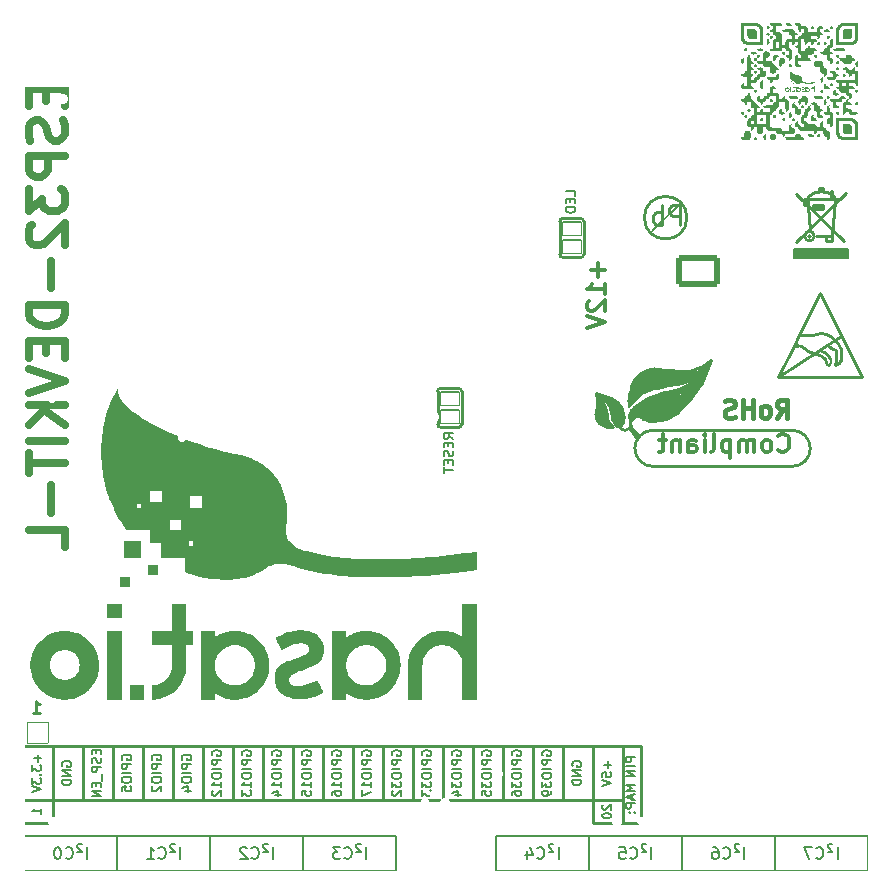
<source format=gbr>
%TF.GenerationSoftware,KiCad,Pcbnew,(7.0.0)*%
%TF.CreationDate,2023-03-12T03:28:47+03:00*%
%TF.ProjectId,ESP32-DEVKIT-L,45535033-322d-4444-9556-4b49542d4c2e,1*%
%TF.SameCoordinates,PX4260300PY8558f68*%
%TF.FileFunction,Legend,Bot*%
%TF.FilePolarity,Positive*%
%FSLAX46Y46*%
G04 Gerber Fmt 4.6, Leading zero omitted, Abs format (unit mm)*
G04 Created by KiCad (PCBNEW (7.0.0)) date 2023-03-12 03:28:47*
%MOMM*%
%LPD*%
G01*
G04 APERTURE LIST*
G04 Aperture macros list*
%AMRoundRect*
0 Rectangle with rounded corners*
0 $1 Rounding radius*
0 $2 $3 $4 $5 $6 $7 $8 $9 X,Y pos of 4 corners*
0 Add a 4 corners polygon primitive as box body*
4,1,4,$2,$3,$4,$5,$6,$7,$8,$9,$2,$3,0*
0 Add four circle primitives for the rounded corners*
1,1,$1+$1,$2,$3*
1,1,$1+$1,$4,$5*
1,1,$1+$1,$6,$7*
1,1,$1+$1,$8,$9*
0 Add four rect primitives between the rounded corners*
20,1,$1+$1,$2,$3,$4,$5,0*
20,1,$1+$1,$4,$5,$6,$7,0*
20,1,$1+$1,$6,$7,$8,$9,0*
20,1,$1+$1,$8,$9,$2,$3,0*%
G04 Aperture macros list end*
%ADD10C,0.254000*%
%ADD11C,0.150000*%
%ADD12C,1.000000*%
%ADD13C,0.190500*%
%ADD14C,0.635000*%
%ADD15C,0.300000*%
%ADD16C,0.200000*%
%ADD17C,0.381000*%
%ADD18C,0.350000*%
%ADD19C,0.127000*%
%ADD20C,0.508000*%
%ADD21C,2.101600*%
%ADD22R,1.422400X1.422400*%
%ADD23C,3.200000*%
%ADD24C,1.410000*%
%ADD25C,1.650000*%
%ADD26C,2.700000*%
%ADD27C,1.200000*%
%ADD28C,6.300000*%
%ADD29RoundRect,0.050800X-0.889000X-0.889000X0.889000X-0.889000X0.889000X0.889000X-0.889000X0.889000X0*%
%ADD30C,1.879600*%
%ADD31RoundRect,0.050800X0.800100X-0.584200X0.800100X0.584200X-0.800100X0.584200X-0.800100X-0.584200X0*%
%ADD32R,2.300000X1.500000*%
%ADD33O,2.300000X1.500000*%
%ADD34R,2.500000X1.700000*%
%ADD35O,2.500000X1.700000*%
%ADD36C,3.000000*%
%ADD37RoundRect,0.250001X-1.599999X1.099999X-1.599999X-1.099999X1.599999X-1.099999X1.599999X1.099999X0*%
%ADD38O,3.700000X2.700000*%
%ADD39C,0.701600*%
%ADD40O,1.301600X2.301600*%
%ADD41O,1.401600X2.101600*%
%ADD42C,0.900000*%
%ADD43C,0.700000*%
%ADD44C,0.750000*%
%TA.AperFunction,Profile*%
%ADD45C,0.254000*%
%TD*%
G04 APERTURE END LIST*
D10*
X52300500Y10630000D02*
X-10000Y10630000D01*
X10150000Y10630000D02*
X10150000Y6130000D01*
D11*
X130000Y110000D02*
X31610000Y110000D01*
D10*
X30470000Y10630000D02*
X30470000Y6130000D01*
D11*
X47930000Y3010000D02*
X47930000Y100000D01*
X40060000Y3010000D02*
X40060000Y100000D01*
D10*
X38090000Y10630000D02*
X38090000Y6130000D01*
X-10000Y4130000D02*
X-10000Y10630000D01*
X22850000Y10630000D02*
X22850000Y6130000D01*
D11*
X71540000Y3010000D02*
X71540000Y100000D01*
D10*
X35550000Y10630000D02*
X35550000Y6130000D01*
X5070000Y10630000D02*
X5070000Y6130000D01*
X2530000Y10630000D02*
X2530000Y6127000D01*
X50800000Y10630000D02*
X50800000Y6130000D01*
D11*
X130000Y3020000D02*
X130000Y110000D01*
X23740000Y3020000D02*
X23740000Y115000D01*
X130000Y3020000D02*
X31610000Y3020000D01*
X15870000Y3020000D02*
X15870000Y110000D01*
D10*
X15230000Y10630000D02*
X15230000Y6130000D01*
D11*
X40060000Y100000D02*
X71540000Y100000D01*
D10*
X25390000Y10630000D02*
X25390000Y6130000D01*
X43170000Y10630000D02*
X43170000Y6130000D01*
X-10000Y4130000D02*
X2530000Y4130000D01*
X48260000Y4130000D02*
X48260000Y6130000D01*
X50800000Y6130000D02*
X-10000Y6130000D01*
X40630000Y10630000D02*
X40630000Y6130000D01*
X33010000Y10630000D02*
X33010000Y6130000D01*
D11*
X63670000Y3010000D02*
X63670000Y105000D01*
D10*
X45720000Y10630000D02*
X45720000Y6130000D01*
X7610000Y10630000D02*
X7610000Y6130000D01*
D11*
X31610000Y3020000D02*
X31610000Y110000D01*
D10*
X2530000Y6127000D02*
X2530000Y4130000D01*
X52300500Y10630000D02*
X52299500Y4130000D01*
D11*
X40060000Y3010000D02*
X71540000Y3010000D01*
D10*
X48260000Y10630000D02*
X48260000Y6130000D01*
X20310000Y10630000D02*
X20310000Y6130000D01*
X50800000Y4130000D02*
X52299500Y4130000D01*
D11*
X55800000Y3010000D02*
X55800000Y100000D01*
D10*
X12690000Y10630000D02*
X12690000Y6130000D01*
X17770000Y10630000D02*
X17770000Y6130000D01*
X50800000Y6130000D02*
X50800000Y4130000D01*
D12*
X5330028Y17530000D02*
G75*
G03*
X5330028Y17530000I-1778453J0D01*
G01*
D11*
X8000000Y3020000D02*
X8000000Y110000D01*
D10*
X48260000Y4130000D02*
X50800000Y4130000D01*
X27930000Y10630000D02*
X27930000Y6130000D01*
D13*
X1539944Y4912286D02*
X1539944Y5347715D01*
X1539944Y5130000D02*
X777944Y5130000D01*
X777944Y5130000D02*
X886801Y5202572D01*
X886801Y5202572D02*
X959372Y5275143D01*
X959372Y5275143D02*
X995658Y5347715D01*
X6220801Y10321286D02*
X6220801Y10067286D01*
X6619944Y9958429D02*
X6619944Y10321286D01*
X6619944Y10321286D02*
X5857944Y10321286D01*
X5857944Y10321286D02*
X5857944Y9958429D01*
X6583658Y9668143D02*
X6619944Y9559285D01*
X6619944Y9559285D02*
X6619944Y9377857D01*
X6619944Y9377857D02*
X6583658Y9305285D01*
X6583658Y9305285D02*
X6547372Y9269000D01*
X6547372Y9269000D02*
X6474801Y9232714D01*
X6474801Y9232714D02*
X6402230Y9232714D01*
X6402230Y9232714D02*
X6329658Y9269000D01*
X6329658Y9269000D02*
X6293372Y9305285D01*
X6293372Y9305285D02*
X6257087Y9377857D01*
X6257087Y9377857D02*
X6220801Y9523000D01*
X6220801Y9523000D02*
X6184515Y9595571D01*
X6184515Y9595571D02*
X6148230Y9631857D01*
X6148230Y9631857D02*
X6075658Y9668143D01*
X6075658Y9668143D02*
X6003087Y9668143D01*
X6003087Y9668143D02*
X5930515Y9631857D01*
X5930515Y9631857D02*
X5894230Y9595571D01*
X5894230Y9595571D02*
X5857944Y9523000D01*
X5857944Y9523000D02*
X5857944Y9341571D01*
X5857944Y9341571D02*
X5894230Y9232714D01*
X6619944Y8906143D02*
X5857944Y8906143D01*
X5857944Y8906143D02*
X5857944Y8615857D01*
X5857944Y8615857D02*
X5894230Y8543286D01*
X5894230Y8543286D02*
X5930515Y8507000D01*
X5930515Y8507000D02*
X6003087Y8470714D01*
X6003087Y8470714D02*
X6111944Y8470714D01*
X6111944Y8470714D02*
X6184515Y8507000D01*
X6184515Y8507000D02*
X6220801Y8543286D01*
X6220801Y8543286D02*
X6257087Y8615857D01*
X6257087Y8615857D02*
X6257087Y8906143D01*
X6692515Y8325571D02*
X6692515Y7745000D01*
X6220801Y7563572D02*
X6220801Y7309572D01*
X6619944Y7200715D02*
X6619944Y7563572D01*
X6619944Y7563572D02*
X5857944Y7563572D01*
X5857944Y7563572D02*
X5857944Y7200715D01*
X6619944Y6874143D02*
X5857944Y6874143D01*
X5857944Y6874143D02*
X6619944Y6438714D01*
X6619944Y6438714D02*
X5857944Y6438714D01*
X8434230Y9504857D02*
X8397944Y9577428D01*
X8397944Y9577428D02*
X8397944Y9686286D01*
X8397944Y9686286D02*
X8434230Y9795143D01*
X8434230Y9795143D02*
X8506801Y9867714D01*
X8506801Y9867714D02*
X8579372Y9904000D01*
X8579372Y9904000D02*
X8724515Y9940286D01*
X8724515Y9940286D02*
X8833372Y9940286D01*
X8833372Y9940286D02*
X8978515Y9904000D01*
X8978515Y9904000D02*
X9051087Y9867714D01*
X9051087Y9867714D02*
X9123658Y9795143D01*
X9123658Y9795143D02*
X9159944Y9686286D01*
X9159944Y9686286D02*
X9159944Y9613714D01*
X9159944Y9613714D02*
X9123658Y9504857D01*
X9123658Y9504857D02*
X9087372Y9468571D01*
X9087372Y9468571D02*
X8833372Y9468571D01*
X8833372Y9468571D02*
X8833372Y9613714D01*
X9159944Y9142000D02*
X8397944Y9142000D01*
X8397944Y9142000D02*
X8397944Y8851714D01*
X8397944Y8851714D02*
X8434230Y8779143D01*
X8434230Y8779143D02*
X8470515Y8742857D01*
X8470515Y8742857D02*
X8543087Y8706571D01*
X8543087Y8706571D02*
X8651944Y8706571D01*
X8651944Y8706571D02*
X8724515Y8742857D01*
X8724515Y8742857D02*
X8760801Y8779143D01*
X8760801Y8779143D02*
X8797087Y8851714D01*
X8797087Y8851714D02*
X8797087Y9142000D01*
X9159944Y8380000D02*
X8397944Y8380000D01*
X8397944Y7872000D02*
X8397944Y7726857D01*
X8397944Y7726857D02*
X8434230Y7654286D01*
X8434230Y7654286D02*
X8506801Y7581714D01*
X8506801Y7581714D02*
X8651944Y7545429D01*
X8651944Y7545429D02*
X8905944Y7545429D01*
X8905944Y7545429D02*
X9051087Y7581714D01*
X9051087Y7581714D02*
X9123658Y7654286D01*
X9123658Y7654286D02*
X9159944Y7726857D01*
X9159944Y7726857D02*
X9159944Y7872000D01*
X9159944Y7872000D02*
X9123658Y7944571D01*
X9123658Y7944571D02*
X9051087Y8017143D01*
X9051087Y8017143D02*
X8905944Y8053429D01*
X8905944Y8053429D02*
X8651944Y8053429D01*
X8651944Y8053429D02*
X8506801Y8017143D01*
X8506801Y8017143D02*
X8434230Y7944571D01*
X8434230Y7944571D02*
X8397944Y7872000D01*
X8397944Y6856000D02*
X8397944Y7218857D01*
X8397944Y7218857D02*
X8760801Y7255143D01*
X8760801Y7255143D02*
X8724515Y7218857D01*
X8724515Y7218857D02*
X8688230Y7146285D01*
X8688230Y7146285D02*
X8688230Y6964857D01*
X8688230Y6964857D02*
X8724515Y6892285D01*
X8724515Y6892285D02*
X8760801Y6856000D01*
X8760801Y6856000D02*
X8833372Y6819714D01*
X8833372Y6819714D02*
X9014801Y6819714D01*
X9014801Y6819714D02*
X9087372Y6856000D01*
X9087372Y6856000D02*
X9123658Y6892285D01*
X9123658Y6892285D02*
X9159944Y6964857D01*
X9159944Y6964857D02*
X9159944Y7146285D01*
X9159944Y7146285D02*
X9123658Y7218857D01*
X9123658Y7218857D02*
X9087372Y7255143D01*
X10974230Y9504857D02*
X10937944Y9577428D01*
X10937944Y9577428D02*
X10937944Y9686286D01*
X10937944Y9686286D02*
X10974230Y9795143D01*
X10974230Y9795143D02*
X11046801Y9867714D01*
X11046801Y9867714D02*
X11119372Y9904000D01*
X11119372Y9904000D02*
X11264515Y9940286D01*
X11264515Y9940286D02*
X11373372Y9940286D01*
X11373372Y9940286D02*
X11518515Y9904000D01*
X11518515Y9904000D02*
X11591087Y9867714D01*
X11591087Y9867714D02*
X11663658Y9795143D01*
X11663658Y9795143D02*
X11699944Y9686286D01*
X11699944Y9686286D02*
X11699944Y9613714D01*
X11699944Y9613714D02*
X11663658Y9504857D01*
X11663658Y9504857D02*
X11627372Y9468571D01*
X11627372Y9468571D02*
X11373372Y9468571D01*
X11373372Y9468571D02*
X11373372Y9613714D01*
X11699944Y9142000D02*
X10937944Y9142000D01*
X10937944Y9142000D02*
X10937944Y8851714D01*
X10937944Y8851714D02*
X10974230Y8779143D01*
X10974230Y8779143D02*
X11010515Y8742857D01*
X11010515Y8742857D02*
X11083087Y8706571D01*
X11083087Y8706571D02*
X11191944Y8706571D01*
X11191944Y8706571D02*
X11264515Y8742857D01*
X11264515Y8742857D02*
X11300801Y8779143D01*
X11300801Y8779143D02*
X11337087Y8851714D01*
X11337087Y8851714D02*
X11337087Y9142000D01*
X11699944Y8380000D02*
X10937944Y8380000D01*
X10937944Y7872000D02*
X10937944Y7726857D01*
X10937944Y7726857D02*
X10974230Y7654286D01*
X10974230Y7654286D02*
X11046801Y7581714D01*
X11046801Y7581714D02*
X11191944Y7545429D01*
X11191944Y7545429D02*
X11445944Y7545429D01*
X11445944Y7545429D02*
X11591087Y7581714D01*
X11591087Y7581714D02*
X11663658Y7654286D01*
X11663658Y7654286D02*
X11699944Y7726857D01*
X11699944Y7726857D02*
X11699944Y7872000D01*
X11699944Y7872000D02*
X11663658Y7944571D01*
X11663658Y7944571D02*
X11591087Y8017143D01*
X11591087Y8017143D02*
X11445944Y8053429D01*
X11445944Y8053429D02*
X11191944Y8053429D01*
X11191944Y8053429D02*
X11046801Y8017143D01*
X11046801Y8017143D02*
X10974230Y7944571D01*
X10974230Y7944571D02*
X10937944Y7872000D01*
X11010515Y7255143D02*
X10974230Y7218857D01*
X10974230Y7218857D02*
X10937944Y7146285D01*
X10937944Y7146285D02*
X10937944Y6964857D01*
X10937944Y6964857D02*
X10974230Y6892285D01*
X10974230Y6892285D02*
X11010515Y6856000D01*
X11010515Y6856000D02*
X11083087Y6819714D01*
X11083087Y6819714D02*
X11155658Y6819714D01*
X11155658Y6819714D02*
X11264515Y6856000D01*
X11264515Y6856000D02*
X11699944Y7291428D01*
X11699944Y7291428D02*
X11699944Y6819714D01*
X13514230Y9504857D02*
X13477944Y9577428D01*
X13477944Y9577428D02*
X13477944Y9686286D01*
X13477944Y9686286D02*
X13514230Y9795143D01*
X13514230Y9795143D02*
X13586801Y9867714D01*
X13586801Y9867714D02*
X13659372Y9904000D01*
X13659372Y9904000D02*
X13804515Y9940286D01*
X13804515Y9940286D02*
X13913372Y9940286D01*
X13913372Y9940286D02*
X14058515Y9904000D01*
X14058515Y9904000D02*
X14131087Y9867714D01*
X14131087Y9867714D02*
X14203658Y9795143D01*
X14203658Y9795143D02*
X14239944Y9686286D01*
X14239944Y9686286D02*
X14239944Y9613714D01*
X14239944Y9613714D02*
X14203658Y9504857D01*
X14203658Y9504857D02*
X14167372Y9468571D01*
X14167372Y9468571D02*
X13913372Y9468571D01*
X13913372Y9468571D02*
X13913372Y9613714D01*
X14239944Y9142000D02*
X13477944Y9142000D01*
X13477944Y9142000D02*
X13477944Y8851714D01*
X13477944Y8851714D02*
X13514230Y8779143D01*
X13514230Y8779143D02*
X13550515Y8742857D01*
X13550515Y8742857D02*
X13623087Y8706571D01*
X13623087Y8706571D02*
X13731944Y8706571D01*
X13731944Y8706571D02*
X13804515Y8742857D01*
X13804515Y8742857D02*
X13840801Y8779143D01*
X13840801Y8779143D02*
X13877087Y8851714D01*
X13877087Y8851714D02*
X13877087Y9142000D01*
X14239944Y8380000D02*
X13477944Y8380000D01*
X13477944Y7872000D02*
X13477944Y7726857D01*
X13477944Y7726857D02*
X13514230Y7654286D01*
X13514230Y7654286D02*
X13586801Y7581714D01*
X13586801Y7581714D02*
X13731944Y7545429D01*
X13731944Y7545429D02*
X13985944Y7545429D01*
X13985944Y7545429D02*
X14131087Y7581714D01*
X14131087Y7581714D02*
X14203658Y7654286D01*
X14203658Y7654286D02*
X14239944Y7726857D01*
X14239944Y7726857D02*
X14239944Y7872000D01*
X14239944Y7872000D02*
X14203658Y7944571D01*
X14203658Y7944571D02*
X14131087Y8017143D01*
X14131087Y8017143D02*
X13985944Y8053429D01*
X13985944Y8053429D02*
X13731944Y8053429D01*
X13731944Y8053429D02*
X13586801Y8017143D01*
X13586801Y8017143D02*
X13514230Y7944571D01*
X13514230Y7944571D02*
X13477944Y7872000D01*
X13731944Y6892285D02*
X14239944Y6892285D01*
X13441658Y7073714D02*
X13985944Y7255143D01*
X13985944Y7255143D02*
X13985944Y6783428D01*
X16054230Y9867714D02*
X16017944Y9940285D01*
X16017944Y9940285D02*
X16017944Y10049143D01*
X16017944Y10049143D02*
X16054230Y10158000D01*
X16054230Y10158000D02*
X16126801Y10230571D01*
X16126801Y10230571D02*
X16199372Y10266857D01*
X16199372Y10266857D02*
X16344515Y10303143D01*
X16344515Y10303143D02*
X16453372Y10303143D01*
X16453372Y10303143D02*
X16598515Y10266857D01*
X16598515Y10266857D02*
X16671087Y10230571D01*
X16671087Y10230571D02*
X16743658Y10158000D01*
X16743658Y10158000D02*
X16779944Y10049143D01*
X16779944Y10049143D02*
X16779944Y9976571D01*
X16779944Y9976571D02*
X16743658Y9867714D01*
X16743658Y9867714D02*
X16707372Y9831428D01*
X16707372Y9831428D02*
X16453372Y9831428D01*
X16453372Y9831428D02*
X16453372Y9976571D01*
X16779944Y9504857D02*
X16017944Y9504857D01*
X16017944Y9504857D02*
X16017944Y9214571D01*
X16017944Y9214571D02*
X16054230Y9142000D01*
X16054230Y9142000D02*
X16090515Y9105714D01*
X16090515Y9105714D02*
X16163087Y9069428D01*
X16163087Y9069428D02*
X16271944Y9069428D01*
X16271944Y9069428D02*
X16344515Y9105714D01*
X16344515Y9105714D02*
X16380801Y9142000D01*
X16380801Y9142000D02*
X16417087Y9214571D01*
X16417087Y9214571D02*
X16417087Y9504857D01*
X16779944Y8742857D02*
X16017944Y8742857D01*
X16017944Y8234857D02*
X16017944Y8089714D01*
X16017944Y8089714D02*
X16054230Y8017143D01*
X16054230Y8017143D02*
X16126801Y7944571D01*
X16126801Y7944571D02*
X16271944Y7908286D01*
X16271944Y7908286D02*
X16525944Y7908286D01*
X16525944Y7908286D02*
X16671087Y7944571D01*
X16671087Y7944571D02*
X16743658Y8017143D01*
X16743658Y8017143D02*
X16779944Y8089714D01*
X16779944Y8089714D02*
X16779944Y8234857D01*
X16779944Y8234857D02*
X16743658Y8307428D01*
X16743658Y8307428D02*
X16671087Y8380000D01*
X16671087Y8380000D02*
X16525944Y8416286D01*
X16525944Y8416286D02*
X16271944Y8416286D01*
X16271944Y8416286D02*
X16126801Y8380000D01*
X16126801Y8380000D02*
X16054230Y8307428D01*
X16054230Y8307428D02*
X16017944Y8234857D01*
X16779944Y7182571D02*
X16779944Y7618000D01*
X16779944Y7400285D02*
X16017944Y7400285D01*
X16017944Y7400285D02*
X16126801Y7472857D01*
X16126801Y7472857D02*
X16199372Y7545428D01*
X16199372Y7545428D02*
X16235658Y7618000D01*
X16090515Y6892286D02*
X16054230Y6856000D01*
X16054230Y6856000D02*
X16017944Y6783428D01*
X16017944Y6783428D02*
X16017944Y6602000D01*
X16017944Y6602000D02*
X16054230Y6529428D01*
X16054230Y6529428D02*
X16090515Y6493143D01*
X16090515Y6493143D02*
X16163087Y6456857D01*
X16163087Y6456857D02*
X16235658Y6456857D01*
X16235658Y6456857D02*
X16344515Y6493143D01*
X16344515Y6493143D02*
X16779944Y6928571D01*
X16779944Y6928571D02*
X16779944Y6456857D01*
X18594230Y9867714D02*
X18557944Y9940285D01*
X18557944Y9940285D02*
X18557944Y10049143D01*
X18557944Y10049143D02*
X18594230Y10158000D01*
X18594230Y10158000D02*
X18666801Y10230571D01*
X18666801Y10230571D02*
X18739372Y10266857D01*
X18739372Y10266857D02*
X18884515Y10303143D01*
X18884515Y10303143D02*
X18993372Y10303143D01*
X18993372Y10303143D02*
X19138515Y10266857D01*
X19138515Y10266857D02*
X19211087Y10230571D01*
X19211087Y10230571D02*
X19283658Y10158000D01*
X19283658Y10158000D02*
X19319944Y10049143D01*
X19319944Y10049143D02*
X19319944Y9976571D01*
X19319944Y9976571D02*
X19283658Y9867714D01*
X19283658Y9867714D02*
X19247372Y9831428D01*
X19247372Y9831428D02*
X18993372Y9831428D01*
X18993372Y9831428D02*
X18993372Y9976571D01*
X19319944Y9504857D02*
X18557944Y9504857D01*
X18557944Y9504857D02*
X18557944Y9214571D01*
X18557944Y9214571D02*
X18594230Y9142000D01*
X18594230Y9142000D02*
X18630515Y9105714D01*
X18630515Y9105714D02*
X18703087Y9069428D01*
X18703087Y9069428D02*
X18811944Y9069428D01*
X18811944Y9069428D02*
X18884515Y9105714D01*
X18884515Y9105714D02*
X18920801Y9142000D01*
X18920801Y9142000D02*
X18957087Y9214571D01*
X18957087Y9214571D02*
X18957087Y9504857D01*
X19319944Y8742857D02*
X18557944Y8742857D01*
X18557944Y8234857D02*
X18557944Y8089714D01*
X18557944Y8089714D02*
X18594230Y8017143D01*
X18594230Y8017143D02*
X18666801Y7944571D01*
X18666801Y7944571D02*
X18811944Y7908286D01*
X18811944Y7908286D02*
X19065944Y7908286D01*
X19065944Y7908286D02*
X19211087Y7944571D01*
X19211087Y7944571D02*
X19283658Y8017143D01*
X19283658Y8017143D02*
X19319944Y8089714D01*
X19319944Y8089714D02*
X19319944Y8234857D01*
X19319944Y8234857D02*
X19283658Y8307428D01*
X19283658Y8307428D02*
X19211087Y8380000D01*
X19211087Y8380000D02*
X19065944Y8416286D01*
X19065944Y8416286D02*
X18811944Y8416286D01*
X18811944Y8416286D02*
X18666801Y8380000D01*
X18666801Y8380000D02*
X18594230Y8307428D01*
X18594230Y8307428D02*
X18557944Y8234857D01*
X19319944Y7182571D02*
X19319944Y7618000D01*
X19319944Y7400285D02*
X18557944Y7400285D01*
X18557944Y7400285D02*
X18666801Y7472857D01*
X18666801Y7472857D02*
X18739372Y7545428D01*
X18739372Y7545428D02*
X18775658Y7618000D01*
X18557944Y6928571D02*
X18557944Y6456857D01*
X18557944Y6456857D02*
X18848230Y6710857D01*
X18848230Y6710857D02*
X18848230Y6602000D01*
X18848230Y6602000D02*
X18884515Y6529428D01*
X18884515Y6529428D02*
X18920801Y6493143D01*
X18920801Y6493143D02*
X18993372Y6456857D01*
X18993372Y6456857D02*
X19174801Y6456857D01*
X19174801Y6456857D02*
X19247372Y6493143D01*
X19247372Y6493143D02*
X19283658Y6529428D01*
X19283658Y6529428D02*
X19319944Y6602000D01*
X19319944Y6602000D02*
X19319944Y6819714D01*
X19319944Y6819714D02*
X19283658Y6892286D01*
X19283658Y6892286D02*
X19247372Y6928571D01*
X21134230Y9867714D02*
X21097944Y9940285D01*
X21097944Y9940285D02*
X21097944Y10049143D01*
X21097944Y10049143D02*
X21134230Y10158000D01*
X21134230Y10158000D02*
X21206801Y10230571D01*
X21206801Y10230571D02*
X21279372Y10266857D01*
X21279372Y10266857D02*
X21424515Y10303143D01*
X21424515Y10303143D02*
X21533372Y10303143D01*
X21533372Y10303143D02*
X21678515Y10266857D01*
X21678515Y10266857D02*
X21751087Y10230571D01*
X21751087Y10230571D02*
X21823658Y10158000D01*
X21823658Y10158000D02*
X21859944Y10049143D01*
X21859944Y10049143D02*
X21859944Y9976571D01*
X21859944Y9976571D02*
X21823658Y9867714D01*
X21823658Y9867714D02*
X21787372Y9831428D01*
X21787372Y9831428D02*
X21533372Y9831428D01*
X21533372Y9831428D02*
X21533372Y9976571D01*
X21859944Y9504857D02*
X21097944Y9504857D01*
X21097944Y9504857D02*
X21097944Y9214571D01*
X21097944Y9214571D02*
X21134230Y9142000D01*
X21134230Y9142000D02*
X21170515Y9105714D01*
X21170515Y9105714D02*
X21243087Y9069428D01*
X21243087Y9069428D02*
X21351944Y9069428D01*
X21351944Y9069428D02*
X21424515Y9105714D01*
X21424515Y9105714D02*
X21460801Y9142000D01*
X21460801Y9142000D02*
X21497087Y9214571D01*
X21497087Y9214571D02*
X21497087Y9504857D01*
X21859944Y8742857D02*
X21097944Y8742857D01*
X21097944Y8234857D02*
X21097944Y8089714D01*
X21097944Y8089714D02*
X21134230Y8017143D01*
X21134230Y8017143D02*
X21206801Y7944571D01*
X21206801Y7944571D02*
X21351944Y7908286D01*
X21351944Y7908286D02*
X21605944Y7908286D01*
X21605944Y7908286D02*
X21751087Y7944571D01*
X21751087Y7944571D02*
X21823658Y8017143D01*
X21823658Y8017143D02*
X21859944Y8089714D01*
X21859944Y8089714D02*
X21859944Y8234857D01*
X21859944Y8234857D02*
X21823658Y8307428D01*
X21823658Y8307428D02*
X21751087Y8380000D01*
X21751087Y8380000D02*
X21605944Y8416286D01*
X21605944Y8416286D02*
X21351944Y8416286D01*
X21351944Y8416286D02*
X21206801Y8380000D01*
X21206801Y8380000D02*
X21134230Y8307428D01*
X21134230Y8307428D02*
X21097944Y8234857D01*
X21859944Y7182571D02*
X21859944Y7618000D01*
X21859944Y7400285D02*
X21097944Y7400285D01*
X21097944Y7400285D02*
X21206801Y7472857D01*
X21206801Y7472857D02*
X21279372Y7545428D01*
X21279372Y7545428D02*
X21315658Y7618000D01*
X21351944Y6529428D02*
X21859944Y6529428D01*
X21061658Y6710857D02*
X21605944Y6892286D01*
X21605944Y6892286D02*
X21605944Y6420571D01*
X23674230Y9867714D02*
X23637944Y9940285D01*
X23637944Y9940285D02*
X23637944Y10049143D01*
X23637944Y10049143D02*
X23674230Y10158000D01*
X23674230Y10158000D02*
X23746801Y10230571D01*
X23746801Y10230571D02*
X23819372Y10266857D01*
X23819372Y10266857D02*
X23964515Y10303143D01*
X23964515Y10303143D02*
X24073372Y10303143D01*
X24073372Y10303143D02*
X24218515Y10266857D01*
X24218515Y10266857D02*
X24291087Y10230571D01*
X24291087Y10230571D02*
X24363658Y10158000D01*
X24363658Y10158000D02*
X24399944Y10049143D01*
X24399944Y10049143D02*
X24399944Y9976571D01*
X24399944Y9976571D02*
X24363658Y9867714D01*
X24363658Y9867714D02*
X24327372Y9831428D01*
X24327372Y9831428D02*
X24073372Y9831428D01*
X24073372Y9831428D02*
X24073372Y9976571D01*
X24399944Y9504857D02*
X23637944Y9504857D01*
X23637944Y9504857D02*
X23637944Y9214571D01*
X23637944Y9214571D02*
X23674230Y9142000D01*
X23674230Y9142000D02*
X23710515Y9105714D01*
X23710515Y9105714D02*
X23783087Y9069428D01*
X23783087Y9069428D02*
X23891944Y9069428D01*
X23891944Y9069428D02*
X23964515Y9105714D01*
X23964515Y9105714D02*
X24000801Y9142000D01*
X24000801Y9142000D02*
X24037087Y9214571D01*
X24037087Y9214571D02*
X24037087Y9504857D01*
X24399944Y8742857D02*
X23637944Y8742857D01*
X23637944Y8234857D02*
X23637944Y8089714D01*
X23637944Y8089714D02*
X23674230Y8017143D01*
X23674230Y8017143D02*
X23746801Y7944571D01*
X23746801Y7944571D02*
X23891944Y7908286D01*
X23891944Y7908286D02*
X24145944Y7908286D01*
X24145944Y7908286D02*
X24291087Y7944571D01*
X24291087Y7944571D02*
X24363658Y8017143D01*
X24363658Y8017143D02*
X24399944Y8089714D01*
X24399944Y8089714D02*
X24399944Y8234857D01*
X24399944Y8234857D02*
X24363658Y8307428D01*
X24363658Y8307428D02*
X24291087Y8380000D01*
X24291087Y8380000D02*
X24145944Y8416286D01*
X24145944Y8416286D02*
X23891944Y8416286D01*
X23891944Y8416286D02*
X23746801Y8380000D01*
X23746801Y8380000D02*
X23674230Y8307428D01*
X23674230Y8307428D02*
X23637944Y8234857D01*
X24399944Y7182571D02*
X24399944Y7618000D01*
X24399944Y7400285D02*
X23637944Y7400285D01*
X23637944Y7400285D02*
X23746801Y7472857D01*
X23746801Y7472857D02*
X23819372Y7545428D01*
X23819372Y7545428D02*
X23855658Y7618000D01*
X23637944Y6493143D02*
X23637944Y6856000D01*
X23637944Y6856000D02*
X24000801Y6892286D01*
X24000801Y6892286D02*
X23964515Y6856000D01*
X23964515Y6856000D02*
X23928230Y6783428D01*
X23928230Y6783428D02*
X23928230Y6602000D01*
X23928230Y6602000D02*
X23964515Y6529428D01*
X23964515Y6529428D02*
X24000801Y6493143D01*
X24000801Y6493143D02*
X24073372Y6456857D01*
X24073372Y6456857D02*
X24254801Y6456857D01*
X24254801Y6456857D02*
X24327372Y6493143D01*
X24327372Y6493143D02*
X24363658Y6529428D01*
X24363658Y6529428D02*
X24399944Y6602000D01*
X24399944Y6602000D02*
X24399944Y6783428D01*
X24399944Y6783428D02*
X24363658Y6856000D01*
X24363658Y6856000D02*
X24327372Y6892286D01*
X26214230Y9867714D02*
X26177944Y9940285D01*
X26177944Y9940285D02*
X26177944Y10049143D01*
X26177944Y10049143D02*
X26214230Y10158000D01*
X26214230Y10158000D02*
X26286801Y10230571D01*
X26286801Y10230571D02*
X26359372Y10266857D01*
X26359372Y10266857D02*
X26504515Y10303143D01*
X26504515Y10303143D02*
X26613372Y10303143D01*
X26613372Y10303143D02*
X26758515Y10266857D01*
X26758515Y10266857D02*
X26831087Y10230571D01*
X26831087Y10230571D02*
X26903658Y10158000D01*
X26903658Y10158000D02*
X26939944Y10049143D01*
X26939944Y10049143D02*
X26939944Y9976571D01*
X26939944Y9976571D02*
X26903658Y9867714D01*
X26903658Y9867714D02*
X26867372Y9831428D01*
X26867372Y9831428D02*
X26613372Y9831428D01*
X26613372Y9831428D02*
X26613372Y9976571D01*
X26939944Y9504857D02*
X26177944Y9504857D01*
X26177944Y9504857D02*
X26177944Y9214571D01*
X26177944Y9214571D02*
X26214230Y9142000D01*
X26214230Y9142000D02*
X26250515Y9105714D01*
X26250515Y9105714D02*
X26323087Y9069428D01*
X26323087Y9069428D02*
X26431944Y9069428D01*
X26431944Y9069428D02*
X26504515Y9105714D01*
X26504515Y9105714D02*
X26540801Y9142000D01*
X26540801Y9142000D02*
X26577087Y9214571D01*
X26577087Y9214571D02*
X26577087Y9504857D01*
X26939944Y8742857D02*
X26177944Y8742857D01*
X26177944Y8234857D02*
X26177944Y8089714D01*
X26177944Y8089714D02*
X26214230Y8017143D01*
X26214230Y8017143D02*
X26286801Y7944571D01*
X26286801Y7944571D02*
X26431944Y7908286D01*
X26431944Y7908286D02*
X26685944Y7908286D01*
X26685944Y7908286D02*
X26831087Y7944571D01*
X26831087Y7944571D02*
X26903658Y8017143D01*
X26903658Y8017143D02*
X26939944Y8089714D01*
X26939944Y8089714D02*
X26939944Y8234857D01*
X26939944Y8234857D02*
X26903658Y8307428D01*
X26903658Y8307428D02*
X26831087Y8380000D01*
X26831087Y8380000D02*
X26685944Y8416286D01*
X26685944Y8416286D02*
X26431944Y8416286D01*
X26431944Y8416286D02*
X26286801Y8380000D01*
X26286801Y8380000D02*
X26214230Y8307428D01*
X26214230Y8307428D02*
X26177944Y8234857D01*
X26939944Y7182571D02*
X26939944Y7618000D01*
X26939944Y7400285D02*
X26177944Y7400285D01*
X26177944Y7400285D02*
X26286801Y7472857D01*
X26286801Y7472857D02*
X26359372Y7545428D01*
X26359372Y7545428D02*
X26395658Y7618000D01*
X26177944Y6529428D02*
X26177944Y6674571D01*
X26177944Y6674571D02*
X26214230Y6747143D01*
X26214230Y6747143D02*
X26250515Y6783428D01*
X26250515Y6783428D02*
X26359372Y6856000D01*
X26359372Y6856000D02*
X26504515Y6892286D01*
X26504515Y6892286D02*
X26794801Y6892286D01*
X26794801Y6892286D02*
X26867372Y6856000D01*
X26867372Y6856000D02*
X26903658Y6819714D01*
X26903658Y6819714D02*
X26939944Y6747143D01*
X26939944Y6747143D02*
X26939944Y6602000D01*
X26939944Y6602000D02*
X26903658Y6529428D01*
X26903658Y6529428D02*
X26867372Y6493143D01*
X26867372Y6493143D02*
X26794801Y6456857D01*
X26794801Y6456857D02*
X26613372Y6456857D01*
X26613372Y6456857D02*
X26540801Y6493143D01*
X26540801Y6493143D02*
X26504515Y6529428D01*
X26504515Y6529428D02*
X26468230Y6602000D01*
X26468230Y6602000D02*
X26468230Y6747143D01*
X26468230Y6747143D02*
X26504515Y6819714D01*
X26504515Y6819714D02*
X26540801Y6856000D01*
X26540801Y6856000D02*
X26613372Y6892286D01*
X28754230Y9867714D02*
X28717944Y9940285D01*
X28717944Y9940285D02*
X28717944Y10049143D01*
X28717944Y10049143D02*
X28754230Y10158000D01*
X28754230Y10158000D02*
X28826801Y10230571D01*
X28826801Y10230571D02*
X28899372Y10266857D01*
X28899372Y10266857D02*
X29044515Y10303143D01*
X29044515Y10303143D02*
X29153372Y10303143D01*
X29153372Y10303143D02*
X29298515Y10266857D01*
X29298515Y10266857D02*
X29371087Y10230571D01*
X29371087Y10230571D02*
X29443658Y10158000D01*
X29443658Y10158000D02*
X29479944Y10049143D01*
X29479944Y10049143D02*
X29479944Y9976571D01*
X29479944Y9976571D02*
X29443658Y9867714D01*
X29443658Y9867714D02*
X29407372Y9831428D01*
X29407372Y9831428D02*
X29153372Y9831428D01*
X29153372Y9831428D02*
X29153372Y9976571D01*
X29479944Y9504857D02*
X28717944Y9504857D01*
X28717944Y9504857D02*
X28717944Y9214571D01*
X28717944Y9214571D02*
X28754230Y9142000D01*
X28754230Y9142000D02*
X28790515Y9105714D01*
X28790515Y9105714D02*
X28863087Y9069428D01*
X28863087Y9069428D02*
X28971944Y9069428D01*
X28971944Y9069428D02*
X29044515Y9105714D01*
X29044515Y9105714D02*
X29080801Y9142000D01*
X29080801Y9142000D02*
X29117087Y9214571D01*
X29117087Y9214571D02*
X29117087Y9504857D01*
X29479944Y8742857D02*
X28717944Y8742857D01*
X28717944Y8234857D02*
X28717944Y8089714D01*
X28717944Y8089714D02*
X28754230Y8017143D01*
X28754230Y8017143D02*
X28826801Y7944571D01*
X28826801Y7944571D02*
X28971944Y7908286D01*
X28971944Y7908286D02*
X29225944Y7908286D01*
X29225944Y7908286D02*
X29371087Y7944571D01*
X29371087Y7944571D02*
X29443658Y8017143D01*
X29443658Y8017143D02*
X29479944Y8089714D01*
X29479944Y8089714D02*
X29479944Y8234857D01*
X29479944Y8234857D02*
X29443658Y8307428D01*
X29443658Y8307428D02*
X29371087Y8380000D01*
X29371087Y8380000D02*
X29225944Y8416286D01*
X29225944Y8416286D02*
X28971944Y8416286D01*
X28971944Y8416286D02*
X28826801Y8380000D01*
X28826801Y8380000D02*
X28754230Y8307428D01*
X28754230Y8307428D02*
X28717944Y8234857D01*
X29479944Y7182571D02*
X29479944Y7618000D01*
X29479944Y7400285D02*
X28717944Y7400285D01*
X28717944Y7400285D02*
X28826801Y7472857D01*
X28826801Y7472857D02*
X28899372Y7545428D01*
X28899372Y7545428D02*
X28935658Y7618000D01*
X28717944Y6928571D02*
X28717944Y6420571D01*
X28717944Y6420571D02*
X29479944Y6747143D01*
X51829944Y9713172D02*
X51067944Y9713172D01*
X51067944Y9713172D02*
X51067944Y9422886D01*
X51067944Y9422886D02*
X51104230Y9350315D01*
X51104230Y9350315D02*
X51140515Y9314029D01*
X51140515Y9314029D02*
X51213087Y9277743D01*
X51213087Y9277743D02*
X51321944Y9277743D01*
X51321944Y9277743D02*
X51394515Y9314029D01*
X51394515Y9314029D02*
X51430801Y9350315D01*
X51430801Y9350315D02*
X51467087Y9422886D01*
X51467087Y9422886D02*
X51467087Y9713172D01*
X51829944Y8951172D02*
X51067944Y8951172D01*
X51829944Y8588315D02*
X51067944Y8588315D01*
X51067944Y8588315D02*
X51829944Y8152886D01*
X51829944Y8152886D02*
X51067944Y8152886D01*
X51829944Y7332829D02*
X51067944Y7332829D01*
X51067944Y7332829D02*
X51612230Y7078829D01*
X51612230Y7078829D02*
X51067944Y6824829D01*
X51067944Y6824829D02*
X51829944Y6824829D01*
X51612230Y6498258D02*
X51612230Y6135400D01*
X51829944Y6570829D02*
X51067944Y6316829D01*
X51067944Y6316829D02*
X51829944Y6062829D01*
X51829944Y5808829D02*
X51067944Y5808829D01*
X51067944Y5808829D02*
X51067944Y5518543D01*
X51067944Y5518543D02*
X51104230Y5445972D01*
X51104230Y5445972D02*
X51140515Y5409686D01*
X51140515Y5409686D02*
X51213087Y5373400D01*
X51213087Y5373400D02*
X51321944Y5373400D01*
X51321944Y5373400D02*
X51394515Y5409686D01*
X51394515Y5409686D02*
X51430801Y5445972D01*
X51430801Y5445972D02*
X51467087Y5518543D01*
X51467087Y5518543D02*
X51467087Y5808829D01*
X51757372Y5046829D02*
X51793658Y5010543D01*
X51793658Y5010543D02*
X51829944Y5046829D01*
X51829944Y5046829D02*
X51793658Y5083115D01*
X51793658Y5083115D02*
X51757372Y5046829D01*
X51757372Y5046829D02*
X51829944Y5046829D01*
X51358230Y5046829D02*
X51394515Y5010543D01*
X51394515Y5010543D02*
X51430801Y5046829D01*
X51430801Y5046829D02*
X51394515Y5083115D01*
X51394515Y5083115D02*
X51358230Y5046829D01*
X51358230Y5046829D02*
X51430801Y5046829D01*
X31294230Y9867714D02*
X31257944Y9940285D01*
X31257944Y9940285D02*
X31257944Y10049143D01*
X31257944Y10049143D02*
X31294230Y10158000D01*
X31294230Y10158000D02*
X31366801Y10230571D01*
X31366801Y10230571D02*
X31439372Y10266857D01*
X31439372Y10266857D02*
X31584515Y10303143D01*
X31584515Y10303143D02*
X31693372Y10303143D01*
X31693372Y10303143D02*
X31838515Y10266857D01*
X31838515Y10266857D02*
X31911087Y10230571D01*
X31911087Y10230571D02*
X31983658Y10158000D01*
X31983658Y10158000D02*
X32019944Y10049143D01*
X32019944Y10049143D02*
X32019944Y9976571D01*
X32019944Y9976571D02*
X31983658Y9867714D01*
X31983658Y9867714D02*
X31947372Y9831428D01*
X31947372Y9831428D02*
X31693372Y9831428D01*
X31693372Y9831428D02*
X31693372Y9976571D01*
X32019944Y9504857D02*
X31257944Y9504857D01*
X31257944Y9504857D02*
X31257944Y9214571D01*
X31257944Y9214571D02*
X31294230Y9142000D01*
X31294230Y9142000D02*
X31330515Y9105714D01*
X31330515Y9105714D02*
X31403087Y9069428D01*
X31403087Y9069428D02*
X31511944Y9069428D01*
X31511944Y9069428D02*
X31584515Y9105714D01*
X31584515Y9105714D02*
X31620801Y9142000D01*
X31620801Y9142000D02*
X31657087Y9214571D01*
X31657087Y9214571D02*
X31657087Y9504857D01*
X32019944Y8742857D02*
X31257944Y8742857D01*
X31257944Y8234857D02*
X31257944Y8089714D01*
X31257944Y8089714D02*
X31294230Y8017143D01*
X31294230Y8017143D02*
X31366801Y7944571D01*
X31366801Y7944571D02*
X31511944Y7908286D01*
X31511944Y7908286D02*
X31765944Y7908286D01*
X31765944Y7908286D02*
X31911087Y7944571D01*
X31911087Y7944571D02*
X31983658Y8017143D01*
X31983658Y8017143D02*
X32019944Y8089714D01*
X32019944Y8089714D02*
X32019944Y8234857D01*
X32019944Y8234857D02*
X31983658Y8307428D01*
X31983658Y8307428D02*
X31911087Y8380000D01*
X31911087Y8380000D02*
X31765944Y8416286D01*
X31765944Y8416286D02*
X31511944Y8416286D01*
X31511944Y8416286D02*
X31366801Y8380000D01*
X31366801Y8380000D02*
X31294230Y8307428D01*
X31294230Y8307428D02*
X31257944Y8234857D01*
X31257944Y7654285D02*
X31257944Y7182571D01*
X31257944Y7182571D02*
X31548230Y7436571D01*
X31548230Y7436571D02*
X31548230Y7327714D01*
X31548230Y7327714D02*
X31584515Y7255142D01*
X31584515Y7255142D02*
X31620801Y7218857D01*
X31620801Y7218857D02*
X31693372Y7182571D01*
X31693372Y7182571D02*
X31874801Y7182571D01*
X31874801Y7182571D02*
X31947372Y7218857D01*
X31947372Y7218857D02*
X31983658Y7255142D01*
X31983658Y7255142D02*
X32019944Y7327714D01*
X32019944Y7327714D02*
X32019944Y7545428D01*
X32019944Y7545428D02*
X31983658Y7618000D01*
X31983658Y7618000D02*
X31947372Y7654285D01*
X31330515Y6892286D02*
X31294230Y6856000D01*
X31294230Y6856000D02*
X31257944Y6783428D01*
X31257944Y6783428D02*
X31257944Y6602000D01*
X31257944Y6602000D02*
X31294230Y6529428D01*
X31294230Y6529428D02*
X31330515Y6493143D01*
X31330515Y6493143D02*
X31403087Y6456857D01*
X31403087Y6456857D02*
X31475658Y6456857D01*
X31475658Y6456857D02*
X31584515Y6493143D01*
X31584515Y6493143D02*
X32019944Y6928571D01*
X32019944Y6928571D02*
X32019944Y6456857D01*
X33834230Y9867714D02*
X33797944Y9940285D01*
X33797944Y9940285D02*
X33797944Y10049143D01*
X33797944Y10049143D02*
X33834230Y10158000D01*
X33834230Y10158000D02*
X33906801Y10230571D01*
X33906801Y10230571D02*
X33979372Y10266857D01*
X33979372Y10266857D02*
X34124515Y10303143D01*
X34124515Y10303143D02*
X34233372Y10303143D01*
X34233372Y10303143D02*
X34378515Y10266857D01*
X34378515Y10266857D02*
X34451087Y10230571D01*
X34451087Y10230571D02*
X34523658Y10158000D01*
X34523658Y10158000D02*
X34559944Y10049143D01*
X34559944Y10049143D02*
X34559944Y9976571D01*
X34559944Y9976571D02*
X34523658Y9867714D01*
X34523658Y9867714D02*
X34487372Y9831428D01*
X34487372Y9831428D02*
X34233372Y9831428D01*
X34233372Y9831428D02*
X34233372Y9976571D01*
X34559944Y9504857D02*
X33797944Y9504857D01*
X33797944Y9504857D02*
X33797944Y9214571D01*
X33797944Y9214571D02*
X33834230Y9142000D01*
X33834230Y9142000D02*
X33870515Y9105714D01*
X33870515Y9105714D02*
X33943087Y9069428D01*
X33943087Y9069428D02*
X34051944Y9069428D01*
X34051944Y9069428D02*
X34124515Y9105714D01*
X34124515Y9105714D02*
X34160801Y9142000D01*
X34160801Y9142000D02*
X34197087Y9214571D01*
X34197087Y9214571D02*
X34197087Y9504857D01*
X34559944Y8742857D02*
X33797944Y8742857D01*
X33797944Y8234857D02*
X33797944Y8089714D01*
X33797944Y8089714D02*
X33834230Y8017143D01*
X33834230Y8017143D02*
X33906801Y7944571D01*
X33906801Y7944571D02*
X34051944Y7908286D01*
X34051944Y7908286D02*
X34305944Y7908286D01*
X34305944Y7908286D02*
X34451087Y7944571D01*
X34451087Y7944571D02*
X34523658Y8017143D01*
X34523658Y8017143D02*
X34559944Y8089714D01*
X34559944Y8089714D02*
X34559944Y8234857D01*
X34559944Y8234857D02*
X34523658Y8307428D01*
X34523658Y8307428D02*
X34451087Y8380000D01*
X34451087Y8380000D02*
X34305944Y8416286D01*
X34305944Y8416286D02*
X34051944Y8416286D01*
X34051944Y8416286D02*
X33906801Y8380000D01*
X33906801Y8380000D02*
X33834230Y8307428D01*
X33834230Y8307428D02*
X33797944Y8234857D01*
X33797944Y7654285D02*
X33797944Y7182571D01*
X33797944Y7182571D02*
X34088230Y7436571D01*
X34088230Y7436571D02*
X34088230Y7327714D01*
X34088230Y7327714D02*
X34124515Y7255142D01*
X34124515Y7255142D02*
X34160801Y7218857D01*
X34160801Y7218857D02*
X34233372Y7182571D01*
X34233372Y7182571D02*
X34414801Y7182571D01*
X34414801Y7182571D02*
X34487372Y7218857D01*
X34487372Y7218857D02*
X34523658Y7255142D01*
X34523658Y7255142D02*
X34559944Y7327714D01*
X34559944Y7327714D02*
X34559944Y7545428D01*
X34559944Y7545428D02*
X34523658Y7618000D01*
X34523658Y7618000D02*
X34487372Y7654285D01*
X33797944Y6928571D02*
X33797944Y6456857D01*
X33797944Y6456857D02*
X34088230Y6710857D01*
X34088230Y6710857D02*
X34088230Y6602000D01*
X34088230Y6602000D02*
X34124515Y6529428D01*
X34124515Y6529428D02*
X34160801Y6493143D01*
X34160801Y6493143D02*
X34233372Y6456857D01*
X34233372Y6456857D02*
X34414801Y6456857D01*
X34414801Y6456857D02*
X34487372Y6493143D01*
X34487372Y6493143D02*
X34523658Y6529428D01*
X34523658Y6529428D02*
X34559944Y6602000D01*
X34559944Y6602000D02*
X34559944Y6819714D01*
X34559944Y6819714D02*
X34523658Y6892286D01*
X34523658Y6892286D02*
X34487372Y6928571D01*
X36374230Y9867714D02*
X36337944Y9940285D01*
X36337944Y9940285D02*
X36337944Y10049143D01*
X36337944Y10049143D02*
X36374230Y10158000D01*
X36374230Y10158000D02*
X36446801Y10230571D01*
X36446801Y10230571D02*
X36519372Y10266857D01*
X36519372Y10266857D02*
X36664515Y10303143D01*
X36664515Y10303143D02*
X36773372Y10303143D01*
X36773372Y10303143D02*
X36918515Y10266857D01*
X36918515Y10266857D02*
X36991087Y10230571D01*
X36991087Y10230571D02*
X37063658Y10158000D01*
X37063658Y10158000D02*
X37099944Y10049143D01*
X37099944Y10049143D02*
X37099944Y9976571D01*
X37099944Y9976571D02*
X37063658Y9867714D01*
X37063658Y9867714D02*
X37027372Y9831428D01*
X37027372Y9831428D02*
X36773372Y9831428D01*
X36773372Y9831428D02*
X36773372Y9976571D01*
X37099944Y9504857D02*
X36337944Y9504857D01*
X36337944Y9504857D02*
X36337944Y9214571D01*
X36337944Y9214571D02*
X36374230Y9142000D01*
X36374230Y9142000D02*
X36410515Y9105714D01*
X36410515Y9105714D02*
X36483087Y9069428D01*
X36483087Y9069428D02*
X36591944Y9069428D01*
X36591944Y9069428D02*
X36664515Y9105714D01*
X36664515Y9105714D02*
X36700801Y9142000D01*
X36700801Y9142000D02*
X36737087Y9214571D01*
X36737087Y9214571D02*
X36737087Y9504857D01*
X37099944Y8742857D02*
X36337944Y8742857D01*
X36337944Y8234857D02*
X36337944Y8089714D01*
X36337944Y8089714D02*
X36374230Y8017143D01*
X36374230Y8017143D02*
X36446801Y7944571D01*
X36446801Y7944571D02*
X36591944Y7908286D01*
X36591944Y7908286D02*
X36845944Y7908286D01*
X36845944Y7908286D02*
X36991087Y7944571D01*
X36991087Y7944571D02*
X37063658Y8017143D01*
X37063658Y8017143D02*
X37099944Y8089714D01*
X37099944Y8089714D02*
X37099944Y8234857D01*
X37099944Y8234857D02*
X37063658Y8307428D01*
X37063658Y8307428D02*
X36991087Y8380000D01*
X36991087Y8380000D02*
X36845944Y8416286D01*
X36845944Y8416286D02*
X36591944Y8416286D01*
X36591944Y8416286D02*
X36446801Y8380000D01*
X36446801Y8380000D02*
X36374230Y8307428D01*
X36374230Y8307428D02*
X36337944Y8234857D01*
X36337944Y7654285D02*
X36337944Y7182571D01*
X36337944Y7182571D02*
X36628230Y7436571D01*
X36628230Y7436571D02*
X36628230Y7327714D01*
X36628230Y7327714D02*
X36664515Y7255142D01*
X36664515Y7255142D02*
X36700801Y7218857D01*
X36700801Y7218857D02*
X36773372Y7182571D01*
X36773372Y7182571D02*
X36954801Y7182571D01*
X36954801Y7182571D02*
X37027372Y7218857D01*
X37027372Y7218857D02*
X37063658Y7255142D01*
X37063658Y7255142D02*
X37099944Y7327714D01*
X37099944Y7327714D02*
X37099944Y7545428D01*
X37099944Y7545428D02*
X37063658Y7618000D01*
X37063658Y7618000D02*
X37027372Y7654285D01*
X36591944Y6529428D02*
X37099944Y6529428D01*
X36301658Y6710857D02*
X36845944Y6892286D01*
X36845944Y6892286D02*
X36845944Y6420571D01*
X38914230Y9867714D02*
X38877944Y9940285D01*
X38877944Y9940285D02*
X38877944Y10049143D01*
X38877944Y10049143D02*
X38914230Y10158000D01*
X38914230Y10158000D02*
X38986801Y10230571D01*
X38986801Y10230571D02*
X39059372Y10266857D01*
X39059372Y10266857D02*
X39204515Y10303143D01*
X39204515Y10303143D02*
X39313372Y10303143D01*
X39313372Y10303143D02*
X39458515Y10266857D01*
X39458515Y10266857D02*
X39531087Y10230571D01*
X39531087Y10230571D02*
X39603658Y10158000D01*
X39603658Y10158000D02*
X39639944Y10049143D01*
X39639944Y10049143D02*
X39639944Y9976571D01*
X39639944Y9976571D02*
X39603658Y9867714D01*
X39603658Y9867714D02*
X39567372Y9831428D01*
X39567372Y9831428D02*
X39313372Y9831428D01*
X39313372Y9831428D02*
X39313372Y9976571D01*
X39639944Y9504857D02*
X38877944Y9504857D01*
X38877944Y9504857D02*
X38877944Y9214571D01*
X38877944Y9214571D02*
X38914230Y9142000D01*
X38914230Y9142000D02*
X38950515Y9105714D01*
X38950515Y9105714D02*
X39023087Y9069428D01*
X39023087Y9069428D02*
X39131944Y9069428D01*
X39131944Y9069428D02*
X39204515Y9105714D01*
X39204515Y9105714D02*
X39240801Y9142000D01*
X39240801Y9142000D02*
X39277087Y9214571D01*
X39277087Y9214571D02*
X39277087Y9504857D01*
X39639944Y8742857D02*
X38877944Y8742857D01*
X38877944Y8234857D02*
X38877944Y8089714D01*
X38877944Y8089714D02*
X38914230Y8017143D01*
X38914230Y8017143D02*
X38986801Y7944571D01*
X38986801Y7944571D02*
X39131944Y7908286D01*
X39131944Y7908286D02*
X39385944Y7908286D01*
X39385944Y7908286D02*
X39531087Y7944571D01*
X39531087Y7944571D02*
X39603658Y8017143D01*
X39603658Y8017143D02*
X39639944Y8089714D01*
X39639944Y8089714D02*
X39639944Y8234857D01*
X39639944Y8234857D02*
X39603658Y8307428D01*
X39603658Y8307428D02*
X39531087Y8380000D01*
X39531087Y8380000D02*
X39385944Y8416286D01*
X39385944Y8416286D02*
X39131944Y8416286D01*
X39131944Y8416286D02*
X38986801Y8380000D01*
X38986801Y8380000D02*
X38914230Y8307428D01*
X38914230Y8307428D02*
X38877944Y8234857D01*
X38877944Y7654285D02*
X38877944Y7182571D01*
X38877944Y7182571D02*
X39168230Y7436571D01*
X39168230Y7436571D02*
X39168230Y7327714D01*
X39168230Y7327714D02*
X39204515Y7255142D01*
X39204515Y7255142D02*
X39240801Y7218857D01*
X39240801Y7218857D02*
X39313372Y7182571D01*
X39313372Y7182571D02*
X39494801Y7182571D01*
X39494801Y7182571D02*
X39567372Y7218857D01*
X39567372Y7218857D02*
X39603658Y7255142D01*
X39603658Y7255142D02*
X39639944Y7327714D01*
X39639944Y7327714D02*
X39639944Y7545428D01*
X39639944Y7545428D02*
X39603658Y7618000D01*
X39603658Y7618000D02*
X39567372Y7654285D01*
X38877944Y6493143D02*
X38877944Y6856000D01*
X38877944Y6856000D02*
X39240801Y6892286D01*
X39240801Y6892286D02*
X39204515Y6856000D01*
X39204515Y6856000D02*
X39168230Y6783428D01*
X39168230Y6783428D02*
X39168230Y6602000D01*
X39168230Y6602000D02*
X39204515Y6529428D01*
X39204515Y6529428D02*
X39240801Y6493143D01*
X39240801Y6493143D02*
X39313372Y6456857D01*
X39313372Y6456857D02*
X39494801Y6456857D01*
X39494801Y6456857D02*
X39567372Y6493143D01*
X39567372Y6493143D02*
X39603658Y6529428D01*
X39603658Y6529428D02*
X39639944Y6602000D01*
X39639944Y6602000D02*
X39639944Y6783428D01*
X39639944Y6783428D02*
X39603658Y6856000D01*
X39603658Y6856000D02*
X39567372Y6892286D01*
X41454230Y9867714D02*
X41417944Y9940285D01*
X41417944Y9940285D02*
X41417944Y10049143D01*
X41417944Y10049143D02*
X41454230Y10158000D01*
X41454230Y10158000D02*
X41526801Y10230571D01*
X41526801Y10230571D02*
X41599372Y10266857D01*
X41599372Y10266857D02*
X41744515Y10303143D01*
X41744515Y10303143D02*
X41853372Y10303143D01*
X41853372Y10303143D02*
X41998515Y10266857D01*
X41998515Y10266857D02*
X42071087Y10230571D01*
X42071087Y10230571D02*
X42143658Y10158000D01*
X42143658Y10158000D02*
X42179944Y10049143D01*
X42179944Y10049143D02*
X42179944Y9976571D01*
X42179944Y9976571D02*
X42143658Y9867714D01*
X42143658Y9867714D02*
X42107372Y9831428D01*
X42107372Y9831428D02*
X41853372Y9831428D01*
X41853372Y9831428D02*
X41853372Y9976571D01*
X42179944Y9504857D02*
X41417944Y9504857D01*
X41417944Y9504857D02*
X41417944Y9214571D01*
X41417944Y9214571D02*
X41454230Y9142000D01*
X41454230Y9142000D02*
X41490515Y9105714D01*
X41490515Y9105714D02*
X41563087Y9069428D01*
X41563087Y9069428D02*
X41671944Y9069428D01*
X41671944Y9069428D02*
X41744515Y9105714D01*
X41744515Y9105714D02*
X41780801Y9142000D01*
X41780801Y9142000D02*
X41817087Y9214571D01*
X41817087Y9214571D02*
X41817087Y9504857D01*
X42179944Y8742857D02*
X41417944Y8742857D01*
X41417944Y8234857D02*
X41417944Y8089714D01*
X41417944Y8089714D02*
X41454230Y8017143D01*
X41454230Y8017143D02*
X41526801Y7944571D01*
X41526801Y7944571D02*
X41671944Y7908286D01*
X41671944Y7908286D02*
X41925944Y7908286D01*
X41925944Y7908286D02*
X42071087Y7944571D01*
X42071087Y7944571D02*
X42143658Y8017143D01*
X42143658Y8017143D02*
X42179944Y8089714D01*
X42179944Y8089714D02*
X42179944Y8234857D01*
X42179944Y8234857D02*
X42143658Y8307428D01*
X42143658Y8307428D02*
X42071087Y8380000D01*
X42071087Y8380000D02*
X41925944Y8416286D01*
X41925944Y8416286D02*
X41671944Y8416286D01*
X41671944Y8416286D02*
X41526801Y8380000D01*
X41526801Y8380000D02*
X41454230Y8307428D01*
X41454230Y8307428D02*
X41417944Y8234857D01*
X41417944Y7654285D02*
X41417944Y7182571D01*
X41417944Y7182571D02*
X41708230Y7436571D01*
X41708230Y7436571D02*
X41708230Y7327714D01*
X41708230Y7327714D02*
X41744515Y7255142D01*
X41744515Y7255142D02*
X41780801Y7218857D01*
X41780801Y7218857D02*
X41853372Y7182571D01*
X41853372Y7182571D02*
X42034801Y7182571D01*
X42034801Y7182571D02*
X42107372Y7218857D01*
X42107372Y7218857D02*
X42143658Y7255142D01*
X42143658Y7255142D02*
X42179944Y7327714D01*
X42179944Y7327714D02*
X42179944Y7545428D01*
X42179944Y7545428D02*
X42143658Y7618000D01*
X42143658Y7618000D02*
X42107372Y7654285D01*
X41417944Y6529428D02*
X41417944Y6674571D01*
X41417944Y6674571D02*
X41454230Y6747143D01*
X41454230Y6747143D02*
X41490515Y6783428D01*
X41490515Y6783428D02*
X41599372Y6856000D01*
X41599372Y6856000D02*
X41744515Y6892286D01*
X41744515Y6892286D02*
X42034801Y6892286D01*
X42034801Y6892286D02*
X42107372Y6856000D01*
X42107372Y6856000D02*
X42143658Y6819714D01*
X42143658Y6819714D02*
X42179944Y6747143D01*
X42179944Y6747143D02*
X42179944Y6602000D01*
X42179944Y6602000D02*
X42143658Y6529428D01*
X42143658Y6529428D02*
X42107372Y6493143D01*
X42107372Y6493143D02*
X42034801Y6456857D01*
X42034801Y6456857D02*
X41853372Y6456857D01*
X41853372Y6456857D02*
X41780801Y6493143D01*
X41780801Y6493143D02*
X41744515Y6529428D01*
X41744515Y6529428D02*
X41708230Y6602000D01*
X41708230Y6602000D02*
X41708230Y6747143D01*
X41708230Y6747143D02*
X41744515Y6819714D01*
X41744515Y6819714D02*
X41780801Y6856000D01*
X41780801Y6856000D02*
X41853372Y6892286D01*
X46544230Y8960572D02*
X46507944Y9033143D01*
X46507944Y9033143D02*
X46507944Y9142001D01*
X46507944Y9142001D02*
X46544230Y9250858D01*
X46544230Y9250858D02*
X46616801Y9323429D01*
X46616801Y9323429D02*
X46689372Y9359715D01*
X46689372Y9359715D02*
X46834515Y9396001D01*
X46834515Y9396001D02*
X46943372Y9396001D01*
X46943372Y9396001D02*
X47088515Y9359715D01*
X47088515Y9359715D02*
X47161087Y9323429D01*
X47161087Y9323429D02*
X47233658Y9250858D01*
X47233658Y9250858D02*
X47269944Y9142001D01*
X47269944Y9142001D02*
X47269944Y9069429D01*
X47269944Y9069429D02*
X47233658Y8960572D01*
X47233658Y8960572D02*
X47197372Y8924286D01*
X47197372Y8924286D02*
X46943372Y8924286D01*
X46943372Y8924286D02*
X46943372Y9069429D01*
X47269944Y8597715D02*
X46507944Y8597715D01*
X46507944Y8597715D02*
X47269944Y8162286D01*
X47269944Y8162286D02*
X46507944Y8162286D01*
X47269944Y7799429D02*
X46507944Y7799429D01*
X46507944Y7799429D02*
X46507944Y7618000D01*
X46507944Y7618000D02*
X46544230Y7509143D01*
X46544230Y7509143D02*
X46616801Y7436572D01*
X46616801Y7436572D02*
X46689372Y7400286D01*
X46689372Y7400286D02*
X46834515Y7364000D01*
X46834515Y7364000D02*
X46943372Y7364000D01*
X46943372Y7364000D02*
X47088515Y7400286D01*
X47088515Y7400286D02*
X47161087Y7436572D01*
X47161087Y7436572D02*
X47233658Y7509143D01*
X47233658Y7509143D02*
X47269944Y7618000D01*
X47269944Y7618000D02*
X47269944Y7799429D01*
X44004230Y9867714D02*
X43967944Y9940285D01*
X43967944Y9940285D02*
X43967944Y10049143D01*
X43967944Y10049143D02*
X44004230Y10158000D01*
X44004230Y10158000D02*
X44076801Y10230571D01*
X44076801Y10230571D02*
X44149372Y10266857D01*
X44149372Y10266857D02*
X44294515Y10303143D01*
X44294515Y10303143D02*
X44403372Y10303143D01*
X44403372Y10303143D02*
X44548515Y10266857D01*
X44548515Y10266857D02*
X44621087Y10230571D01*
X44621087Y10230571D02*
X44693658Y10158000D01*
X44693658Y10158000D02*
X44729944Y10049143D01*
X44729944Y10049143D02*
X44729944Y9976571D01*
X44729944Y9976571D02*
X44693658Y9867714D01*
X44693658Y9867714D02*
X44657372Y9831428D01*
X44657372Y9831428D02*
X44403372Y9831428D01*
X44403372Y9831428D02*
X44403372Y9976571D01*
X44729944Y9504857D02*
X43967944Y9504857D01*
X43967944Y9504857D02*
X43967944Y9214571D01*
X43967944Y9214571D02*
X44004230Y9142000D01*
X44004230Y9142000D02*
X44040515Y9105714D01*
X44040515Y9105714D02*
X44113087Y9069428D01*
X44113087Y9069428D02*
X44221944Y9069428D01*
X44221944Y9069428D02*
X44294515Y9105714D01*
X44294515Y9105714D02*
X44330801Y9142000D01*
X44330801Y9142000D02*
X44367087Y9214571D01*
X44367087Y9214571D02*
X44367087Y9504857D01*
X44729944Y8742857D02*
X43967944Y8742857D01*
X43967944Y8234857D02*
X43967944Y8089714D01*
X43967944Y8089714D02*
X44004230Y8017143D01*
X44004230Y8017143D02*
X44076801Y7944571D01*
X44076801Y7944571D02*
X44221944Y7908286D01*
X44221944Y7908286D02*
X44475944Y7908286D01*
X44475944Y7908286D02*
X44621087Y7944571D01*
X44621087Y7944571D02*
X44693658Y8017143D01*
X44693658Y8017143D02*
X44729944Y8089714D01*
X44729944Y8089714D02*
X44729944Y8234857D01*
X44729944Y8234857D02*
X44693658Y8307428D01*
X44693658Y8307428D02*
X44621087Y8380000D01*
X44621087Y8380000D02*
X44475944Y8416286D01*
X44475944Y8416286D02*
X44221944Y8416286D01*
X44221944Y8416286D02*
X44076801Y8380000D01*
X44076801Y8380000D02*
X44004230Y8307428D01*
X44004230Y8307428D02*
X43967944Y8234857D01*
X43967944Y7654285D02*
X43967944Y7182571D01*
X43967944Y7182571D02*
X44258230Y7436571D01*
X44258230Y7436571D02*
X44258230Y7327714D01*
X44258230Y7327714D02*
X44294515Y7255142D01*
X44294515Y7255142D02*
X44330801Y7218857D01*
X44330801Y7218857D02*
X44403372Y7182571D01*
X44403372Y7182571D02*
X44584801Y7182571D01*
X44584801Y7182571D02*
X44657372Y7218857D01*
X44657372Y7218857D02*
X44693658Y7255142D01*
X44693658Y7255142D02*
X44729944Y7327714D01*
X44729944Y7327714D02*
X44729944Y7545428D01*
X44729944Y7545428D02*
X44693658Y7618000D01*
X44693658Y7618000D02*
X44657372Y7654285D01*
X44729944Y6819714D02*
X44729944Y6674571D01*
X44729944Y6674571D02*
X44693658Y6602000D01*
X44693658Y6602000D02*
X44657372Y6565714D01*
X44657372Y6565714D02*
X44548515Y6493143D01*
X44548515Y6493143D02*
X44403372Y6456857D01*
X44403372Y6456857D02*
X44113087Y6456857D01*
X44113087Y6456857D02*
X44040515Y6493143D01*
X44040515Y6493143D02*
X44004230Y6529428D01*
X44004230Y6529428D02*
X43967944Y6602000D01*
X43967944Y6602000D02*
X43967944Y6747143D01*
X43967944Y6747143D02*
X44004230Y6819714D01*
X44004230Y6819714D02*
X44040515Y6856000D01*
X44040515Y6856000D02*
X44113087Y6892286D01*
X44113087Y6892286D02*
X44294515Y6892286D01*
X44294515Y6892286D02*
X44367087Y6856000D01*
X44367087Y6856000D02*
X44403372Y6819714D01*
X44403372Y6819714D02*
X44439658Y6747143D01*
X44439658Y6747143D02*
X44439658Y6602000D01*
X44439658Y6602000D02*
X44403372Y6529428D01*
X44403372Y6529428D02*
X44367087Y6493143D01*
X44367087Y6493143D02*
X44294515Y6456857D01*
X49519658Y9359715D02*
X49519658Y8779143D01*
X49809944Y9069429D02*
X49229372Y9069429D01*
X49047944Y8053429D02*
X49047944Y8416286D01*
X49047944Y8416286D02*
X49410801Y8452572D01*
X49410801Y8452572D02*
X49374515Y8416286D01*
X49374515Y8416286D02*
X49338230Y8343714D01*
X49338230Y8343714D02*
X49338230Y8162286D01*
X49338230Y8162286D02*
X49374515Y8089714D01*
X49374515Y8089714D02*
X49410801Y8053429D01*
X49410801Y8053429D02*
X49483372Y8017143D01*
X49483372Y8017143D02*
X49664801Y8017143D01*
X49664801Y8017143D02*
X49737372Y8053429D01*
X49737372Y8053429D02*
X49773658Y8089714D01*
X49773658Y8089714D02*
X49809944Y8162286D01*
X49809944Y8162286D02*
X49809944Y8343714D01*
X49809944Y8343714D02*
X49773658Y8416286D01*
X49773658Y8416286D02*
X49737372Y8452572D01*
X49047944Y7799429D02*
X49809944Y7545429D01*
X49809944Y7545429D02*
X49047944Y7291429D01*
X49120515Y5710572D02*
X49084230Y5674286D01*
X49084230Y5674286D02*
X49047944Y5601714D01*
X49047944Y5601714D02*
X49047944Y5420286D01*
X49047944Y5420286D02*
X49084230Y5347714D01*
X49084230Y5347714D02*
X49120515Y5311429D01*
X49120515Y5311429D02*
X49193087Y5275143D01*
X49193087Y5275143D02*
X49265658Y5275143D01*
X49265658Y5275143D02*
X49374515Y5311429D01*
X49374515Y5311429D02*
X49809944Y5746857D01*
X49809944Y5746857D02*
X49809944Y5275143D01*
X49047944Y4803429D02*
X49047944Y4730858D01*
X49047944Y4730858D02*
X49084230Y4658286D01*
X49084230Y4658286D02*
X49120515Y4622000D01*
X49120515Y4622000D02*
X49193087Y4585715D01*
X49193087Y4585715D02*
X49338230Y4549429D01*
X49338230Y4549429D02*
X49519658Y4549429D01*
X49519658Y4549429D02*
X49664801Y4585715D01*
X49664801Y4585715D02*
X49737372Y4622000D01*
X49737372Y4622000D02*
X49773658Y4658286D01*
X49773658Y4658286D02*
X49809944Y4730858D01*
X49809944Y4730858D02*
X49809944Y4803429D01*
X49809944Y4803429D02*
X49773658Y4876000D01*
X49773658Y4876000D02*
X49737372Y4912286D01*
X49737372Y4912286D02*
X49664801Y4948572D01*
X49664801Y4948572D02*
X49519658Y4984858D01*
X49519658Y4984858D02*
X49338230Y4984858D01*
X49338230Y4984858D02*
X49193087Y4948572D01*
X49193087Y4948572D02*
X49120515Y4912286D01*
X49120515Y4912286D02*
X49084230Y4876000D01*
X49084230Y4876000D02*
X49047944Y4803429D01*
D14*
X1953205Y66274286D02*
X1953205Y65258286D01*
X3549777Y64822858D02*
X3549777Y66274286D01*
X3549777Y66274286D02*
X501777Y66274286D01*
X501777Y66274286D02*
X501777Y64822858D01*
X3404634Y63661715D02*
X3549777Y63226286D01*
X3549777Y63226286D02*
X3549777Y62500572D01*
X3549777Y62500572D02*
X3404634Y62210286D01*
X3404634Y62210286D02*
X3259491Y62065144D01*
X3259491Y62065144D02*
X2969205Y61920001D01*
X2969205Y61920001D02*
X2678920Y61920001D01*
X2678920Y61920001D02*
X2388634Y62065144D01*
X2388634Y62065144D02*
X2243491Y62210286D01*
X2243491Y62210286D02*
X2098348Y62500572D01*
X2098348Y62500572D02*
X1953205Y63081144D01*
X1953205Y63081144D02*
X1808062Y63371429D01*
X1808062Y63371429D02*
X1662920Y63516572D01*
X1662920Y63516572D02*
X1372634Y63661715D01*
X1372634Y63661715D02*
X1082348Y63661715D01*
X1082348Y63661715D02*
X792062Y63516572D01*
X792062Y63516572D02*
X646920Y63371429D01*
X646920Y63371429D02*
X501777Y63081144D01*
X501777Y63081144D02*
X501777Y62355429D01*
X501777Y62355429D02*
X646920Y61920001D01*
X3549777Y60613715D02*
X501777Y60613715D01*
X501777Y60613715D02*
X501777Y59452572D01*
X501777Y59452572D02*
X646920Y59162287D01*
X646920Y59162287D02*
X792062Y59017144D01*
X792062Y59017144D02*
X1082348Y58872001D01*
X1082348Y58872001D02*
X1517777Y58872001D01*
X1517777Y58872001D02*
X1808062Y59017144D01*
X1808062Y59017144D02*
X1953205Y59162287D01*
X1953205Y59162287D02*
X2098348Y59452572D01*
X2098348Y59452572D02*
X2098348Y60613715D01*
X501777Y57856001D02*
X501777Y55969144D01*
X501777Y55969144D02*
X1662920Y56985144D01*
X1662920Y56985144D02*
X1662920Y56549715D01*
X1662920Y56549715D02*
X1808062Y56259429D01*
X1808062Y56259429D02*
X1953205Y56114287D01*
X1953205Y56114287D02*
X2243491Y55969144D01*
X2243491Y55969144D02*
X2969205Y55969144D01*
X2969205Y55969144D02*
X3259491Y56114287D01*
X3259491Y56114287D02*
X3404634Y56259429D01*
X3404634Y56259429D02*
X3549777Y56549715D01*
X3549777Y56549715D02*
X3549777Y57420572D01*
X3549777Y57420572D02*
X3404634Y57710858D01*
X3404634Y57710858D02*
X3259491Y57856001D01*
X792062Y54808001D02*
X646920Y54662858D01*
X646920Y54662858D02*
X501777Y54372572D01*
X501777Y54372572D02*
X501777Y53646858D01*
X501777Y53646858D02*
X646920Y53356572D01*
X646920Y53356572D02*
X792062Y53211430D01*
X792062Y53211430D02*
X1082348Y53066287D01*
X1082348Y53066287D02*
X1372634Y53066287D01*
X1372634Y53066287D02*
X1808062Y53211430D01*
X1808062Y53211430D02*
X3549777Y54953144D01*
X3549777Y54953144D02*
X3549777Y53066287D01*
X2388634Y51760001D02*
X2388634Y49437715D01*
X3549777Y47986287D02*
X501777Y47986287D01*
X501777Y47986287D02*
X501777Y47260573D01*
X501777Y47260573D02*
X646920Y46825144D01*
X646920Y46825144D02*
X937205Y46534859D01*
X937205Y46534859D02*
X1227491Y46389716D01*
X1227491Y46389716D02*
X1808062Y46244573D01*
X1808062Y46244573D02*
X2243491Y46244573D01*
X2243491Y46244573D02*
X2824062Y46389716D01*
X2824062Y46389716D02*
X3114348Y46534859D01*
X3114348Y46534859D02*
X3404634Y46825144D01*
X3404634Y46825144D02*
X3549777Y47260573D01*
X3549777Y47260573D02*
X3549777Y47986287D01*
X1953205Y44938287D02*
X1953205Y43922287D01*
X3549777Y43486859D02*
X3549777Y44938287D01*
X3549777Y44938287D02*
X501777Y44938287D01*
X501777Y44938287D02*
X501777Y43486859D01*
X501777Y42616002D02*
X3549777Y41600002D01*
X3549777Y41600002D02*
X501777Y40584002D01*
X3549777Y39568002D02*
X501777Y39568002D01*
X3549777Y37826288D02*
X1808062Y39132574D01*
X501777Y37826288D02*
X2243491Y39568002D01*
X3549777Y36520002D02*
X501777Y36520002D01*
X501777Y35504002D02*
X501777Y33762287D01*
X3549777Y34633145D02*
X501777Y34633145D01*
X2388634Y32746287D02*
X2388634Y30424001D01*
X3549777Y27521145D02*
X3549777Y28972573D01*
X3549777Y28972573D02*
X501777Y28972573D01*
D15*
X48699642Y51552857D02*
X48699642Y50409999D01*
X49271071Y50981428D02*
X48128214Y50981428D01*
X49271071Y48909999D02*
X49271071Y49767142D01*
X49271071Y49338571D02*
X47771071Y49338571D01*
X47771071Y49338571D02*
X47985357Y49481428D01*
X47985357Y49481428D02*
X48128214Y49624285D01*
X48128214Y49624285D02*
X48199642Y49767142D01*
X47913928Y48338571D02*
X47842500Y48267143D01*
X47842500Y48267143D02*
X47771071Y48124285D01*
X47771071Y48124285D02*
X47771071Y47767143D01*
X47771071Y47767143D02*
X47842500Y47624285D01*
X47842500Y47624285D02*
X47913928Y47552857D01*
X47913928Y47552857D02*
X48056785Y47481428D01*
X48056785Y47481428D02*
X48199642Y47481428D01*
X48199642Y47481428D02*
X48413928Y47552857D01*
X48413928Y47552857D02*
X49271071Y48410000D01*
X49271071Y48410000D02*
X49271071Y47481428D01*
X47771071Y47052857D02*
X49271071Y46552857D01*
X49271071Y46552857D02*
X47771071Y46052857D01*
D10*
X848713Y13467741D02*
X1429285Y13467741D01*
X1138999Y13467741D02*
X1138999Y14483741D01*
X1138999Y14483741D02*
X1235761Y14338599D01*
X1235761Y14338599D02*
X1332523Y14241837D01*
X1332523Y14241837D02*
X1429285Y14193456D01*
D13*
X1249658Y9904000D02*
X1249658Y9323428D01*
X1539944Y9613714D02*
X959372Y9613714D01*
X777944Y9033142D02*
X777944Y8561428D01*
X777944Y8561428D02*
X1068230Y8815428D01*
X1068230Y8815428D02*
X1068230Y8706571D01*
X1068230Y8706571D02*
X1104515Y8633999D01*
X1104515Y8633999D02*
X1140801Y8597714D01*
X1140801Y8597714D02*
X1213372Y8561428D01*
X1213372Y8561428D02*
X1394801Y8561428D01*
X1394801Y8561428D02*
X1467372Y8597714D01*
X1467372Y8597714D02*
X1503658Y8633999D01*
X1503658Y8633999D02*
X1539944Y8706571D01*
X1539944Y8706571D02*
X1539944Y8924285D01*
X1539944Y8924285D02*
X1503658Y8996857D01*
X1503658Y8996857D02*
X1467372Y9033142D01*
X1467372Y8234857D02*
X1503658Y8198571D01*
X1503658Y8198571D02*
X1539944Y8234857D01*
X1539944Y8234857D02*
X1503658Y8271143D01*
X1503658Y8271143D02*
X1467372Y8234857D01*
X1467372Y8234857D02*
X1539944Y8234857D01*
X777944Y7944571D02*
X777944Y7472857D01*
X777944Y7472857D02*
X1068230Y7726857D01*
X1068230Y7726857D02*
X1068230Y7618000D01*
X1068230Y7618000D02*
X1104515Y7545428D01*
X1104515Y7545428D02*
X1140801Y7509143D01*
X1140801Y7509143D02*
X1213372Y7472857D01*
X1213372Y7472857D02*
X1394801Y7472857D01*
X1394801Y7472857D02*
X1467372Y7509143D01*
X1467372Y7509143D02*
X1503658Y7545428D01*
X1503658Y7545428D02*
X1539944Y7618000D01*
X1539944Y7618000D02*
X1539944Y7835714D01*
X1539944Y7835714D02*
X1503658Y7908286D01*
X1503658Y7908286D02*
X1467372Y7944571D01*
X777944Y7255143D02*
X1539944Y7001143D01*
X1539944Y7001143D02*
X777944Y6747143D01*
X3354230Y8960572D02*
X3317944Y9033143D01*
X3317944Y9033143D02*
X3317944Y9142001D01*
X3317944Y9142001D02*
X3354230Y9250858D01*
X3354230Y9250858D02*
X3426801Y9323429D01*
X3426801Y9323429D02*
X3499372Y9359715D01*
X3499372Y9359715D02*
X3644515Y9396001D01*
X3644515Y9396001D02*
X3753372Y9396001D01*
X3753372Y9396001D02*
X3898515Y9359715D01*
X3898515Y9359715D02*
X3971087Y9323429D01*
X3971087Y9323429D02*
X4043658Y9250858D01*
X4043658Y9250858D02*
X4079944Y9142001D01*
X4079944Y9142001D02*
X4079944Y9069429D01*
X4079944Y9069429D02*
X4043658Y8960572D01*
X4043658Y8960572D02*
X4007372Y8924286D01*
X4007372Y8924286D02*
X3753372Y8924286D01*
X3753372Y8924286D02*
X3753372Y9069429D01*
X4079944Y8597715D02*
X3317944Y8597715D01*
X3317944Y8597715D02*
X4079944Y8162286D01*
X4079944Y8162286D02*
X3317944Y8162286D01*
X4079944Y7799429D02*
X3317944Y7799429D01*
X3317944Y7799429D02*
X3317944Y7618000D01*
X3317944Y7618000D02*
X3354230Y7509143D01*
X3354230Y7509143D02*
X3426801Y7436572D01*
X3426801Y7436572D02*
X3499372Y7400286D01*
X3499372Y7400286D02*
X3644515Y7364000D01*
X3644515Y7364000D02*
X3753372Y7364000D01*
X3753372Y7364000D02*
X3898515Y7400286D01*
X3898515Y7400286D02*
X3971087Y7436572D01*
X3971087Y7436572D02*
X4043658Y7509143D01*
X4043658Y7509143D02*
X4079944Y7618000D01*
X4079944Y7618000D02*
X4079944Y7799429D01*
D11*
X13297142Y1102620D02*
X13297142Y2102620D01*
X12868571Y2340715D02*
X12773333Y2388334D01*
X12773333Y2388334D02*
X12630476Y2388334D01*
X12630476Y2388334D02*
X12535238Y2340715D01*
X12535238Y2340715D02*
X12487619Y2245477D01*
X12487619Y2245477D02*
X12487619Y2150239D01*
X12487619Y2150239D02*
X12535238Y2055000D01*
X12535238Y2055000D02*
X12868571Y1721667D01*
X12868571Y1721667D02*
X12487619Y1721667D01*
X11487619Y1197858D02*
X11535238Y1150239D01*
X11535238Y1150239D02*
X11678095Y1102620D01*
X11678095Y1102620D02*
X11773333Y1102620D01*
X11773333Y1102620D02*
X11916190Y1150239D01*
X11916190Y1150239D02*
X12011428Y1245477D01*
X12011428Y1245477D02*
X12059047Y1340715D01*
X12059047Y1340715D02*
X12106666Y1531191D01*
X12106666Y1531191D02*
X12106666Y1674048D01*
X12106666Y1674048D02*
X12059047Y1864524D01*
X12059047Y1864524D02*
X12011428Y1959762D01*
X12011428Y1959762D02*
X11916190Y2055000D01*
X11916190Y2055000D02*
X11773333Y2102620D01*
X11773333Y2102620D02*
X11678095Y2102620D01*
X11678095Y2102620D02*
X11535238Y2055000D01*
X11535238Y2055000D02*
X11487619Y2007381D01*
X10535238Y1102620D02*
X11106666Y1102620D01*
X10820952Y1102620D02*
X10820952Y2102620D01*
X10820952Y2102620D02*
X10916190Y1959762D01*
X10916190Y1959762D02*
X11011428Y1864524D01*
X11011428Y1864524D02*
X11106666Y1816905D01*
D16*
X46763904Y57274286D02*
X46763904Y57655238D01*
X46763904Y57655238D02*
X45963904Y57655238D01*
X46344857Y57007619D02*
X46344857Y56740953D01*
X46763904Y56626667D02*
X46763904Y57007619D01*
X46763904Y57007619D02*
X45963904Y57007619D01*
X45963904Y57007619D02*
X45963904Y56626667D01*
X46763904Y56283809D02*
X45963904Y56283809D01*
X45963904Y56283809D02*
X45963904Y56093333D01*
X45963904Y56093333D02*
X46002000Y55979047D01*
X46002000Y55979047D02*
X46078190Y55902857D01*
X46078190Y55902857D02*
X46154380Y55864762D01*
X46154380Y55864762D02*
X46306761Y55826666D01*
X46306761Y55826666D02*
X46421047Y55826666D01*
X46421047Y55826666D02*
X46573428Y55864762D01*
X46573428Y55864762D02*
X46649619Y55902857D01*
X46649619Y55902857D02*
X46725809Y55979047D01*
X46725809Y55979047D02*
X46763904Y56093333D01*
X46763904Y56093333D02*
X46763904Y56283809D01*
D11*
X5427142Y1102620D02*
X5427142Y2102620D01*
X4998571Y2340715D02*
X4903333Y2388334D01*
X4903333Y2388334D02*
X4760476Y2388334D01*
X4760476Y2388334D02*
X4665238Y2340715D01*
X4665238Y2340715D02*
X4617619Y2245477D01*
X4617619Y2245477D02*
X4617619Y2150239D01*
X4617619Y2150239D02*
X4665238Y2055000D01*
X4665238Y2055000D02*
X4998571Y1721667D01*
X4998571Y1721667D02*
X4617619Y1721667D01*
X3617619Y1197858D02*
X3665238Y1150239D01*
X3665238Y1150239D02*
X3808095Y1102620D01*
X3808095Y1102620D02*
X3903333Y1102620D01*
X3903333Y1102620D02*
X4046190Y1150239D01*
X4046190Y1150239D02*
X4141428Y1245477D01*
X4141428Y1245477D02*
X4189047Y1340715D01*
X4189047Y1340715D02*
X4236666Y1531191D01*
X4236666Y1531191D02*
X4236666Y1674048D01*
X4236666Y1674048D02*
X4189047Y1864524D01*
X4189047Y1864524D02*
X4141428Y1959762D01*
X4141428Y1959762D02*
X4046190Y2055000D01*
X4046190Y2055000D02*
X3903333Y2102620D01*
X3903333Y2102620D02*
X3808095Y2102620D01*
X3808095Y2102620D02*
X3665238Y2055000D01*
X3665238Y2055000D02*
X3617619Y2007381D01*
X2998571Y2102620D02*
X2903333Y2102620D01*
X2903333Y2102620D02*
X2808095Y2055000D01*
X2808095Y2055000D02*
X2760476Y2007381D01*
X2760476Y2007381D02*
X2712857Y1912143D01*
X2712857Y1912143D02*
X2665238Y1721667D01*
X2665238Y1721667D02*
X2665238Y1483572D01*
X2665238Y1483572D02*
X2712857Y1293096D01*
X2712857Y1293096D02*
X2760476Y1197858D01*
X2760476Y1197858D02*
X2808095Y1150239D01*
X2808095Y1150239D02*
X2903333Y1102620D01*
X2903333Y1102620D02*
X2998571Y1102620D01*
X2998571Y1102620D02*
X3093809Y1150239D01*
X3093809Y1150239D02*
X3141428Y1197858D01*
X3141428Y1197858D02*
X3189047Y1293096D01*
X3189047Y1293096D02*
X3236666Y1483572D01*
X3236666Y1483572D02*
X3236666Y1721667D01*
X3236666Y1721667D02*
X3189047Y1912143D01*
X3189047Y1912143D02*
X3141428Y2007381D01*
X3141428Y2007381D02*
X3093809Y2055000D01*
X3093809Y2055000D02*
X2998571Y2102620D01*
D13*
X53227142Y1108505D02*
X53227142Y2108505D01*
X52798571Y2346600D02*
X52703333Y2394219D01*
X52703333Y2394219D02*
X52560476Y2394219D01*
X52560476Y2394219D02*
X52465238Y2346600D01*
X52465238Y2346600D02*
X52417619Y2251362D01*
X52417619Y2251362D02*
X52417619Y2156124D01*
X52417619Y2156124D02*
X52465238Y2060885D01*
X52465238Y2060885D02*
X52798571Y1727552D01*
X52798571Y1727552D02*
X52417619Y1727552D01*
X51417619Y1203743D02*
X51465238Y1156124D01*
X51465238Y1156124D02*
X51608095Y1108505D01*
X51608095Y1108505D02*
X51703333Y1108505D01*
X51703333Y1108505D02*
X51846190Y1156124D01*
X51846190Y1156124D02*
X51941428Y1251362D01*
X51941428Y1251362D02*
X51989047Y1346600D01*
X51989047Y1346600D02*
X52036666Y1537076D01*
X52036666Y1537076D02*
X52036666Y1679933D01*
X52036666Y1679933D02*
X51989047Y1870409D01*
X51989047Y1870409D02*
X51941428Y1965647D01*
X51941428Y1965647D02*
X51846190Y2060885D01*
X51846190Y2060885D02*
X51703333Y2108505D01*
X51703333Y2108505D02*
X51608095Y2108505D01*
X51608095Y2108505D02*
X51465238Y2060885D01*
X51465238Y2060885D02*
X51417619Y2013266D01*
X50512857Y2108505D02*
X50989047Y2108505D01*
X50989047Y2108505D02*
X51036666Y1632314D01*
X51036666Y1632314D02*
X50989047Y1679933D01*
X50989047Y1679933D02*
X50893809Y1727552D01*
X50893809Y1727552D02*
X50655714Y1727552D01*
X50655714Y1727552D02*
X50560476Y1679933D01*
X50560476Y1679933D02*
X50512857Y1632314D01*
X50512857Y1632314D02*
X50465238Y1537076D01*
X50465238Y1537076D02*
X50465238Y1298981D01*
X50465238Y1298981D02*
X50512857Y1203743D01*
X50512857Y1203743D02*
X50560476Y1156124D01*
X50560476Y1156124D02*
X50655714Y1108505D01*
X50655714Y1108505D02*
X50893809Y1108505D01*
X50893809Y1108505D02*
X50989047Y1156124D01*
X50989047Y1156124D02*
X51036666Y1203743D01*
D11*
X61097142Y1107508D02*
X61097142Y2107508D01*
X60668571Y2345603D02*
X60573333Y2393222D01*
X60573333Y2393222D02*
X60430476Y2393222D01*
X60430476Y2393222D02*
X60335238Y2345603D01*
X60335238Y2345603D02*
X60287619Y2250365D01*
X60287619Y2250365D02*
X60287619Y2155127D01*
X60287619Y2155127D02*
X60335238Y2059888D01*
X60335238Y2059888D02*
X60668571Y1726555D01*
X60668571Y1726555D02*
X60287619Y1726555D01*
X59287619Y1202746D02*
X59335238Y1155127D01*
X59335238Y1155127D02*
X59478095Y1107508D01*
X59478095Y1107508D02*
X59573333Y1107508D01*
X59573333Y1107508D02*
X59716190Y1155127D01*
X59716190Y1155127D02*
X59811428Y1250365D01*
X59811428Y1250365D02*
X59859047Y1345603D01*
X59859047Y1345603D02*
X59906666Y1536079D01*
X59906666Y1536079D02*
X59906666Y1678936D01*
X59906666Y1678936D02*
X59859047Y1869412D01*
X59859047Y1869412D02*
X59811428Y1964650D01*
X59811428Y1964650D02*
X59716190Y2059888D01*
X59716190Y2059888D02*
X59573333Y2107508D01*
X59573333Y2107508D02*
X59478095Y2107508D01*
X59478095Y2107508D02*
X59335238Y2059888D01*
X59335238Y2059888D02*
X59287619Y2012269D01*
X58430476Y2107508D02*
X58620952Y2107508D01*
X58620952Y2107508D02*
X58716190Y2059888D01*
X58716190Y2059888D02*
X58763809Y2012269D01*
X58763809Y2012269D02*
X58859047Y1869412D01*
X58859047Y1869412D02*
X58906666Y1678936D01*
X58906666Y1678936D02*
X58906666Y1297984D01*
X58906666Y1297984D02*
X58859047Y1202746D01*
X58859047Y1202746D02*
X58811428Y1155127D01*
X58811428Y1155127D02*
X58716190Y1107508D01*
X58716190Y1107508D02*
X58525714Y1107508D01*
X58525714Y1107508D02*
X58430476Y1155127D01*
X58430476Y1155127D02*
X58382857Y1202746D01*
X58382857Y1202746D02*
X58335238Y1297984D01*
X58335238Y1297984D02*
X58335238Y1536079D01*
X58335238Y1536079D02*
X58382857Y1631317D01*
X58382857Y1631317D02*
X58430476Y1678936D01*
X58430476Y1678936D02*
X58525714Y1726555D01*
X58525714Y1726555D02*
X58716190Y1726555D01*
X58716190Y1726555D02*
X58811428Y1678936D01*
X58811428Y1678936D02*
X58859047Y1631317D01*
X58859047Y1631317D02*
X58906666Y1536079D01*
X29037142Y1105899D02*
X29037142Y2105899D01*
X28608571Y2343994D02*
X28513333Y2391613D01*
X28513333Y2391613D02*
X28370476Y2391613D01*
X28370476Y2391613D02*
X28275238Y2343994D01*
X28275238Y2343994D02*
X28227619Y2248756D01*
X28227619Y2248756D02*
X28227619Y2153518D01*
X28227619Y2153518D02*
X28275238Y2058279D01*
X28275238Y2058279D02*
X28608571Y1724946D01*
X28608571Y1724946D02*
X28227619Y1724946D01*
X27227619Y1201137D02*
X27275238Y1153518D01*
X27275238Y1153518D02*
X27418095Y1105899D01*
X27418095Y1105899D02*
X27513333Y1105899D01*
X27513333Y1105899D02*
X27656190Y1153518D01*
X27656190Y1153518D02*
X27751428Y1248756D01*
X27751428Y1248756D02*
X27799047Y1343994D01*
X27799047Y1343994D02*
X27846666Y1534470D01*
X27846666Y1534470D02*
X27846666Y1677327D01*
X27846666Y1677327D02*
X27799047Y1867803D01*
X27799047Y1867803D02*
X27751428Y1963041D01*
X27751428Y1963041D02*
X27656190Y2058279D01*
X27656190Y2058279D02*
X27513333Y2105899D01*
X27513333Y2105899D02*
X27418095Y2105899D01*
X27418095Y2105899D02*
X27275238Y2058279D01*
X27275238Y2058279D02*
X27227619Y2010660D01*
X26894285Y2105899D02*
X26275238Y2105899D01*
X26275238Y2105899D02*
X26608571Y1724946D01*
X26608571Y1724946D02*
X26465714Y1724946D01*
X26465714Y1724946D02*
X26370476Y1677327D01*
X26370476Y1677327D02*
X26322857Y1629708D01*
X26322857Y1629708D02*
X26275238Y1534470D01*
X26275238Y1534470D02*
X26275238Y1296375D01*
X26275238Y1296375D02*
X26322857Y1201137D01*
X26322857Y1201137D02*
X26370476Y1153518D01*
X26370476Y1153518D02*
X26465714Y1105899D01*
X26465714Y1105899D02*
X26751428Y1105899D01*
X26751428Y1105899D02*
X26846666Y1153518D01*
X26846666Y1153518D02*
X26894285Y1201137D01*
X45357142Y1108727D02*
X45357142Y2108727D01*
X44928571Y2346822D02*
X44833333Y2394441D01*
X44833333Y2394441D02*
X44690476Y2394441D01*
X44690476Y2394441D02*
X44595238Y2346822D01*
X44595238Y2346822D02*
X44547619Y2251584D01*
X44547619Y2251584D02*
X44547619Y2156346D01*
X44547619Y2156346D02*
X44595238Y2061107D01*
X44595238Y2061107D02*
X44928571Y1727774D01*
X44928571Y1727774D02*
X44547619Y1727774D01*
X43547619Y1203965D02*
X43595238Y1156346D01*
X43595238Y1156346D02*
X43738095Y1108727D01*
X43738095Y1108727D02*
X43833333Y1108727D01*
X43833333Y1108727D02*
X43976190Y1156346D01*
X43976190Y1156346D02*
X44071428Y1251584D01*
X44071428Y1251584D02*
X44119047Y1346822D01*
X44119047Y1346822D02*
X44166666Y1537298D01*
X44166666Y1537298D02*
X44166666Y1680155D01*
X44166666Y1680155D02*
X44119047Y1870631D01*
X44119047Y1870631D02*
X44071428Y1965869D01*
X44071428Y1965869D02*
X43976190Y2061107D01*
X43976190Y2061107D02*
X43833333Y2108727D01*
X43833333Y2108727D02*
X43738095Y2108727D01*
X43738095Y2108727D02*
X43595238Y2061107D01*
X43595238Y2061107D02*
X43547619Y2013488D01*
X42690476Y1775393D02*
X42690476Y1108727D01*
X42928571Y2156346D02*
X43166666Y1442060D01*
X43166666Y1442060D02*
X42547619Y1442060D01*
X68977142Y1107620D02*
X68977142Y2107620D01*
X68548571Y2345715D02*
X68453333Y2393334D01*
X68453333Y2393334D02*
X68310476Y2393334D01*
X68310476Y2393334D02*
X68215238Y2345715D01*
X68215238Y2345715D02*
X68167619Y2250477D01*
X68167619Y2250477D02*
X68167619Y2155239D01*
X68167619Y2155239D02*
X68215238Y2060000D01*
X68215238Y2060000D02*
X68548571Y1726667D01*
X68548571Y1726667D02*
X68167619Y1726667D01*
X67167619Y1202858D02*
X67215238Y1155239D01*
X67215238Y1155239D02*
X67358095Y1107620D01*
X67358095Y1107620D02*
X67453333Y1107620D01*
X67453333Y1107620D02*
X67596190Y1155239D01*
X67596190Y1155239D02*
X67691428Y1250477D01*
X67691428Y1250477D02*
X67739047Y1345715D01*
X67739047Y1345715D02*
X67786666Y1536191D01*
X67786666Y1536191D02*
X67786666Y1679048D01*
X67786666Y1679048D02*
X67739047Y1869524D01*
X67739047Y1869524D02*
X67691428Y1964762D01*
X67691428Y1964762D02*
X67596190Y2060000D01*
X67596190Y2060000D02*
X67453333Y2107620D01*
X67453333Y2107620D02*
X67358095Y2107620D01*
X67358095Y2107620D02*
X67215238Y2060000D01*
X67215238Y2060000D02*
X67167619Y2012381D01*
X66834285Y2107620D02*
X66167619Y2107620D01*
X66167619Y2107620D02*
X66596190Y1107620D01*
D16*
X36423904Y36691905D02*
X36042952Y36958572D01*
X36423904Y37149048D02*
X35623904Y37149048D01*
X35623904Y37149048D02*
X35623904Y36844286D01*
X35623904Y36844286D02*
X35662000Y36768096D01*
X35662000Y36768096D02*
X35700095Y36730001D01*
X35700095Y36730001D02*
X35776285Y36691905D01*
X35776285Y36691905D02*
X35890571Y36691905D01*
X35890571Y36691905D02*
X35966761Y36730001D01*
X35966761Y36730001D02*
X36004857Y36768096D01*
X36004857Y36768096D02*
X36042952Y36844286D01*
X36042952Y36844286D02*
X36042952Y37149048D01*
X36004857Y36349048D02*
X36004857Y36082382D01*
X36423904Y35968096D02*
X36423904Y36349048D01*
X36423904Y36349048D02*
X35623904Y36349048D01*
X35623904Y36349048D02*
X35623904Y35968096D01*
X36385809Y35663334D02*
X36423904Y35549048D01*
X36423904Y35549048D02*
X36423904Y35358572D01*
X36423904Y35358572D02*
X36385809Y35282381D01*
X36385809Y35282381D02*
X36347714Y35244286D01*
X36347714Y35244286D02*
X36271523Y35206191D01*
X36271523Y35206191D02*
X36195333Y35206191D01*
X36195333Y35206191D02*
X36119142Y35244286D01*
X36119142Y35244286D02*
X36081047Y35282381D01*
X36081047Y35282381D02*
X36042952Y35358572D01*
X36042952Y35358572D02*
X36004857Y35510953D01*
X36004857Y35510953D02*
X35966761Y35587143D01*
X35966761Y35587143D02*
X35928666Y35625238D01*
X35928666Y35625238D02*
X35852476Y35663334D01*
X35852476Y35663334D02*
X35776285Y35663334D01*
X35776285Y35663334D02*
X35700095Y35625238D01*
X35700095Y35625238D02*
X35662000Y35587143D01*
X35662000Y35587143D02*
X35623904Y35510953D01*
X35623904Y35510953D02*
X35623904Y35320476D01*
X35623904Y35320476D02*
X35662000Y35206191D01*
X36004857Y34863333D02*
X36004857Y34596667D01*
X36423904Y34482381D02*
X36423904Y34863333D01*
X36423904Y34863333D02*
X35623904Y34863333D01*
X35623904Y34863333D02*
X35623904Y34482381D01*
X35623904Y34253809D02*
X35623904Y33796666D01*
X36423904Y34025238D02*
X35623904Y34025238D01*
D11*
X21167142Y1104971D02*
X21167142Y2104971D01*
X20738571Y2343066D02*
X20643333Y2390685D01*
X20643333Y2390685D02*
X20500476Y2390685D01*
X20500476Y2390685D02*
X20405238Y2343066D01*
X20405238Y2343066D02*
X20357619Y2247828D01*
X20357619Y2247828D02*
X20357619Y2152590D01*
X20357619Y2152590D02*
X20405238Y2057351D01*
X20405238Y2057351D02*
X20738571Y1724018D01*
X20738571Y1724018D02*
X20357619Y1724018D01*
X19357619Y1200209D02*
X19405238Y1152590D01*
X19405238Y1152590D02*
X19548095Y1104971D01*
X19548095Y1104971D02*
X19643333Y1104971D01*
X19643333Y1104971D02*
X19786190Y1152590D01*
X19786190Y1152590D02*
X19881428Y1247828D01*
X19881428Y1247828D02*
X19929047Y1343066D01*
X19929047Y1343066D02*
X19976666Y1533542D01*
X19976666Y1533542D02*
X19976666Y1676399D01*
X19976666Y1676399D02*
X19929047Y1866875D01*
X19929047Y1866875D02*
X19881428Y1962113D01*
X19881428Y1962113D02*
X19786190Y2057351D01*
X19786190Y2057351D02*
X19643333Y2104971D01*
X19643333Y2104971D02*
X19548095Y2104971D01*
X19548095Y2104971D02*
X19405238Y2057351D01*
X19405238Y2057351D02*
X19357619Y2009732D01*
X18976666Y2009732D02*
X18929047Y2057351D01*
X18929047Y2057351D02*
X18833809Y2104971D01*
X18833809Y2104971D02*
X18595714Y2104971D01*
X18595714Y2104971D02*
X18500476Y2057351D01*
X18500476Y2057351D02*
X18452857Y2009732D01*
X18452857Y2009732D02*
X18405238Y1914494D01*
X18405238Y1914494D02*
X18405238Y1819256D01*
X18405238Y1819256D02*
X18452857Y1676399D01*
X18452857Y1676399D02*
X19024285Y1104971D01*
X19024285Y1104971D02*
X18405238Y1104971D01*
D10*
X55608268Y54755132D02*
X55608268Y56455132D01*
X55608268Y56455132D02*
X55036839Y56455132D01*
X55036839Y56455132D02*
X54893982Y56374179D01*
X54893982Y56374179D02*
X54822553Y56293227D01*
X54822553Y56293227D02*
X54751125Y56131322D01*
X54751125Y56131322D02*
X54751125Y55888465D01*
X54751125Y55888465D02*
X54822553Y55726560D01*
X54822553Y55726560D02*
X54893982Y55645608D01*
X54893982Y55645608D02*
X55036839Y55564656D01*
X55036839Y55564656D02*
X55608268Y55564656D01*
X54108268Y54755132D02*
X54108268Y56455132D01*
X54108268Y55807513D02*
X53965411Y55888465D01*
X53965411Y55888465D02*
X53679696Y55888465D01*
X53679696Y55888465D02*
X53536839Y55807513D01*
X53536839Y55807513D02*
X53465411Y55726560D01*
X53465411Y55726560D02*
X53393982Y55564656D01*
X53393982Y55564656D02*
X53393982Y55078941D01*
X53393982Y55078941D02*
X53465411Y54917037D01*
X53465411Y54917037D02*
X53536839Y54836084D01*
X53536839Y54836084D02*
X53679696Y54755132D01*
X53679696Y54755132D02*
X53965411Y54755132D01*
X53965411Y54755132D02*
X54108268Y54836084D01*
D17*
X63845713Y38470292D02*
X64353713Y39196006D01*
X64716570Y38470292D02*
X64716570Y39994292D01*
X64716570Y39994292D02*
X64135999Y39994292D01*
X64135999Y39994292D02*
X63990856Y39921720D01*
X63990856Y39921720D02*
X63918285Y39849149D01*
X63918285Y39849149D02*
X63845713Y39704006D01*
X63845713Y39704006D02*
X63845713Y39486292D01*
X63845713Y39486292D02*
X63918285Y39341149D01*
X63918285Y39341149D02*
X63990856Y39268578D01*
X63990856Y39268578D02*
X64135999Y39196006D01*
X64135999Y39196006D02*
X64716570Y39196006D01*
X62974856Y38470292D02*
X63119999Y38542863D01*
X63119999Y38542863D02*
X63192570Y38615435D01*
X63192570Y38615435D02*
X63265142Y38760578D01*
X63265142Y38760578D02*
X63265142Y39196006D01*
X63265142Y39196006D02*
X63192570Y39341149D01*
X63192570Y39341149D02*
X63119999Y39413720D01*
X63119999Y39413720D02*
X62974856Y39486292D01*
X62974856Y39486292D02*
X62757142Y39486292D01*
X62757142Y39486292D02*
X62611999Y39413720D01*
X62611999Y39413720D02*
X62539428Y39341149D01*
X62539428Y39341149D02*
X62466856Y39196006D01*
X62466856Y39196006D02*
X62466856Y38760578D01*
X62466856Y38760578D02*
X62539428Y38615435D01*
X62539428Y38615435D02*
X62611999Y38542863D01*
X62611999Y38542863D02*
X62757142Y38470292D01*
X62757142Y38470292D02*
X62974856Y38470292D01*
X61813713Y38470292D02*
X61813713Y39994292D01*
X61813713Y39268578D02*
X60942856Y39268578D01*
X60942856Y38470292D02*
X60942856Y39994292D01*
X60289714Y38542863D02*
X60072000Y38470292D01*
X60072000Y38470292D02*
X59709142Y38470292D01*
X59709142Y38470292D02*
X59564000Y38542863D01*
X59564000Y38542863D02*
X59491428Y38615435D01*
X59491428Y38615435D02*
X59418857Y38760578D01*
X59418857Y38760578D02*
X59418857Y38905720D01*
X59418857Y38905720D02*
X59491428Y39050863D01*
X59491428Y39050863D02*
X59564000Y39123435D01*
X59564000Y39123435D02*
X59709142Y39196006D01*
X59709142Y39196006D02*
X59999428Y39268578D01*
X59999428Y39268578D02*
X60144571Y39341149D01*
X60144571Y39341149D02*
X60217142Y39413720D01*
X60217142Y39413720D02*
X60289714Y39558863D01*
X60289714Y39558863D02*
X60289714Y39704006D01*
X60289714Y39704006D02*
X60217142Y39849149D01*
X60217142Y39849149D02*
X60144571Y39921720D01*
X60144571Y39921720D02*
X59999428Y39994292D01*
X59999428Y39994292D02*
X59636571Y39994292D01*
X59636571Y39994292D02*
X59418857Y39921720D01*
D18*
X63959287Y35714755D02*
X64031859Y35642183D01*
X64031859Y35642183D02*
X64249573Y35569612D01*
X64249573Y35569612D02*
X64394716Y35569612D01*
X64394716Y35569612D02*
X64612430Y35642183D01*
X64612430Y35642183D02*
X64757573Y35787326D01*
X64757573Y35787326D02*
X64830144Y35932469D01*
X64830144Y35932469D02*
X64902716Y36222755D01*
X64902716Y36222755D02*
X64902716Y36440469D01*
X64902716Y36440469D02*
X64830144Y36730755D01*
X64830144Y36730755D02*
X64757573Y36875898D01*
X64757573Y36875898D02*
X64612430Y37021040D01*
X64612430Y37021040D02*
X64394716Y37093612D01*
X64394716Y37093612D02*
X64249573Y37093612D01*
X64249573Y37093612D02*
X64031859Y37021040D01*
X64031859Y37021040D02*
X63959287Y36948469D01*
X63088430Y35569612D02*
X63233573Y35642183D01*
X63233573Y35642183D02*
X63306144Y35714755D01*
X63306144Y35714755D02*
X63378716Y35859898D01*
X63378716Y35859898D02*
X63378716Y36295326D01*
X63378716Y36295326D02*
X63306144Y36440469D01*
X63306144Y36440469D02*
X63233573Y36513040D01*
X63233573Y36513040D02*
X63088430Y36585612D01*
X63088430Y36585612D02*
X62870716Y36585612D01*
X62870716Y36585612D02*
X62725573Y36513040D01*
X62725573Y36513040D02*
X62653002Y36440469D01*
X62653002Y36440469D02*
X62580430Y36295326D01*
X62580430Y36295326D02*
X62580430Y35859898D01*
X62580430Y35859898D02*
X62653002Y35714755D01*
X62653002Y35714755D02*
X62725573Y35642183D01*
X62725573Y35642183D02*
X62870716Y35569612D01*
X62870716Y35569612D02*
X63088430Y35569612D01*
X61927287Y35569612D02*
X61927287Y36585612D01*
X61927287Y36440469D02*
X61854716Y36513040D01*
X61854716Y36513040D02*
X61709573Y36585612D01*
X61709573Y36585612D02*
X61491859Y36585612D01*
X61491859Y36585612D02*
X61346716Y36513040D01*
X61346716Y36513040D02*
X61274145Y36367898D01*
X61274145Y36367898D02*
X61274145Y35569612D01*
X61274145Y36367898D02*
X61201573Y36513040D01*
X61201573Y36513040D02*
X61056430Y36585612D01*
X61056430Y36585612D02*
X60838716Y36585612D01*
X60838716Y36585612D02*
X60693573Y36513040D01*
X60693573Y36513040D02*
X60621002Y36367898D01*
X60621002Y36367898D02*
X60621002Y35569612D01*
X59895287Y36585612D02*
X59895287Y35061612D01*
X59895287Y36513040D02*
X59750145Y36585612D01*
X59750145Y36585612D02*
X59459859Y36585612D01*
X59459859Y36585612D02*
X59314716Y36513040D01*
X59314716Y36513040D02*
X59242145Y36440469D01*
X59242145Y36440469D02*
X59169573Y36295326D01*
X59169573Y36295326D02*
X59169573Y35859898D01*
X59169573Y35859898D02*
X59242145Y35714755D01*
X59242145Y35714755D02*
X59314716Y35642183D01*
X59314716Y35642183D02*
X59459859Y35569612D01*
X59459859Y35569612D02*
X59750145Y35569612D01*
X59750145Y35569612D02*
X59895287Y35642183D01*
X58298716Y35569612D02*
X58443859Y35642183D01*
X58443859Y35642183D02*
X58516430Y35787326D01*
X58516430Y35787326D02*
X58516430Y37093612D01*
X57718144Y35569612D02*
X57718144Y36585612D01*
X57718144Y37093612D02*
X57790716Y37021040D01*
X57790716Y37021040D02*
X57718144Y36948469D01*
X57718144Y36948469D02*
X57645573Y37021040D01*
X57645573Y37021040D02*
X57718144Y37093612D01*
X57718144Y37093612D02*
X57718144Y36948469D01*
X56339288Y35569612D02*
X56339288Y36367898D01*
X56339288Y36367898D02*
X56411859Y36513040D01*
X56411859Y36513040D02*
X56557002Y36585612D01*
X56557002Y36585612D02*
X56847288Y36585612D01*
X56847288Y36585612D02*
X56992430Y36513040D01*
X56339288Y35642183D02*
X56484430Y35569612D01*
X56484430Y35569612D02*
X56847288Y35569612D01*
X56847288Y35569612D02*
X56992430Y35642183D01*
X56992430Y35642183D02*
X57065002Y35787326D01*
X57065002Y35787326D02*
X57065002Y35932469D01*
X57065002Y35932469D02*
X56992430Y36077612D01*
X56992430Y36077612D02*
X56847288Y36150183D01*
X56847288Y36150183D02*
X56484430Y36150183D01*
X56484430Y36150183D02*
X56339288Y36222755D01*
X55613573Y36585612D02*
X55613573Y35569612D01*
X55613573Y36440469D02*
X55541002Y36513040D01*
X55541002Y36513040D02*
X55395859Y36585612D01*
X55395859Y36585612D02*
X55178145Y36585612D01*
X55178145Y36585612D02*
X55033002Y36513040D01*
X55033002Y36513040D02*
X54960431Y36367898D01*
X54960431Y36367898D02*
X54960431Y35569612D01*
X54452431Y36585612D02*
X53871859Y36585612D01*
X54234716Y37093612D02*
X54234716Y35787326D01*
X54234716Y35787326D02*
X54162145Y35642183D01*
X54162145Y35642183D02*
X54017002Y35569612D01*
X54017002Y35569612D02*
X53871859Y35569612D01*
D10*
X45708000Y52039000D02*
X47232000Y52039000D01*
X47486000Y52293000D02*
X47486000Y55087000D01*
X45454000Y55087000D02*
X45454000Y52293000D01*
X45708000Y55341000D02*
X47232000Y55341000D01*
X47232000Y52039000D02*
G75*
G03*
X47486000Y52293000I0J254000D01*
G01*
X45454000Y52293000D02*
G75*
G03*
X45708000Y52039000I254000J0D01*
G01*
X47486000Y55087000D02*
G75*
G03*
X47232000Y55341000I-254000J0D01*
G01*
X45708000Y55341000D02*
G75*
G03*
X45454000Y55087000I0J-254000D01*
G01*
X35373488Y40952500D02*
G75*
G03*
X35119488Y40698500I0J-254000D01*
G01*
X37151488Y40698500D02*
G75*
G03*
X36897488Y40952500I-254000J0D01*
G01*
X35119488Y37904500D02*
G75*
G03*
X35373488Y37650500I254000J0D01*
G01*
X36897488Y37650500D02*
G75*
G03*
X37151488Y37904500I0J254000D01*
G01*
X35373488Y40952500D02*
X36897488Y40952500D01*
X35119488Y40698500D02*
X35119488Y37904500D01*
X37151488Y37904500D02*
X37151488Y40698500D01*
X35373488Y37650500D02*
X36897488Y37650500D01*
X71092000Y41885500D02*
X63980000Y41885500D01*
X69314000Y45378000D02*
X63980000Y41885500D01*
X69250500Y44362000D02*
X69250500Y43282500D01*
X68869500Y43155500D02*
X68933000Y43155500D01*
X68869500Y43155500D02*
X68869500Y44171500D01*
X68806000Y42965000D02*
X68806000Y43092000D01*
X68298000Y42965000D02*
X68145600Y42965000D01*
X67536000Y48997500D02*
X71092000Y41885500D01*
X66939100Y45441500D02*
X65758000Y45441500D01*
X65758000Y45441500D02*
X67536000Y48997500D01*
X65313500Y44552500D02*
X65758000Y45441500D01*
X65313500Y44552500D02*
X65631000Y44552500D01*
X63980000Y41885500D02*
X65313500Y44552500D01*
X68869500Y42901500D02*
G75*
G03*
X69250500Y43282500I0J381000D01*
G01*
X69250485Y44362000D02*
G75*
G03*
X69061048Y44677924I-357985J100D01*
G01*
X68742500Y44997000D02*
G75*
G03*
X69058549Y44679358I794860J474820D01*
G01*
X69060000Y43028500D02*
G75*
G03*
X68933000Y43155500I-127000J0D01*
G01*
X68171001Y44616001D02*
G75*
G03*
X68867935Y44169655I850959J561429D01*
G01*
X68805959Y42965002D02*
G75*
G03*
X68867071Y42898956I63541J-2502D01*
G01*
X68869500Y43155500D02*
G75*
G03*
X68806000Y43092000I0J-63500D01*
G01*
X68298000Y42965001D02*
G75*
G03*
X68424966Y43091900I-63500J190499D01*
G01*
X68424999Y43092000D02*
G75*
G03*
X68424067Y43408826I-317499J157480D01*
G01*
X68107500Y42965000D02*
G75*
G03*
X67535915Y43725535I-855980J-48260D01*
G01*
X68425000Y43409500D02*
G75*
G03*
X67473708Y44170334I-1236980J-571500D01*
G01*
X68742500Y44997000D02*
G75*
G03*
X67155721Y45504821I-1120140J-767080D01*
G01*
X66939100Y45441496D02*
G75*
G03*
X67154915Y45503387I33100J291804D01*
G01*
X67536000Y43727000D02*
G75*
G03*
X67096275Y43853006I-1265300J-3585300D01*
G01*
X66139000Y44362000D02*
G75*
G03*
X66961462Y43915925I970350J807850D01*
G01*
X66138995Y44361996D02*
G75*
G03*
X65630301Y44552026I-444495J-413996D01*
G01*
D16*
X53259220Y54236680D02*
X55692540Y56657300D01*
D10*
X56222237Y55400000D02*
G75*
G03*
X56222237Y55400000I-1802237J0D01*
G01*
D11*
X69862000Y51977000D02*
X69862000Y52739000D01*
X69862000Y52739000D02*
X65290000Y52739000D01*
X69811200Y52078600D02*
X65391600Y52078600D01*
X69811200Y52383400D02*
X65340800Y52383400D01*
X69811200Y52535800D02*
X65391600Y52535800D01*
X69811200Y52586600D02*
X65340800Y52586600D01*
D10*
X69656000Y57515000D02*
X65465000Y53324000D01*
X69529000Y53451000D02*
X65465000Y57388000D01*
X69021000Y57007000D02*
X66100000Y57007000D01*
X68513000Y53451000D02*
X68005000Y53451000D01*
X68513000Y53832000D02*
X68767000Y56880000D01*
X68513000Y53832000D02*
X68513000Y53451000D01*
X68513000Y53832000D02*
X67116000Y53832000D01*
X68513000Y57134000D02*
X68513000Y57642000D01*
X68513000Y57642000D02*
X68386000Y57642000D01*
X68386000Y57642000D02*
X68386000Y57134000D01*
X68005000Y53451000D02*
X68005000Y53705000D01*
X67751000Y56118000D02*
X67751000Y56499000D01*
X67751000Y56499000D02*
X66862000Y56499000D01*
X67751000Y57769000D02*
X67370000Y57769000D01*
X67751000Y57896000D02*
X67751000Y57769000D01*
X67624000Y56372000D02*
X66989000Y56372000D01*
X67370000Y57769000D02*
X67370000Y57896000D01*
X67370000Y57896000D02*
X67751000Y57896000D01*
X66862000Y56118000D02*
X67751000Y56118000D01*
X66862000Y56499000D02*
X66862000Y56118000D01*
X66608000Y54340000D02*
X66481000Y56372000D01*
X66481000Y56499000D02*
X66100000Y56499000D01*
X66481000Y57007000D02*
X66481000Y56499000D01*
X66354000Y56499000D02*
X66354000Y56880000D01*
X66354000Y56880000D02*
X66354000Y56753000D01*
X66354000Y56880000D02*
X66354000Y56753000D01*
X66354000Y56880000D02*
X66227000Y56880000D01*
X66354000Y57007000D02*
X66227000Y56626000D01*
X66227000Y56880000D02*
X66227000Y56499000D01*
X66100000Y56499000D02*
X66100000Y57007000D01*
D11*
X65391600Y52180200D02*
X69760400Y52180200D01*
X65340800Y52281800D02*
X69760400Y52281800D01*
X65340800Y52434200D02*
X69760400Y52434200D01*
X65340800Y52688200D02*
X69760400Y52688200D01*
X65290000Y51977000D02*
X69862000Y51977000D01*
X65290000Y52739000D02*
X65290000Y51977000D01*
D10*
X68767000Y57134000D02*
G75*
G03*
X66481000Y57134000I-1143000J-1143000D01*
G01*
D19*
X66735000Y53832000D02*
G75*
G03*
X66735000Y53832000I-127000J0D01*
G01*
D10*
X67009609Y53832000D02*
G75*
G03*
X67009609Y53832000I-401609J0D01*
G01*
X65152000Y34351500D02*
X53341000Y34351500D01*
X58294000Y43368500D02*
X57432940Y42748740D01*
X58294000Y43368500D02*
X57427860Y41252680D01*
D20*
X57913000Y42860500D02*
X57405000Y41971500D01*
D10*
X57913000Y42860500D02*
X56899540Y42222960D01*
D20*
X57405000Y41971500D02*
X57278000Y41463500D01*
X57278000Y41463500D02*
X56899540Y40955500D01*
X57024000Y41971500D02*
X52452000Y41971500D01*
X56899540Y40955500D02*
X56899540Y41336500D01*
X56899540Y41336500D02*
X57278000Y42222960D01*
D10*
X56899540Y41717500D02*
X56617600Y41369520D01*
D20*
X56899540Y42222960D02*
X55754000Y42222960D01*
X56770000Y40828500D02*
X56389000Y40320500D01*
X56516000Y41844500D02*
X57024000Y41971500D01*
X56389000Y40320500D02*
X56135000Y39939500D01*
X56389000Y40701500D02*
X55627000Y40066500D01*
X56135000Y39939500D02*
X55246000Y39050500D01*
X55754000Y40701500D02*
X56516000Y41082500D01*
X55754000Y42222960D02*
X54738000Y42352500D01*
D10*
X55715900Y42410920D02*
X53567060Y42606500D01*
D20*
X55627000Y40066500D02*
X55500000Y40193500D01*
D10*
X55512700Y41303480D02*
X56899540Y41717500D01*
D20*
X55500000Y39685500D02*
X55373000Y39812500D01*
X55500000Y40193500D02*
X55373000Y40193500D01*
D10*
X55444120Y38865080D02*
X55408560Y38829520D01*
D20*
X55373000Y39558500D02*
X55500000Y39685500D01*
X55373000Y39812500D02*
X54865000Y39812500D01*
X55373000Y40193500D02*
X54230000Y40066500D01*
X55246000Y39050500D02*
X54738000Y38669500D01*
X55246000Y41463500D02*
X56516000Y41844500D01*
X55017400Y40447500D02*
X55754000Y40701500D01*
X54865000Y39812500D02*
X53849000Y39558500D01*
X54738000Y38669500D02*
X53849000Y38415500D01*
X54738000Y39050500D02*
X55373000Y39558500D01*
X54738000Y42352500D02*
X53087000Y42352500D01*
D10*
X54590680Y40617680D02*
X54280800Y40556720D01*
D20*
X54407800Y40447500D02*
X55017400Y40447500D01*
X54230000Y38923500D02*
X54738000Y39050500D01*
X54230000Y40066500D02*
X53214000Y39812500D01*
X54103000Y41336500D02*
X55246000Y41463500D01*
X53976000Y41336500D02*
X54103000Y41336500D01*
X53849000Y38415500D02*
X52960000Y38415500D01*
X53849000Y38796500D02*
X54230000Y38923500D01*
X53849000Y39558500D02*
X53595000Y39558500D01*
D10*
X53645800Y41013920D02*
X54163960Y41087580D01*
D20*
X53595000Y39177500D02*
X54865000Y39431500D01*
X53595000Y39558500D02*
X53087000Y39304500D01*
D10*
X53539120Y38161500D02*
X53023500Y38161500D01*
D20*
X53468000Y41336500D02*
X53976000Y41336500D01*
D10*
X53341000Y37399500D02*
X65152000Y37399500D01*
D20*
X53214000Y38796500D02*
X53849000Y38796500D01*
X53214000Y39050500D02*
X53595000Y39177500D01*
X53214000Y39812500D02*
X52579000Y39304500D01*
X53087000Y39177500D02*
X53214000Y39050500D01*
X53087000Y39304500D02*
X53087000Y39177500D01*
X53087000Y42352500D02*
X52452000Y41971500D01*
X53010800Y39964900D02*
X54407800Y40447500D01*
X52960000Y38415500D02*
X52198000Y38923500D01*
X52833000Y38923500D02*
X53214000Y38796500D01*
X52833000Y40955500D02*
X53468000Y41336500D01*
X52706000Y40955500D02*
X52452000Y41463500D01*
X52579000Y38923500D02*
X52833000Y38923500D01*
X52579000Y39304500D02*
X52452000Y39177500D01*
D10*
X52485020Y38382480D02*
X52431680Y38435820D01*
D20*
X52452000Y39177500D02*
X52579000Y38923500D01*
X52452000Y41463500D02*
X52452000Y41717500D01*
X52452000Y41463500D02*
X52071000Y40955500D01*
X52452000Y41717500D02*
X57405000Y41793700D01*
X52452000Y41971500D02*
X52452000Y41717500D01*
X52452000Y41971500D02*
X51944000Y41463500D01*
D10*
X52370720Y40505920D02*
X52378340Y40511000D01*
D20*
X52325000Y39558500D02*
X53010800Y39964900D01*
X52325000Y41336500D02*
X53976000Y41336500D01*
D10*
X52198000Y36891500D02*
X51707780Y37381720D01*
D20*
X52198000Y38923500D02*
X51817000Y38796500D01*
D10*
X52071000Y36764500D02*
X51563000Y37526500D01*
X52071000Y36891500D02*
X51885580Y37076920D01*
D20*
X52071000Y40574500D02*
X52706000Y40955500D01*
X51944000Y41463500D02*
X51690000Y40955500D01*
X51817000Y38796500D02*
X51563000Y38542500D01*
X51817000Y39050500D02*
X52325000Y39558500D01*
D10*
X51725560Y39286720D02*
X51555380Y39098760D01*
X51712860Y38435820D02*
X51436000Y38161500D01*
D20*
X51690000Y40955500D02*
X51563000Y39939500D01*
X51563000Y38542500D02*
X51817000Y39050500D01*
X51563000Y39939500D02*
X52071000Y40574500D01*
D10*
X51517280Y41090120D02*
X51369960Y40490680D01*
X51436000Y37653500D02*
X51331860Y37546820D01*
X51436000Y37988780D02*
X51436000Y38034500D01*
X51413140Y38207220D02*
X51436000Y38161500D01*
X51311540Y39431500D02*
X51314080Y39434040D01*
X51311540Y39812500D02*
X51311540Y39431500D01*
X50801000Y38288500D02*
X50039000Y38288500D01*
X50801000Y38392640D02*
X50801000Y38415500D01*
X50801000Y38415500D02*
X50801000Y38669500D01*
X50801000Y38415500D02*
X50039000Y38415500D01*
X50801000Y38669500D02*
X50674000Y38669500D01*
X50727340Y39274020D02*
X50674000Y39368000D01*
X50681620Y37518880D02*
X50547000Y37653500D01*
X50674000Y38034500D02*
X50674000Y37907500D01*
X50674000Y38034500D02*
X50166000Y38034500D01*
X50674000Y38161500D02*
X50674000Y38034500D01*
X50674000Y38161500D02*
X50039000Y38161500D01*
X50674000Y38542500D02*
X50674000Y38161500D01*
X50674000Y38542500D02*
X50039000Y38542500D01*
X50674000Y38669500D02*
X50674000Y38542500D01*
X50674000Y38669500D02*
X50547000Y38669500D01*
X50547000Y37653500D02*
X50844180Y38072600D01*
X50547000Y38669500D02*
X50547000Y38034500D01*
X50547000Y38669500D02*
X50166000Y38669500D01*
X50534300Y37653500D02*
X50547000Y37653500D01*
X50244740Y37777960D02*
X50272680Y37750020D01*
X50166000Y38669500D02*
X50166000Y38161500D01*
X50166000Y38669500D02*
X49912000Y38669500D01*
X49952640Y40013160D02*
X49531000Y40193500D01*
X49912000Y38669500D02*
X50420000Y37780500D01*
X49912000Y38796500D02*
X50801000Y38796500D01*
X49912000Y38923500D02*
X50801000Y38923500D01*
X49912000Y39050500D02*
X50674000Y39050500D01*
X49912000Y39177500D02*
X50674000Y39177500D01*
X49861200Y38847300D02*
X49861200Y38854920D01*
X49785000Y37780500D02*
X49277000Y37780500D01*
X49785000Y39304500D02*
X50674000Y39304500D01*
X49785000Y39431500D02*
X50547000Y39431500D01*
X49658000Y37907500D02*
X49023000Y37907500D01*
X49658000Y39558500D02*
X50420000Y39558500D01*
X49658000Y39685500D02*
X50293000Y39685500D01*
X49632600Y37653500D02*
X49988200Y37653500D01*
X49531000Y38034500D02*
X48896000Y38034500D01*
X49531000Y38161500D02*
X48769000Y38161500D01*
X49531000Y39812500D02*
X50039000Y39812500D01*
X49531000Y40066500D02*
X48769000Y40066500D01*
X49531000Y40193500D02*
X48515000Y40574500D01*
X49480200Y38288500D02*
X48642000Y38288500D01*
X49454800Y38844760D02*
X49480200Y38453600D01*
X49404000Y38415500D02*
X48642000Y38415500D01*
X49404000Y38542500D02*
X48642000Y38542500D01*
X49404000Y38669500D02*
X48642000Y38669500D01*
X49404000Y38796500D02*
X48642000Y38796500D01*
X49404000Y38923500D02*
X48642000Y38923500D01*
X49404000Y39050500D02*
X48642000Y39050500D01*
X49404000Y39177500D02*
X48769000Y39177500D01*
X49277000Y39304500D02*
X48769000Y39304500D01*
X49277000Y39431500D02*
X48769000Y39431500D01*
X49277000Y40193500D02*
X48642000Y40193500D01*
X49150000Y40320500D02*
X48642000Y40320500D01*
X49023000Y39939500D02*
X49912000Y39939500D01*
X49023000Y39939500D02*
X49023000Y39431500D01*
X48896000Y39939500D02*
X49023000Y39939500D01*
X48896000Y39939500D02*
X48896000Y39431500D01*
X48829960Y37973540D02*
X48852820Y37950680D01*
X48769000Y39939500D02*
X48896000Y39939500D01*
X48515000Y40574500D02*
X48649620Y40036020D01*
X65152000Y34351500D02*
G75*
G03*
X66676000Y35875500I1J1523999D01*
G01*
X66676000Y35875500D02*
G75*
G03*
X65152000Y37399500I-1524000J0D01*
G01*
X55715900Y42410920D02*
G75*
G03*
X57430952Y42750979I447030J2240320D01*
G01*
X55444119Y38865081D02*
G75*
G03*
X57425464Y41247053I-6362019J7307019D01*
G01*
X54590680Y40617681D02*
G75*
G03*
X56617541Y41367722I-604580J4747419D01*
G01*
X54163960Y41087583D02*
G75*
G03*
X55506379Y41303314I-470060J7209617D01*
G01*
X53539120Y38161501D02*
G75*
G03*
X55404932Y38827488I127040J2590689D01*
G01*
X51817000Y35875500D02*
G75*
G03*
X53341000Y34351500I1524000J0D01*
G01*
X52485012Y38382472D02*
G75*
G03*
X53023500Y38159434I538488J538528D01*
G01*
X53645800Y41013920D02*
G75*
G03*
X52382130Y40513566I871300J-4046420D01*
G01*
X51435981Y37988780D02*
G75*
G03*
X51941979Y36764221I1734819J20D01*
G01*
X51435984Y38161500D02*
G75*
G03*
X51883550Y37075942I1534216J-2500D01*
G01*
X53341000Y37399500D02*
G75*
G03*
X51817000Y35875500I0J-1524000D01*
G01*
X54280798Y40556731D02*
G75*
G03*
X51726473Y39287343I1099202J-5416531D01*
G01*
X52431680Y38435820D02*
G75*
G03*
X51712860Y38438360I-360680J-358120D01*
G01*
X51436020Y38034500D02*
G75*
G03*
X51704257Y37381789I921680J-2700D01*
G01*
X53567060Y42606500D02*
G75*
G03*
X51516736Y41093915I93980J-2273300D01*
G01*
X51555380Y39098760D02*
G75*
G03*
X51435154Y38161431I642620J-558800D01*
G01*
X50973720Y37399498D02*
G75*
G03*
X51331134Y37547546I-20J505502D01*
G01*
X52370725Y40505913D02*
G75*
G03*
X51315641Y39435735I2775875J-3791913D01*
G01*
X51369962Y40490680D02*
G75*
G03*
X51309760Y39813257I2989738J-607080D01*
G01*
X50681606Y37518866D02*
G75*
G03*
X50973720Y37397888I292094J292134D01*
G01*
X50844180Y38072600D02*
G75*
G03*
X50929874Y38516599I-1109980J444500D01*
G01*
X50547011Y37780489D02*
G75*
G03*
X50800555Y38391129I-612111J612111D01*
G01*
X50927999Y38517100D02*
G75*
G03*
X50727793Y39272179I-1523999J0D01*
G01*
X50244766Y37777986D02*
G75*
G03*
X50548788Y37651708I304634J304314D01*
G01*
X49861177Y38847301D02*
G75*
G03*
X50271340Y37750454I1529123J-53301D01*
G01*
X49480195Y38453599D02*
G75*
G03*
X49982340Y37657887I1211605J208301D01*
G01*
X50674017Y39368010D02*
G75*
G03*
X49952000Y40011989I-1323117J-756710D01*
G01*
X49434481Y37676365D02*
G75*
G03*
X49633927Y37652197I198119J799935D01*
G01*
X48852821Y37950681D02*
G75*
G03*
X49432497Y37677047I785079J912319D01*
G01*
X49861199Y38854920D02*
G75*
G03*
X49354020Y39886319I-1498599J-96520D01*
G01*
X49454805Y38801580D02*
G75*
G03*
X49100795Y39792434I-1762905J-71180D01*
G01*
X48514978Y38730460D02*
G75*
G03*
X48828947Y37972527I1071922J40D01*
G01*
X48586118Y39098761D02*
G75*
G03*
X48650148Y40033364I-1415018J566439D01*
G01*
X48586103Y39098767D02*
G75*
G03*
X48515283Y38730013I922097J-368267D01*
G01*
G36*
X11412547Y25127044D02*
G01*
X10574263Y25127044D01*
X10574263Y25957708D01*
X11412547Y25957708D01*
X11412547Y25127044D01*
G37*
G36*
X10269433Y14595151D02*
G01*
X9057731Y14595151D01*
X9057731Y15806852D01*
X10269433Y15806852D01*
X10269433Y14595151D01*
G37*
G36*
X9987464Y26597852D02*
G01*
X8592865Y26597852D01*
X8592865Y28000072D01*
X9987464Y28000072D01*
X9987464Y26597852D01*
G37*
G36*
X9057731Y24166828D02*
G01*
X8257551Y24166828D01*
X8257551Y24967008D01*
X9057731Y24967008D01*
X9057731Y24166828D01*
G37*
G36*
X8364242Y14595151D02*
G01*
X7152541Y14595151D01*
X7152541Y20417414D01*
X8364242Y20417414D01*
X8364242Y14595151D01*
G37*
G36*
X8364242Y21507182D02*
G01*
X7152541Y21507182D01*
X7152541Y22718884D01*
X8364242Y22718884D01*
X8364242Y21507182D01*
G37*
G36*
X13843570Y20417414D02*
G01*
X14415127Y20417414D01*
X14415127Y19198092D01*
X13844521Y19198092D01*
X13841339Y18239781D01*
X13841218Y18203580D01*
X13840744Y18062263D01*
X13840286Y17935021D01*
X13839810Y17820915D01*
X13839285Y17719006D01*
X13838677Y17628354D01*
X13837953Y17548019D01*
X13837080Y17477061D01*
X13836025Y17414542D01*
X13834756Y17359521D01*
X13833240Y17311059D01*
X13831443Y17268216D01*
X13829333Y17230052D01*
X13826877Y17195628D01*
X13824042Y17164005D01*
X13820795Y17134242D01*
X13817103Y17105400D01*
X13812933Y17076539D01*
X13808252Y17046721D01*
X13803028Y17015004D01*
X13797227Y16980450D01*
X13775232Y16864878D01*
X13725755Y16668640D01*
X13661902Y16477146D01*
X13583838Y16290709D01*
X13491728Y16109641D01*
X13385738Y15934255D01*
X13266033Y15764864D01*
X13132779Y15601781D01*
X12986140Y15445319D01*
X12866665Y15331939D01*
X12704235Y15195364D01*
X12535330Y15072490D01*
X12360140Y14963406D01*
X12178858Y14868202D01*
X11991673Y14786967D01*
X11798777Y14719791D01*
X11600362Y14666764D01*
X11396617Y14627973D01*
X11187734Y14603510D01*
X11151681Y14601109D01*
X11104504Y14598855D01*
X11054128Y14597142D01*
X11006741Y14596218D01*
X10901956Y14595151D01*
X10901956Y15804505D01*
X11001221Y15809529D01*
X11015486Y15810291D01*
X11142673Y15821082D01*
X11260944Y15839048D01*
X11374803Y15865021D01*
X11488755Y15899837D01*
X11566836Y15929048D01*
X11702887Y15992139D01*
X11834023Y16068474D01*
X11959002Y16156959D01*
X12076582Y16256504D01*
X12185522Y16366016D01*
X12284579Y16484403D01*
X12372513Y16610574D01*
X12448081Y16743437D01*
X12456298Y16759819D01*
X12503578Y16863907D01*
X12542839Y16970007D01*
X12575507Y17082374D01*
X12603010Y17205262D01*
X12603250Y17206489D01*
X12605642Y17218995D01*
X12607790Y17231321D01*
X12609709Y17244325D01*
X12611414Y17258864D01*
X12612922Y17275793D01*
X12614248Y17295969D01*
X12615408Y17320250D01*
X12616417Y17349491D01*
X12617293Y17384551D01*
X12618050Y17426284D01*
X12618704Y17475549D01*
X12619270Y17533202D01*
X12619766Y17600099D01*
X12620206Y17677097D01*
X12620606Y17765053D01*
X12620982Y17864824D01*
X12621350Y17977266D01*
X12621725Y18103236D01*
X12622123Y18243591D01*
X12624806Y19198092D01*
X10901956Y19198092D01*
X10901956Y20417414D01*
X12624248Y20417414D01*
X12624248Y22718884D01*
X13843570Y22718884D01*
X13843570Y20417414D01*
G37*
G36*
X38443390Y14595151D02*
G01*
X37224068Y14595151D01*
X37224068Y16121409D01*
X37224067Y16158780D01*
X37224012Y16360495D01*
X37223877Y16548816D01*
X37223662Y16723601D01*
X37223369Y16884709D01*
X37222997Y17031997D01*
X37222548Y17165323D01*
X37222023Y17284545D01*
X37221421Y17389521D01*
X37220744Y17480108D01*
X37219992Y17556165D01*
X37219166Y17617549D01*
X37218267Y17664118D01*
X37217295Y17695730D01*
X37216252Y17712243D01*
X37214886Y17723238D01*
X37187340Y17881273D01*
X37145718Y18033490D01*
X37090084Y18179758D01*
X37020504Y18319948D01*
X36937040Y18453928D01*
X36839757Y18581570D01*
X36728719Y18702742D01*
X36608984Y18812758D01*
X36482629Y18909607D01*
X36350446Y18992439D01*
X36212285Y19061349D01*
X36067997Y19116431D01*
X36007396Y19135327D01*
X35915832Y19159666D01*
X35826734Y19177458D01*
X35735803Y19189357D01*
X35638742Y19196017D01*
X35531253Y19198092D01*
X35481755Y19197661D01*
X35378964Y19193368D01*
X35284118Y19184034D01*
X35192590Y19169122D01*
X35099753Y19148096D01*
X34955501Y19103656D01*
X34815081Y19045187D01*
X34680498Y18973882D01*
X34552645Y18890653D01*
X34432417Y18796411D01*
X34320708Y18692066D01*
X34218413Y18578531D01*
X34126425Y18456715D01*
X34045640Y18327531D01*
X33976952Y18191889D01*
X33921254Y18050700D01*
X33879441Y17904876D01*
X33877117Y17895013D01*
X33872458Y17875528D01*
X33868176Y17857551D01*
X33864255Y17840412D01*
X33860679Y17823440D01*
X33857429Y17805966D01*
X33854490Y17787319D01*
X33851845Y17766830D01*
X33849475Y17743829D01*
X33847366Y17717645D01*
X33845499Y17687609D01*
X33843858Y17653051D01*
X33842426Y17613301D01*
X33841186Y17567689D01*
X33840121Y17515544D01*
X33839215Y17456198D01*
X33838450Y17388980D01*
X33837809Y17313220D01*
X33837276Y17228248D01*
X33836834Y17133394D01*
X33836466Y17027989D01*
X33836155Y16911361D01*
X33835883Y16782842D01*
X33835635Y16641762D01*
X33835393Y16487449D01*
X33835141Y16319236D01*
X33834861Y16136450D01*
X33832438Y14595151D01*
X32621128Y14595151D01*
X32621128Y16133934D01*
X32621175Y16338706D01*
X32621306Y16530408D01*
X32621520Y16708871D01*
X32621816Y16873930D01*
X32622193Y17025418D01*
X32622650Y17163167D01*
X32623188Y17287010D01*
X32623804Y17396780D01*
X32624498Y17492311D01*
X32625269Y17573436D01*
X32626117Y17639986D01*
X32627041Y17691797D01*
X32628039Y17728700D01*
X32629111Y17750529D01*
X32647216Y17921347D01*
X32682384Y18127169D01*
X32731694Y18327473D01*
X32795111Y18522117D01*
X32872600Y18710960D01*
X32872975Y18711783D01*
X32960081Y18885442D01*
X33061003Y19054781D01*
X33174655Y19218681D01*
X33299956Y19376023D01*
X33435822Y19525686D01*
X33581169Y19666552D01*
X33734915Y19797501D01*
X33895976Y19917414D01*
X34063270Y20025171D01*
X34235712Y20119653D01*
X34296306Y20149040D01*
X34481298Y20227577D01*
X34672773Y20292737D01*
X34869783Y20344331D01*
X35071379Y20382169D01*
X35276613Y20406060D01*
X35484536Y20415816D01*
X35694200Y20411247D01*
X35816884Y20402246D01*
X36023001Y20376869D01*
X36221207Y20338896D01*
X36412278Y20288078D01*
X36596989Y20224164D01*
X36776116Y20146905D01*
X36950435Y20056049D01*
X37120722Y19951348D01*
X37220258Y19885372D01*
X37224108Y22718884D01*
X38443390Y22718884D01*
X38443390Y14595151D01*
G37*
G36*
X20866092Y17504293D02*
G01*
X20865967Y17450898D01*
X20864460Y17367478D01*
X20861648Y17289201D01*
X20857529Y17219285D01*
X20852103Y17160946D01*
X20833128Y17022333D01*
X20804596Y16867053D01*
X20768673Y16718599D01*
X20724374Y16572968D01*
X20670709Y16426160D01*
X20604040Y16272177D01*
X20513328Y16096797D01*
X20409318Y15926465D01*
X20292871Y15762161D01*
X20164846Y15604864D01*
X20026103Y15455552D01*
X19877502Y15315205D01*
X19719903Y15184802D01*
X19554164Y15065320D01*
X19381147Y14957741D01*
X19310214Y14918534D01*
X19136235Y14834252D01*
X18954168Y14761863D01*
X18765559Y14701826D01*
X18571958Y14654601D01*
X18374913Y14620647D01*
X18175973Y14600423D01*
X18159193Y14599483D01*
X18113331Y14597910D01*
X18057497Y14596959D01*
X17995288Y14596609D01*
X17930301Y14596838D01*
X17866135Y14597625D01*
X17806387Y14598949D01*
X17754655Y14600790D01*
X17714535Y14603126D01*
X17683431Y14605700D01*
X17474169Y14631283D01*
X17270576Y14670748D01*
X17072968Y14723989D01*
X16881661Y14790896D01*
X16696971Y14871360D01*
X16519213Y14965275D01*
X16348702Y15072530D01*
X16342815Y15076544D01*
X16312642Y15096907D01*
X16287637Y15113444D01*
X16270259Y15124546D01*
X16262969Y15128605D01*
X16262230Y15122977D01*
X16261448Y15103736D01*
X16260756Y15072486D01*
X16260176Y15030950D01*
X16259734Y14980854D01*
X16259451Y14923922D01*
X16259352Y14861878D01*
X16259352Y14595151D01*
X15047650Y14595151D01*
X15047650Y17480323D01*
X16264526Y17480323D01*
X16266496Y17401598D01*
X16270857Y17328732D01*
X16277607Y17266228D01*
X16300640Y17136880D01*
X16340470Y16985850D01*
X16393436Y16842020D01*
X16459849Y16704760D01*
X16540021Y16573441D01*
X16634263Y16447434D01*
X16742885Y16326111D01*
X16861163Y16214263D01*
X16987308Y16114493D01*
X17119435Y16028732D01*
X17257525Y15956990D01*
X17401558Y15899278D01*
X17551515Y15855605D01*
X17707375Y15825982D01*
X17742767Y15821873D01*
X17790616Y15817902D01*
X17845002Y15814541D01*
X17902307Y15811925D01*
X17958910Y15810190D01*
X18011195Y15809473D01*
X18055543Y15809910D01*
X18088335Y15811637D01*
X18227012Y15829144D01*
X18383658Y15861109D01*
X18531998Y15905507D01*
X18672762Y15962684D01*
X18806682Y16032988D01*
X18934487Y16116762D01*
X19056909Y16214355D01*
X19174678Y16326111D01*
X19187375Y16339280D01*
X19292087Y16457981D01*
X19382709Y16580624D01*
X19459796Y16708349D01*
X19523900Y16842299D01*
X19575577Y16983614D01*
X19615378Y17133434D01*
X19643859Y17292901D01*
X19647094Y17321866D01*
X19650587Y17375188D01*
X19652522Y17437273D01*
X19652933Y17504293D01*
X19651850Y17572424D01*
X19649309Y17637838D01*
X19645340Y17696710D01*
X19639978Y17745213D01*
X19639803Y17746427D01*
X19609545Y17905158D01*
X19565607Y18057179D01*
X19507949Y18202573D01*
X19436532Y18341428D01*
X19351318Y18473829D01*
X19252266Y18599862D01*
X19163008Y18697157D01*
X19054538Y18799254D01*
X18940887Y18888954D01*
X18820139Y18967750D01*
X18690375Y19037134D01*
X18581884Y19085498D01*
X18465148Y19127702D01*
X18347506Y19159368D01*
X18225921Y19181160D01*
X18097359Y19193747D01*
X17958782Y19197794D01*
X17831677Y19194420D01*
X17702373Y19182594D01*
X17580309Y19161619D01*
X17462447Y19130828D01*
X17345753Y19089556D01*
X17227188Y19037134D01*
X17116632Y18978930D01*
X16994630Y18901670D01*
X16880018Y18813733D01*
X16770879Y18713628D01*
X16665297Y18599862D01*
X16664504Y18598942D01*
X16565557Y18472862D01*
X16480445Y18340413D01*
X16409132Y18201509D01*
X16351576Y18056066D01*
X16307741Y17903996D01*
X16277585Y17745213D01*
X16272957Y17706645D01*
X16267756Y17637349D01*
X16264946Y17560408D01*
X16264526Y17480323D01*
X15047650Y17480323D01*
X15047650Y20417414D01*
X16259352Y20417414D01*
X16259352Y20150687D01*
X16259442Y20096222D01*
X16259752Y20038550D01*
X16260254Y19987496D01*
X16260922Y19944786D01*
X16261727Y19912144D01*
X16262643Y19891293D01*
X16263641Y19883960D01*
X16266089Y19885058D01*
X16279253Y19892859D01*
X16301596Y19906919D01*
X16330818Y19925780D01*
X16364616Y19947982D01*
X16456372Y20006844D01*
X16565725Y20071226D01*
X16674251Y20128131D01*
X16786737Y20180038D01*
X16907968Y20229427D01*
X16980338Y20256009D01*
X17165234Y20313187D01*
X17356100Y20357705D01*
X17551454Y20389587D01*
X17749815Y20408859D01*
X17949701Y20415544D01*
X18149631Y20409668D01*
X18348123Y20391255D01*
X18543696Y20360330D01*
X18734869Y20316919D01*
X18920159Y20261046D01*
X19098085Y20192735D01*
X19201607Y20145691D01*
X19378071Y20052983D01*
X19548755Y19947441D01*
X19712755Y19829993D01*
X19869167Y19701567D01*
X20017086Y19563092D01*
X20155609Y19415496D01*
X20283831Y19259707D01*
X20400848Y19096653D01*
X20505755Y18927264D01*
X20597649Y18752466D01*
X20675625Y18573189D01*
X20733478Y18409113D01*
X20783062Y18231859D01*
X20822455Y18045746D01*
X20852037Y17849217D01*
X20853918Y17832570D01*
X20858937Y17771681D01*
X20862652Y17699853D01*
X20865062Y17620302D01*
X20866167Y17536245D01*
X20866092Y17504293D01*
G37*
G36*
X31987774Y17515071D02*
G01*
X31988296Y17419935D01*
X31976270Y17218832D01*
X31951226Y17020014D01*
X31913282Y16824599D01*
X31862557Y16633706D01*
X31799171Y16448453D01*
X31723243Y16269957D01*
X31634890Y16099338D01*
X31574043Y15997172D01*
X31460085Y15827451D01*
X31334791Y15665344D01*
X31199164Y15511759D01*
X31054202Y15367603D01*
X30900907Y15233783D01*
X30740279Y15111207D01*
X30573318Y15000782D01*
X30401024Y14903415D01*
X30224398Y14820014D01*
X30196621Y14808381D01*
X30045315Y14751730D01*
X29886178Y14702552D01*
X29723549Y14661953D01*
X29561766Y14631041D01*
X29405166Y14610922D01*
X29374658Y14608045D01*
X29337854Y14604557D01*
X29307134Y14601625D01*
X29287044Y14599684D01*
X29274317Y14598771D01*
X29240801Y14597683D01*
X29196049Y14597277D01*
X29142630Y14597490D01*
X29083115Y14598258D01*
X29020073Y14599518D01*
X28956075Y14601208D01*
X28893689Y14603262D01*
X28835487Y14605619D01*
X28784037Y14608214D01*
X28741911Y14610984D01*
X28711677Y14613867D01*
X28575132Y14633767D01*
X28370583Y14675166D01*
X28173719Y14729589D01*
X27984192Y14797164D01*
X27801655Y14878022D01*
X27625760Y14972291D01*
X27456160Y15080099D01*
X27430962Y15097268D01*
X27406548Y15113512D01*
X27389288Y15124540D01*
X27381857Y15128605D01*
X27381079Y15122977D01*
X27380254Y15103736D01*
X27379524Y15072486D01*
X27378913Y15030950D01*
X27378446Y14980854D01*
X27378148Y14923922D01*
X27378043Y14861878D01*
X27378043Y14595151D01*
X26166342Y14595151D01*
X26166342Y17530323D01*
X27382966Y17530323D01*
X27386980Y17380276D01*
X27402886Y17232777D01*
X27430714Y17090951D01*
X27455431Y17000747D01*
X27507049Y16855933D01*
X27571868Y16718010D01*
X27650238Y16586351D01*
X27742507Y16460328D01*
X27849026Y16339315D01*
X27865215Y16322607D01*
X27985373Y16209691D01*
X28110731Y16111038D01*
X28241613Y16026475D01*
X28378344Y15955834D01*
X28521248Y15898942D01*
X28670652Y15855630D01*
X28826880Y15825726D01*
X28831952Y15825010D01*
X28881633Y15819619D01*
X28941420Y15815354D01*
X29007106Y15812325D01*
X29074484Y15810642D01*
X29139348Y15810417D01*
X29197489Y15811758D01*
X29244701Y15814778D01*
X29385007Y15834009D01*
X29538186Y15868965D01*
X29686127Y15918105D01*
X29829206Y15981577D01*
X29967805Y16059531D01*
X30102300Y16152115D01*
X30110026Y16158076D01*
X30145283Y16187587D01*
X30187157Y16225419D01*
X30233045Y16268970D01*
X30280346Y16315639D01*
X30326457Y16362824D01*
X30368778Y16407922D01*
X30404707Y16448334D01*
X30431641Y16481455D01*
X30434906Y16485798D01*
X30525966Y16618536D01*
X30602316Y16754408D01*
X30664294Y16894172D01*
X30712237Y17038587D01*
X30746484Y17188412D01*
X30748726Y17201129D01*
X30768654Y17358074D01*
X30774592Y17515071D01*
X30766770Y17670842D01*
X30745421Y17824104D01*
X30710776Y17973580D01*
X30663068Y18117988D01*
X30602529Y18256048D01*
X30529390Y18386480D01*
X30520196Y18400927D01*
X30432423Y18524726D01*
X30332598Y18643026D01*
X30223055Y18753454D01*
X30106128Y18853633D01*
X29984152Y18941190D01*
X29941993Y18967627D01*
X29810773Y19038391D01*
X29670918Y19097215D01*
X29521916Y19144297D01*
X29363252Y19179834D01*
X29330998Y19184413D01*
X29282996Y19188857D01*
X29226020Y19192434D01*
X29163392Y19195065D01*
X29098433Y19196671D01*
X29034464Y19197173D01*
X28974806Y19196492D01*
X28922780Y19194550D01*
X28881707Y19191268D01*
X28839074Y19185776D01*
X28691980Y19158134D01*
X28547500Y19117752D01*
X28407991Y19065479D01*
X28275812Y19002165D01*
X28153319Y18928660D01*
X28040475Y18846626D01*
X27919111Y18742128D01*
X27808398Y18628332D01*
X27709028Y18506183D01*
X27621694Y18376627D01*
X27547086Y18240610D01*
X27485898Y18099075D01*
X27438822Y17952968D01*
X27410496Y17825572D01*
X27390814Y17679796D01*
X27382966Y17530323D01*
X26166342Y17530323D01*
X26166342Y20417414D01*
X27378043Y20417414D01*
X27378043Y20149872D01*
X27378088Y20089700D01*
X27378293Y20029621D01*
X27378720Y19982240D01*
X27379427Y19946165D01*
X27380476Y19920003D01*
X27381924Y19902362D01*
X27383831Y19891848D01*
X27386257Y19887070D01*
X27389261Y19886634D01*
X27393699Y19888891D01*
X27409779Y19898770D01*
X27433078Y19914139D01*
X27460209Y19932793D01*
X27525743Y19976709D01*
X27637341Y20044181D01*
X27757439Y20108966D01*
X27881955Y20168905D01*
X28006804Y20221838D01*
X28080828Y20249651D01*
X28266168Y20308339D01*
X28457840Y20354325D01*
X28654320Y20387580D01*
X28854079Y20408072D01*
X29055593Y20415773D01*
X29257336Y20410654D01*
X29457780Y20392683D01*
X29655400Y20361832D01*
X29848669Y20318070D01*
X30036062Y20261369D01*
X30198596Y20199447D01*
X30378456Y20116289D01*
X30552611Y20020229D01*
X30720297Y19912067D01*
X30880750Y19792600D01*
X31033205Y19662630D01*
X31176897Y19522954D01*
X31311063Y19374372D01*
X31434938Y19217683D01*
X31547757Y19053686D01*
X31648756Y18883181D01*
X31737172Y18706967D01*
X31812238Y18525842D01*
X31873192Y18340607D01*
X31903842Y18224835D01*
X31945077Y18025773D01*
X31972819Y17824524D01*
X31987186Y17622205D01*
X31987774Y17515071D01*
G37*
G36*
X6456855Y17580960D02*
G01*
X6457590Y17551365D01*
X6458358Y17466232D01*
X6457684Y17385333D01*
X6455491Y17312065D01*
X6451701Y17249823D01*
X6450883Y17240140D01*
X6425709Y17030066D01*
X6386835Y16826496D01*
X6334190Y16629284D01*
X6267704Y16438281D01*
X6187305Y16253340D01*
X6092924Y16074312D01*
X5984489Y15901050D01*
X5861930Y15733405D01*
X5725175Y15571230D01*
X5574155Y15414378D01*
X5518205Y15361129D01*
X5358565Y15222680D01*
X5192275Y15097563D01*
X5019734Y14985970D01*
X4841343Y14888087D01*
X4657501Y14804104D01*
X4468608Y14734211D01*
X4275062Y14678596D01*
X4077264Y14637448D01*
X3875613Y14610956D01*
X3844736Y14608024D01*
X3808967Y14604545D01*
X3779711Y14601612D01*
X3761302Y14599651D01*
X3758736Y14599433D01*
X3740574Y14598802D01*
X3709943Y14598401D01*
X3669008Y14598235D01*
X3619931Y14598307D01*
X3564876Y14598621D01*
X3506006Y14599181D01*
X3484730Y14599440D01*
X3410334Y14600705D01*
X3347694Y14602482D01*
X3294038Y14604921D01*
X3246596Y14608168D01*
X3202594Y14612372D01*
X3159262Y14617680D01*
X3067247Y14631230D01*
X2893978Y14663921D01*
X2729612Y14705217D01*
X2571158Y14756024D01*
X2415622Y14817249D01*
X2260012Y14889797D01*
X2235162Y14902403D01*
X2052700Y15004606D01*
X1877543Y15119990D01*
X1710266Y15248087D01*
X1551444Y15388429D01*
X1401651Y15540547D01*
X1261461Y15703972D01*
X1177457Y15814086D01*
X1062016Y15985462D01*
X960199Y16162908D01*
X872251Y16345898D01*
X798417Y16533906D01*
X738941Y16726405D01*
X694068Y16922870D01*
X665699Y17101872D01*
X646323Y17304836D01*
X640128Y17506282D01*
X1860127Y17506282D01*
X1860211Y17462434D01*
X1861198Y17391854D01*
X1863577Y17331427D01*
X1867711Y17277874D01*
X1873968Y17227915D01*
X1882712Y17178268D01*
X1894310Y17125656D01*
X1909128Y17066796D01*
X1928831Y16998063D01*
X1982120Y16851965D01*
X2049358Y16710821D01*
X2129863Y16575973D01*
X2222951Y16448764D01*
X2241586Y16426446D01*
X2283439Y16379875D01*
X2331863Y16329456D01*
X2383637Y16278336D01*
X2435535Y16229659D01*
X2484335Y16186572D01*
X2526812Y16152221D01*
X2598113Y16100673D01*
X2728346Y16018885D01*
X2861633Y15951239D01*
X2999637Y15897030D01*
X3144017Y15855555D01*
X3296435Y15826109D01*
X3301703Y15825341D01*
X3350922Y15819837D01*
X3410369Y15815464D01*
X3475815Y15812337D01*
X3543034Y15810573D01*
X3607801Y15810288D01*
X3665889Y15811600D01*
X3713073Y15814624D01*
X3771582Y15821267D01*
X3930095Y15849318D01*
X4082782Y15891411D01*
X4229421Y15947430D01*
X4369793Y16017255D01*
X4503676Y16100767D01*
X4630848Y16197848D01*
X4751088Y16308380D01*
X4864177Y16432243D01*
X4869632Y16438784D01*
X4961950Y16561832D01*
X5041762Y16692729D01*
X5108862Y16830367D01*
X5163045Y16973641D01*
X5204104Y17121443D01*
X5231834Y17272668D01*
X5246030Y17426209D01*
X5246485Y17580960D01*
X5232993Y17735814D01*
X5205350Y17889665D01*
X5163350Y18041407D01*
X5129143Y18135116D01*
X5066075Y18272299D01*
X4989930Y18404151D01*
X4901768Y18529548D01*
X4802651Y18647365D01*
X4693638Y18756481D01*
X4575790Y18855770D01*
X4450168Y18944109D01*
X4317833Y19020375D01*
X4179845Y19083443D01*
X4078637Y19120203D01*
X3954207Y19155092D01*
X3826434Y19179342D01*
X3692335Y19193495D01*
X3548927Y19198092D01*
X3432433Y19195350D01*
X3321001Y19186255D01*
X3215441Y19170156D01*
X3111547Y19146404D01*
X3005112Y19114353D01*
X2908393Y19078335D01*
X2771724Y19014284D01*
X2640768Y18937378D01*
X2516542Y18848675D01*
X2400066Y18749233D01*
X2292356Y18640112D01*
X2194431Y18522371D01*
X2107308Y18397070D01*
X2032006Y18265266D01*
X1969543Y18128020D01*
X1920936Y17986390D01*
X1920164Y17983705D01*
X1901675Y17915798D01*
X1887226Y17853592D01*
X1876373Y17793607D01*
X1868678Y17732363D01*
X1863699Y17666381D01*
X1860996Y17592181D01*
X1860127Y17506282D01*
X640128Y17506282D01*
X640067Y17508262D01*
X646790Y17710768D01*
X666353Y17910972D01*
X698616Y18107490D01*
X743437Y18298939D01*
X800678Y18483938D01*
X870199Y18661103D01*
X946431Y18822185D01*
X1033283Y18979192D01*
X1130153Y19129648D01*
X1238339Y19275427D01*
X1359141Y19418400D01*
X1493857Y19560440D01*
X1517030Y19583427D01*
X1667923Y19723362D01*
X1821638Y19848962D01*
X1979246Y19960942D01*
X2141816Y20060015D01*
X2310419Y20146895D01*
X2486125Y20222296D01*
X2534874Y20240717D01*
X2725946Y20302876D01*
X2922888Y20351607D01*
X3124454Y20386811D01*
X3329400Y20408387D01*
X3536480Y20416235D01*
X3744447Y20410256D01*
X3952058Y20390349D01*
X4158067Y20356415D01*
X4269648Y20331619D01*
X4463837Y20276366D01*
X4653289Y20206855D01*
X4837539Y20123370D01*
X5016121Y20026197D01*
X5188571Y19915622D01*
X5354422Y19791929D01*
X5513210Y19655405D01*
X5664469Y19506334D01*
X5807733Y19345002D01*
X5902512Y19225004D01*
X6020396Y19055483D01*
X6124239Y18880179D01*
X6214154Y18698835D01*
X6290254Y18511194D01*
X6352651Y18316997D01*
X6401458Y18115988D01*
X6436788Y17907908D01*
X6441634Y17866316D01*
X6447401Y17798208D01*
X6452034Y17720749D01*
X6455456Y17637336D01*
X6456855Y17580960D01*
G37*
G36*
X23541022Y20470708D02*
G01*
X23742202Y20464712D01*
X23932939Y20448055D01*
X24113155Y20420762D01*
X24282770Y20382857D01*
X24441705Y20334363D01*
X24589879Y20275305D01*
X24727213Y20205707D01*
X24853629Y20125593D01*
X24969046Y20034986D01*
X25012574Y19994482D01*
X25084292Y19917203D01*
X25154746Y19828899D01*
X25222286Y19732152D01*
X25285264Y19629547D01*
X25342030Y19523665D01*
X25390936Y19417089D01*
X25430333Y19312403D01*
X25462158Y19205255D01*
X25490755Y19071472D01*
X25505989Y18938843D01*
X25507988Y18805034D01*
X25496876Y18667712D01*
X25472779Y18524541D01*
X25450029Y18426827D01*
X25408831Y18288696D01*
X25359242Y18159990D01*
X25301717Y18041617D01*
X25236715Y17934486D01*
X25164695Y17839505D01*
X25086113Y17757581D01*
X25042283Y17720403D01*
X24980155Y17675186D01*
X24906106Y17628178D01*
X24819175Y17578773D01*
X24718398Y17526365D01*
X24699193Y17516803D01*
X24575237Y17457556D01*
X24439391Y17396680D01*
X24291142Y17333968D01*
X24129976Y17269212D01*
X23955382Y17202206D01*
X23766845Y17132743D01*
X23563852Y17060615D01*
X23472158Y17028031D01*
X23340308Y16978873D01*
X23221831Y16931515D01*
X23115729Y16885442D01*
X23021001Y16840142D01*
X22936651Y16795099D01*
X22861677Y16749799D01*
X22795081Y16703728D01*
X22735864Y16656372D01*
X22683028Y16607216D01*
X22681318Y16605492D01*
X22624332Y16540954D01*
X22582017Y16476801D01*
X22554293Y16412155D01*
X22541076Y16346132D01*
X22542287Y16277851D01*
X22557843Y16206432D01*
X22587664Y16130992D01*
X22631668Y16050650D01*
X22661585Y16007264D01*
X22701367Y15959127D01*
X22745108Y15913789D01*
X22789274Y15874888D01*
X22830330Y15846064D01*
X22837838Y15841708D01*
X22908142Y15806899D01*
X22984010Y15779974D01*
X23066272Y15760933D01*
X23155757Y15749779D01*
X23253297Y15746515D01*
X23359720Y15751141D01*
X23475857Y15763660D01*
X23602538Y15784075D01*
X23740593Y15812386D01*
X23890852Y15848595D01*
X23926485Y15857844D01*
X24052908Y15892594D01*
X24177936Y15930190D01*
X24304475Y15971610D01*
X24435430Y16017833D01*
X24573706Y16069837D01*
X24722208Y16128601D01*
X24734810Y16133691D01*
X24786952Y16154708D01*
X24834388Y16173756D01*
X24875235Y16190084D01*
X24907609Y16202940D01*
X24929625Y16211574D01*
X24939400Y16215233D01*
X24941177Y16214708D01*
X24947481Y16207825D01*
X24957762Y16192617D01*
X24972386Y16168426D01*
X24991718Y16134594D01*
X25016126Y16090464D01*
X25045975Y16035378D01*
X25081632Y15968679D01*
X25123462Y15889707D01*
X25171833Y15797807D01*
X25209970Y15725176D01*
X25250032Y15648886D01*
X25288624Y15575404D01*
X25324942Y15506257D01*
X25358186Y15442970D01*
X25387553Y15387072D01*
X25412240Y15340089D01*
X25431448Y15303547D01*
X25444372Y15278973D01*
X25495909Y15181047D01*
X25413889Y15142553D01*
X25241501Y15064324D01*
X25063747Y14989072D01*
X24886609Y14919386D01*
X24711527Y14855724D01*
X24539942Y14798541D01*
X24373292Y14748296D01*
X24213019Y14705445D01*
X24060561Y14670444D01*
X23917360Y14643751D01*
X23784854Y14625821D01*
X23756671Y14622806D01*
X23724277Y14619249D01*
X23699369Y14616408D01*
X23685784Y14614713D01*
X23675988Y14613640D01*
X23646406Y14612074D01*
X23605958Y14611242D01*
X23557547Y14611096D01*
X23504076Y14611586D01*
X23448448Y14612663D01*
X23393567Y14614279D01*
X23342336Y14616384D01*
X23297660Y14618929D01*
X23262441Y14621865D01*
X23216959Y14626884D01*
X23021166Y14653915D01*
X22838359Y14688429D01*
X22668249Y14730516D01*
X22510548Y14780264D01*
X22364969Y14837761D01*
X22231223Y14903095D01*
X22109021Y14976357D01*
X22098632Y14983284D01*
X21961016Y15083427D01*
X21837071Y15190196D01*
X21726616Y15303862D01*
X21629472Y15424699D01*
X21545460Y15552979D01*
X21474398Y15688974D01*
X21416109Y15832957D01*
X21370411Y15985201D01*
X21337125Y16145976D01*
X21335414Y16157279D01*
X21330116Y16206759D01*
X21326204Y16267292D01*
X21323677Y16335644D01*
X21322532Y16408583D01*
X21322769Y16482878D01*
X21324385Y16555295D01*
X21327377Y16622604D01*
X21331745Y16681571D01*
X21337485Y16728965D01*
X21346053Y16779000D01*
X21376939Y16916287D01*
X21416989Y17041904D01*
X21466544Y17156478D01*
X21525945Y17260634D01*
X21595533Y17354998D01*
X21675649Y17440195D01*
X21766633Y17516852D01*
X21772089Y17520932D01*
X21868729Y17586708D01*
X21979022Y17650751D01*
X22101504Y17712371D01*
X22234709Y17770877D01*
X22377172Y17825576D01*
X22527428Y17875778D01*
X22599486Y17898230D01*
X22716697Y17935153D01*
X22822309Y17969030D01*
X22918288Y18000542D01*
X23006601Y18030368D01*
X23089215Y18059188D01*
X23168098Y18087682D01*
X23245216Y18116529D01*
X23322536Y18146410D01*
X23402025Y18178003D01*
X23455945Y18199839D01*
X23572962Y18248473D01*
X23676744Y18293647D01*
X23768265Y18335942D01*
X23848501Y18375943D01*
X23918428Y18414232D01*
X23979020Y18451393D01*
X24031253Y18488007D01*
X24076102Y18524659D01*
X24114543Y18561930D01*
X24147550Y18600405D01*
X24176100Y18640665D01*
X24185198Y18655092D01*
X24211459Y18702899D01*
X24228789Y18748361D01*
X24238998Y18797205D01*
X24243894Y18855157D01*
X24244223Y18901251D01*
X24235003Y18984108D01*
X24212890Y19058946D01*
X24177991Y19125668D01*
X24130409Y19184179D01*
X24070250Y19234381D01*
X23997618Y19276179D01*
X23912618Y19309476D01*
X23815355Y19334176D01*
X23705934Y19350181D01*
X23620785Y19356172D01*
X23475777Y19355317D01*
X23324223Y19341157D01*
X23166050Y19313670D01*
X23001186Y19272836D01*
X22829560Y19218633D01*
X22651100Y19151039D01*
X22465733Y19070034D01*
X22273388Y18975597D01*
X22073993Y18867705D01*
X22058851Y18859170D01*
X22018542Y18836628D01*
X21983647Y18817370D01*
X21956122Y18802462D01*
X21937925Y18792968D01*
X21931015Y18789952D01*
X21930303Y18790848D01*
X21923390Y18802305D01*
X21910370Y18825514D01*
X21891906Y18859217D01*
X21868662Y18902153D01*
X21841303Y18953062D01*
X21810494Y19010684D01*
X21776897Y19073759D01*
X21741179Y19141028D01*
X21704002Y19211230D01*
X21666031Y19283105D01*
X21627931Y19355394D01*
X21590365Y19426837D01*
X21553999Y19496172D01*
X21519495Y19562142D01*
X21487519Y19623485D01*
X21458735Y19678942D01*
X21433806Y19727253D01*
X21413398Y19767158D01*
X21398174Y19797397D01*
X21388799Y19816710D01*
X21385937Y19823836D01*
X21394038Y19829722D01*
X21414368Y19842233D01*
X21444330Y19859639D01*
X21481812Y19880775D01*
X21524706Y19904477D01*
X21570901Y19929581D01*
X21618288Y19954922D01*
X21664756Y19979337D01*
X21708197Y20001660D01*
X21916426Y20101372D01*
X22149652Y20199208D01*
X22382149Y20282075D01*
X22613786Y20349942D01*
X22844437Y20402773D01*
X23073971Y20440537D01*
X23302261Y20463199D01*
X23529177Y20470728D01*
X23541022Y20470708D01*
G37*
G36*
X22369614Y30812133D02*
G01*
X22371698Y30781650D01*
X22387064Y30556837D01*
X22388539Y30521501D01*
X22391388Y30399686D01*
X22390775Y30274768D01*
X22386588Y30145311D01*
X22378715Y30009877D01*
X22367042Y29867027D01*
X22351456Y29715324D01*
X22331846Y29553330D01*
X22308097Y29379609D01*
X22280099Y29192721D01*
X22278545Y29182548D01*
X22261981Y29026145D01*
X22260881Y28945046D01*
X22259922Y28874302D01*
X22272394Y28726828D01*
X22299421Y28583533D01*
X22341029Y28444224D01*
X22397243Y28308713D01*
X22408161Y28286217D01*
X22482791Y28152676D01*
X22571471Y28024850D01*
X22674089Y27902841D01*
X22790534Y27786752D01*
X22920697Y27676685D01*
X22989899Y27626654D01*
X23064467Y27572744D01*
X23221733Y27475031D01*
X23392385Y27383649D01*
X23459446Y27350883D01*
X23536751Y27315055D01*
X23610164Y27283659D01*
X23683460Y27255248D01*
X23760412Y27228374D01*
X23844797Y27201588D01*
X23940387Y27173444D01*
X24047915Y27143219D01*
X24389229Y27053978D01*
X24744198Y26970997D01*
X25112626Y26894305D01*
X25494319Y26823928D01*
X25889081Y26759897D01*
X26296716Y26702239D01*
X26717029Y26650982D01*
X27149825Y26606154D01*
X27594909Y26567785D01*
X28052085Y26535901D01*
X28521158Y26510532D01*
X28651414Y26504732D01*
X29166510Y26486724D01*
X29694207Y26475956D01*
X30233873Y26472395D01*
X30784880Y26476007D01*
X31346600Y26486759D01*
X31918402Y26504618D01*
X32499659Y26529551D01*
X33089741Y26561525D01*
X33688020Y26600505D01*
X34293865Y26646460D01*
X34906649Y26699356D01*
X35525742Y26759160D01*
X36150516Y26825839D01*
X36780340Y26899359D01*
X37414587Y26979687D01*
X37432389Y26982034D01*
X37503727Y26991519D01*
X37580732Y27001868D01*
X37661921Y27012873D01*
X37745809Y27024326D01*
X37830913Y27036021D01*
X37915750Y27047750D01*
X37998835Y27059305D01*
X38078686Y27070479D01*
X38153818Y27081064D01*
X38222747Y27090854D01*
X38283991Y27099640D01*
X38336065Y27107215D01*
X38377486Y27113372D01*
X38406770Y27117903D01*
X38422433Y27120602D01*
X38443390Y27124895D01*
X38443390Y26346972D01*
X38443360Y26267154D01*
X38443227Y26162825D01*
X38442995Y26063638D01*
X38442672Y25970604D01*
X38442264Y25884732D01*
X38441780Y25807032D01*
X38441226Y25738515D01*
X38440610Y25680189D01*
X38439939Y25633065D01*
X38439222Y25598153D01*
X38438464Y25576463D01*
X38437674Y25569005D01*
X38430237Y25568176D01*
X38411379Y25565410D01*
X38386234Y25561380D01*
X38377628Y25559981D01*
X38340965Y25554354D01*
X38291193Y25547067D01*
X38229842Y25538325D01*
X38158440Y25528335D01*
X38078516Y25517304D01*
X37991598Y25505436D01*
X37899214Y25492940D01*
X37802893Y25480019D01*
X37704163Y25466882D01*
X37604553Y25453733D01*
X37505591Y25440779D01*
X37408806Y25428227D01*
X37315725Y25416281D01*
X37227878Y25405149D01*
X36550725Y25323496D01*
X35725021Y25233664D01*
X34907454Y25155586D01*
X34097237Y25089199D01*
X33293584Y25034439D01*
X32495709Y24991243D01*
X31702826Y24959548D01*
X31470200Y24952674D01*
X31189906Y24946262D01*
X30903314Y24941612D01*
X30612806Y24938715D01*
X30320766Y24937567D01*
X30029575Y24938161D01*
X29741617Y24940492D01*
X29459275Y24944553D01*
X29184929Y24950339D01*
X28920964Y24957844D01*
X28669763Y24967062D01*
X28221359Y24988424D01*
X27744387Y25017780D01*
X27280593Y25053477D01*
X26829594Y25095577D01*
X26391007Y25144140D01*
X25964447Y25199229D01*
X25549531Y25260904D01*
X25145877Y25329226D01*
X24753099Y25404257D01*
X24370816Y25486058D01*
X23998642Y25574690D01*
X23636196Y25670214D01*
X23283093Y25772693D01*
X22938950Y25882186D01*
X22926368Y25886355D01*
X22767055Y25936098D01*
X22614954Y25977482D01*
X22465655Y26011521D01*
X22314747Y26039227D01*
X22157821Y26061614D01*
X22155274Y26061926D01*
X22101563Y26067069D01*
X22036836Y26071069D01*
X21964005Y26073925D01*
X21885983Y26075636D01*
X21805683Y26076201D01*
X21726017Y26075619D01*
X21649899Y26073890D01*
X21580240Y26071013D01*
X21519954Y26066986D01*
X21471953Y26061810D01*
X21332517Y26038678D01*
X21159810Y25999253D01*
X20997628Y25949423D01*
X20846201Y25889269D01*
X20705754Y25818873D01*
X20576513Y25738316D01*
X20495380Y25682344D01*
X20424825Y25634215D01*
X20363675Y25593156D01*
X20310480Y25558202D01*
X20263788Y25528391D01*
X20222148Y25502755D01*
X20042467Y25400082D01*
X19811242Y25283315D01*
X19570355Y25178041D01*
X19319742Y25084242D01*
X19059339Y25001901D01*
X18789082Y24930998D01*
X18508906Y24871515D01*
X18218748Y24823435D01*
X17918543Y24786740D01*
X17608227Y24761410D01*
X17608056Y24761399D01*
X17579456Y24760161D01*
X17537626Y24759098D01*
X17484560Y24758227D01*
X17422252Y24757564D01*
X17352698Y24757125D01*
X17277891Y24756928D01*
X17199826Y24756990D01*
X17120498Y24757327D01*
X17089053Y24757531D01*
X16983872Y24758476D01*
X16891116Y24759833D01*
X16808582Y24761720D01*
X16734063Y24764256D01*
X16665353Y24767559D01*
X16600246Y24771747D01*
X16536539Y24776940D01*
X16472024Y24783256D01*
X16404495Y24790813D01*
X16331749Y24799731D01*
X16325886Y24800468D01*
X16269404Y24807217D01*
X16206021Y24814283D01*
X16143069Y24820870D01*
X16087884Y24826184D01*
X15881111Y24847254D01*
X15586398Y24886245D01*
X15299706Y24935378D01*
X15018582Y24995246D01*
X14740575Y25066439D01*
X14463232Y25149550D01*
X14184099Y25245171D01*
X13900726Y25353892D01*
X13771173Y25406141D01*
X13769222Y26017238D01*
X13767272Y26628335D01*
X11724998Y26628335D01*
X11724998Y27626654D01*
X14041710Y27626654D01*
X14415127Y27626654D01*
X14415127Y27992451D01*
X14041710Y27992451D01*
X14041710Y27626654D01*
X11724998Y27626654D01*
X11724998Y27817173D01*
X10802886Y27817173D01*
X10802886Y28937426D01*
X8808328Y28937426D01*
X8802519Y28945046D01*
X12487074Y28945046D01*
X13363462Y28945046D01*
X13363462Y29821434D01*
X12487074Y29821434D01*
X12487074Y28945046D01*
X8802519Y28945046D01*
X8740062Y29026969D01*
X8690666Y29092385D01*
X8483712Y29380543D01*
X8285231Y29680016D01*
X8096177Y29989126D01*
X7917503Y30306199D01*
X7750163Y30629558D01*
X7678259Y30781650D01*
X9629289Y30781650D01*
X9995085Y30781650D01*
X9995085Y31155067D01*
X9629289Y31155067D01*
X9629289Y30781650D01*
X7678259Y30781650D01*
X7595111Y30957527D01*
X7453300Y31288431D01*
X7443382Y31312938D01*
X7436541Y31330345D01*
X10787644Y31330345D01*
X11755481Y31330345D01*
X11755481Y31848557D01*
X14140780Y31848557D01*
X14140780Y31330345D01*
X14140780Y30812133D01*
X15169583Y30812133D01*
X15169583Y31848557D01*
X14140780Y31848557D01*
X11755481Y31848557D01*
X11755481Y32290561D01*
X10787644Y32290561D01*
X10787644Y31330345D01*
X7436541Y31330345D01*
X7383545Y31465184D01*
X7324437Y31622775D01*
X7267736Y31781047D01*
X7215119Y31935340D01*
X7168261Y32080990D01*
X7164909Y32091757D01*
X7150234Y32138321D01*
X7136625Y32180635D01*
X7124930Y32216118D01*
X7115998Y32242190D01*
X7110676Y32256267D01*
X7105125Y32270864D01*
X7095316Y32301832D01*
X7082924Y32344924D01*
X7068327Y32398580D01*
X7051907Y32461238D01*
X7034045Y32531336D01*
X7015120Y32607313D01*
X6995514Y32687606D01*
X6975607Y32770654D01*
X6955779Y32854896D01*
X6936411Y32938770D01*
X6917883Y33020713D01*
X6900576Y33099165D01*
X6884871Y33172563D01*
X6871148Y33239346D01*
X6823022Y33494730D01*
X6757927Y33905705D01*
X6706995Y34321873D01*
X6670261Y34742877D01*
X6647761Y35168362D01*
X6639529Y35597972D01*
X6639467Y35629424D01*
X6639543Y35726065D01*
X6640098Y35810343D01*
X6641186Y35884473D01*
X6642859Y35950670D01*
X6645167Y36011147D01*
X6648165Y36068121D01*
X6651902Y36123804D01*
X6660704Y36239757D01*
X6672200Y36383467D01*
X6684352Y36527742D01*
X6697016Y36671150D01*
X6710045Y36812254D01*
X6723295Y36949621D01*
X6736621Y37081817D01*
X6749876Y37207407D01*
X6762917Y37324956D01*
X6775598Y37433030D01*
X6787773Y37530195D01*
X6799298Y37615017D01*
X6810028Y37686060D01*
X6811328Y37693963D01*
X6819538Y37740034D01*
X6829888Y37793660D01*
X6841185Y37848807D01*
X6852236Y37899442D01*
X6861299Y37939052D01*
X6951864Y38305561D01*
X7052429Y38662062D01*
X7163673Y39010454D01*
X7286272Y39352638D01*
X7420903Y39690514D01*
X7568244Y40025984D01*
X7728970Y40360948D01*
X7745952Y40394764D01*
X7778432Y40458703D01*
X7812155Y40524253D01*
X7846307Y40589894D01*
X7880073Y40654108D01*
X7912638Y40715373D01*
X7943188Y40772171D01*
X7970908Y40822980D01*
X7994982Y40866281D01*
X8014597Y40900553D01*
X8028937Y40924278D01*
X8037187Y40935934D01*
X8037945Y40936453D01*
X8041254Y40930529D01*
X8043404Y40911485D01*
X8044170Y40881074D01*
X8045736Y40824176D01*
X8059170Y40700209D01*
X8085980Y40572083D01*
X8125717Y40441006D01*
X8177932Y40308184D01*
X8242176Y40174825D01*
X8318000Y40042136D01*
X8404955Y39911323D01*
X8510819Y39771271D01*
X8641476Y39616442D01*
X8787112Y39460602D01*
X8947616Y39303841D01*
X9122875Y39146250D01*
X9312776Y38987919D01*
X9517206Y38828939D01*
X9736053Y38669399D01*
X9969203Y38509391D01*
X10216545Y38349004D01*
X10477965Y38188330D01*
X10753351Y38027458D01*
X10912740Y37937835D01*
X11249685Y37755903D01*
X11599872Y37576429D01*
X11962028Y37399874D01*
X12334879Y37226699D01*
X12717152Y37057365D01*
X13107573Y36892335D01*
X13504867Y36732069D01*
X13907762Y36577028D01*
X14314985Y36427675D01*
X14725260Y36284470D01*
X15137315Y36147874D01*
X15549875Y36018350D01*
X15961668Y35896357D01*
X16371420Y35782359D01*
X16777856Y35676815D01*
X17179704Y35580187D01*
X17575689Y35492937D01*
X17964538Y35415526D01*
X18030487Y35402974D01*
X18183481Y35372437D01*
X18325246Y35341882D01*
X18458613Y35310596D01*
X18586413Y35277869D01*
X18711477Y35242987D01*
X18836636Y35205237D01*
X18964722Y35163909D01*
X19047026Y35135938D01*
X19317390Y35034793D01*
X19577115Y34923017D01*
X19826116Y34800680D01*
X20064308Y34667852D01*
X20291604Y34524607D01*
X20507920Y34371013D01*
X20713170Y34207143D01*
X20907267Y34033068D01*
X21090128Y33848859D01*
X21261666Y33654586D01*
X21421795Y33450322D01*
X21570431Y33236137D01*
X21707488Y33012103D01*
X21832879Y32778290D01*
X21855843Y32731842D01*
X21968755Y32483641D01*
X22068257Y32229162D01*
X22154410Y31968163D01*
X22227275Y31700400D01*
X22286912Y31425629D01*
X22333382Y31143607D01*
X22366746Y30854091D01*
X22369614Y30812133D01*
G37*
G36*
X65253170Y66759268D02*
G01*
X65199512Y66759268D01*
X65199512Y66808048D01*
X65253170Y66808048D01*
X65253170Y66759268D01*
G37*
G36*
X65042671Y66510487D02*
G01*
X64970243Y66510487D01*
X64970243Y66588536D01*
X65008048Y66588548D01*
X65045853Y66588559D01*
X65042671Y66510487D01*
G37*
G36*
X65044524Y66239757D02*
G01*
X65043194Y66047073D01*
X64970243Y66047073D01*
X64970243Y66432439D01*
X65008048Y66432440D01*
X65045853Y66432442D01*
X65044524Y66239757D01*
G37*
G36*
X65155609Y66864146D02*
G01*
X65155609Y66856829D01*
X65067804Y66856829D01*
X65067804Y66864146D01*
X65145853Y66864146D01*
X65148292Y66861707D01*
X65150731Y66864146D01*
X65148292Y66866585D01*
X65145853Y66864146D01*
X65067804Y66864146D01*
X65067804Y66944634D01*
X65155609Y66944634D01*
X65155609Y66864146D01*
G37*
G36*
X65092195Y66732439D02*
G01*
X65092195Y66698292D01*
X65092195Y66690975D01*
X65043414Y66690975D01*
X65043414Y66698292D01*
X65082439Y66698292D01*
X65084878Y66695853D01*
X65087317Y66698292D01*
X65084878Y66700731D01*
X65082439Y66698292D01*
X65043414Y66698292D01*
X65043414Y66732439D01*
X65082439Y66732439D01*
X65084878Y66730000D01*
X65087317Y66732439D01*
X65084878Y66734878D01*
X65082439Y66732439D01*
X65043414Y66732439D01*
X65043414Y66739756D01*
X65092195Y66739756D01*
X65092195Y66732439D01*
G37*
G36*
X65175123Y66112926D02*
G01*
X65175133Y66082439D01*
X65175144Y66044634D01*
X65136109Y66046225D01*
X65097073Y66047816D01*
X65097073Y66112926D01*
X65101951Y66112926D01*
X65104390Y66110487D01*
X65106829Y66112926D01*
X65165365Y66112926D01*
X65167804Y66110487D01*
X65170243Y66112926D01*
X65167804Y66115365D01*
X65165365Y66112926D01*
X65106829Y66112926D01*
X65104390Y66115365D01*
X65101951Y66112926D01*
X65097073Y66112926D01*
X65097073Y66120243D01*
X65175121Y66120243D01*
X65175123Y66112926D01*
G37*
G36*
X70632843Y65177710D02*
G01*
X70665707Y65166631D01*
X70683363Y65156274D01*
X70707127Y65134724D01*
X70723863Y65109064D01*
X70733777Y65080670D01*
X70737072Y65050915D01*
X70733951Y65021173D01*
X70724620Y64992820D01*
X70709280Y64967229D01*
X70688137Y64945775D01*
X70661393Y64929831D01*
X70629253Y64920773D01*
X70616219Y64919583D01*
X70591593Y64920278D01*
X70568058Y64924041D01*
X70549836Y64930360D01*
X70548331Y64931161D01*
X70519119Y64951928D01*
X70497002Y64978104D01*
X70482476Y65008231D01*
X70476037Y65040855D01*
X70478181Y65074519D01*
X70489404Y65107767D01*
X70491447Y65111763D01*
X70511284Y65139332D01*
X70536958Y65160251D01*
X70566853Y65173980D01*
X70599353Y65179979D01*
X70632843Y65177710D01*
G37*
G36*
X70632843Y66250880D02*
G01*
X70665707Y66239802D01*
X70683363Y66229445D01*
X70707127Y66207894D01*
X70723863Y66182235D01*
X70733777Y66153840D01*
X70737072Y66124085D01*
X70733951Y66094344D01*
X70724620Y66065991D01*
X70709280Y66040400D01*
X70688137Y66018946D01*
X70661393Y66003002D01*
X70629253Y65993944D01*
X70616219Y65992753D01*
X70591593Y65993449D01*
X70568058Y65997212D01*
X70549836Y66003531D01*
X70548331Y66004331D01*
X70519119Y66025099D01*
X70497002Y66051274D01*
X70482476Y66081402D01*
X70476037Y66114026D01*
X70478181Y66147689D01*
X70489404Y66180937D01*
X70491447Y66184934D01*
X70511284Y66212503D01*
X70536958Y66233422D01*
X70566853Y66247151D01*
X70599353Y66253150D01*
X70632843Y66250880D01*
G37*
G36*
X69559672Y67592344D02*
G01*
X69592536Y67581266D01*
X69610193Y67570908D01*
X69633956Y67549358D01*
X69650692Y67523698D01*
X69660606Y67495304D01*
X69663901Y67465549D01*
X69660781Y67435808D01*
X69651449Y67407454D01*
X69636109Y67381863D01*
X69614966Y67360409D01*
X69588223Y67344465D01*
X69556083Y67335407D01*
X69543048Y67334217D01*
X69518423Y67334912D01*
X69494887Y67338675D01*
X69476665Y67344994D01*
X69475160Y67345795D01*
X69445949Y67366562D01*
X69423832Y67392738D01*
X69409306Y67422865D01*
X69402867Y67455489D01*
X69405011Y67489153D01*
X69416233Y67522401D01*
X69418276Y67526397D01*
X69438113Y67553966D01*
X69463787Y67574885D01*
X69493682Y67588614D01*
X69526182Y67594613D01*
X69559672Y67592344D01*
G37*
G36*
X69023087Y64372831D02*
G01*
X69055951Y64361753D01*
X69073607Y64351396D01*
X69097370Y64329846D01*
X69114107Y64304186D01*
X69124021Y64275792D01*
X69127316Y64246037D01*
X69124195Y64216295D01*
X69114864Y64187942D01*
X69099524Y64162351D01*
X69078381Y64140897D01*
X69051637Y64124953D01*
X69019497Y64115895D01*
X69006463Y64114704D01*
X68981837Y64115400D01*
X68958301Y64119163D01*
X68940080Y64125482D01*
X68938575Y64126283D01*
X68909363Y64147050D01*
X68887246Y64173225D01*
X68872720Y64203353D01*
X68866281Y64235977D01*
X68868425Y64269641D01*
X68879648Y64302889D01*
X68881690Y64306885D01*
X68901528Y64334454D01*
X68927201Y64355373D01*
X68957097Y64369102D01*
X68989597Y64375101D01*
X69023087Y64372831D01*
G37*
G36*
X69023087Y68128929D02*
G01*
X69055951Y68117851D01*
X69073607Y68107494D01*
X69097370Y68085943D01*
X69114107Y68060284D01*
X69124021Y68031889D01*
X69127316Y68002134D01*
X69124195Y67972393D01*
X69114864Y67944040D01*
X69099524Y67918449D01*
X69078381Y67896994D01*
X69051637Y67881051D01*
X69019497Y67871992D01*
X69006463Y67870802D01*
X68981837Y67871498D01*
X68958301Y67875260D01*
X68940080Y67881580D01*
X68938575Y67882380D01*
X68909363Y67903148D01*
X68887246Y67929323D01*
X68872720Y67959451D01*
X68866281Y67992074D01*
X68868425Y68025738D01*
X68879648Y68058986D01*
X68881690Y68062983D01*
X68901528Y68090552D01*
X68927201Y68111471D01*
X68957097Y68125199D01*
X68989597Y68131199D01*
X69023087Y68128929D01*
G37*
G36*
X69023087Y68665514D02*
G01*
X69055951Y68654436D01*
X69073607Y68644079D01*
X69097370Y68622528D01*
X69114107Y68596869D01*
X69124021Y68568475D01*
X69127316Y68538720D01*
X69124195Y68508978D01*
X69114864Y68480625D01*
X69099524Y68455034D01*
X69078381Y68433580D01*
X69051637Y68417636D01*
X69019497Y68408578D01*
X69006463Y68407387D01*
X68981837Y68408083D01*
X68958301Y68411846D01*
X68940080Y68418165D01*
X68938575Y68418966D01*
X68909363Y68439733D01*
X68887246Y68465908D01*
X68872720Y68496036D01*
X68866281Y68528660D01*
X68868425Y68562324D01*
X68879648Y68595572D01*
X68881690Y68599568D01*
X68901528Y68627137D01*
X68927201Y68648056D01*
X68957097Y68661785D01*
X68989597Y68667784D01*
X69023087Y68665514D01*
G37*
G36*
X69023087Y69202100D02*
G01*
X69055951Y69191022D01*
X69073607Y69180664D01*
X69097370Y69159114D01*
X69114107Y69133454D01*
X69124021Y69105060D01*
X69127316Y69075305D01*
X69124195Y69045564D01*
X69114864Y69017210D01*
X69099524Y68991619D01*
X69078381Y68970165D01*
X69051637Y68954221D01*
X69019497Y68945163D01*
X69006463Y68943973D01*
X68981837Y68944669D01*
X68958301Y68948431D01*
X68940080Y68954750D01*
X68938575Y68955551D01*
X68909363Y68976318D01*
X68887246Y69002494D01*
X68872720Y69032621D01*
X68866281Y69065245D01*
X68868425Y69098909D01*
X68879648Y69132157D01*
X68881690Y69136153D01*
X68901528Y69163723D01*
X68927201Y69184641D01*
X68957097Y69198370D01*
X68989597Y69204369D01*
X69023087Y69202100D01*
G37*
G36*
X68486502Y66787466D02*
G01*
X68519365Y66776388D01*
X68537022Y66766030D01*
X68560785Y66744480D01*
X68577522Y66718820D01*
X68587436Y66690426D01*
X68590730Y66660671D01*
X68587610Y66630929D01*
X68578278Y66602576D01*
X68562939Y66576985D01*
X68541795Y66555531D01*
X68515052Y66539587D01*
X68482912Y66530529D01*
X68469877Y66529339D01*
X68445252Y66530034D01*
X68421716Y66533797D01*
X68403495Y66540116D01*
X68401990Y66540917D01*
X68372778Y66561684D01*
X68350661Y66587860D01*
X68336135Y66617987D01*
X68329696Y66650611D01*
X68331840Y66684275D01*
X68343063Y66717523D01*
X68345105Y66721519D01*
X68364942Y66749088D01*
X68390616Y66770007D01*
X68420511Y66783736D01*
X68453012Y66789735D01*
X68486502Y66787466D01*
G37*
G36*
X68486502Y71616734D02*
G01*
X68519365Y71605656D01*
X68537022Y71595298D01*
X68560785Y71573748D01*
X68577522Y71548088D01*
X68587436Y71519694D01*
X68590730Y71489939D01*
X68587610Y71460198D01*
X68578278Y71431845D01*
X68562939Y71406254D01*
X68541795Y71384799D01*
X68515052Y71368856D01*
X68482912Y71359797D01*
X68469877Y71358607D01*
X68445252Y71359303D01*
X68421716Y71363065D01*
X68403495Y71369385D01*
X68401990Y71370185D01*
X68372778Y71390952D01*
X68350661Y71417128D01*
X68336135Y71447255D01*
X68329696Y71479879D01*
X68331840Y71513543D01*
X68343063Y71546791D01*
X68345105Y71550787D01*
X68364942Y71578357D01*
X68390616Y71599275D01*
X68420511Y71613004D01*
X68453012Y71619004D01*
X68486502Y71616734D01*
G37*
G36*
X68218209Y65714295D02*
G01*
X68251073Y65703217D01*
X68268729Y65692859D01*
X68292492Y65671309D01*
X68309229Y65645649D01*
X68319143Y65617255D01*
X68322438Y65587500D01*
X68319317Y65557759D01*
X68309986Y65529406D01*
X68294646Y65503815D01*
X68273503Y65482360D01*
X68246759Y65466417D01*
X68214619Y65457358D01*
X68201585Y65456168D01*
X68176959Y65456864D01*
X68153423Y65460626D01*
X68135202Y65466945D01*
X68133697Y65467746D01*
X68104485Y65488513D01*
X68082368Y65514689D01*
X68067842Y65544816D01*
X68061403Y65577440D01*
X68063547Y65611104D01*
X68074770Y65644352D01*
X68076812Y65648348D01*
X68096649Y65675918D01*
X68122323Y65696836D01*
X68152218Y65710565D01*
X68184719Y65716565D01*
X68218209Y65714295D01*
G37*
G36*
X68218209Y70811856D02*
G01*
X68251073Y70800778D01*
X68268729Y70790420D01*
X68292492Y70768870D01*
X68309229Y70743210D01*
X68319143Y70714816D01*
X68322438Y70685061D01*
X68319317Y70655320D01*
X68309986Y70626966D01*
X68294646Y70601376D01*
X68273503Y70579921D01*
X68246759Y70563978D01*
X68214619Y70554919D01*
X68201585Y70553729D01*
X68176959Y70554425D01*
X68153423Y70558187D01*
X68135202Y70564506D01*
X68133697Y70565307D01*
X68104485Y70586074D01*
X68082368Y70612250D01*
X68067842Y70642377D01*
X68061403Y70675001D01*
X68063547Y70708665D01*
X68074770Y70741913D01*
X68076812Y70745909D01*
X68096649Y70773479D01*
X68122323Y70794397D01*
X68152218Y70808126D01*
X68184719Y70814126D01*
X68218209Y70811856D01*
G37*
G36*
X67949916Y70275270D02*
G01*
X67982780Y70264192D01*
X68000437Y70253835D01*
X68024200Y70232285D01*
X68040936Y70206625D01*
X68050850Y70178231D01*
X68054145Y70148476D01*
X68051025Y70118734D01*
X68041693Y70090381D01*
X68026353Y70064790D01*
X68005210Y70043336D01*
X67978466Y70027392D01*
X67946327Y70018334D01*
X67933292Y70017143D01*
X67908666Y70017839D01*
X67885131Y70021602D01*
X67866909Y70027921D01*
X67865404Y70028722D01*
X67836192Y70049489D01*
X67814076Y70075664D01*
X67799550Y70105792D01*
X67793111Y70138416D01*
X67795255Y70172080D01*
X67806477Y70205328D01*
X67808520Y70209324D01*
X67828357Y70236893D01*
X67854031Y70257812D01*
X67883926Y70271541D01*
X67916426Y70277540D01*
X67949916Y70275270D01*
G37*
G36*
X67681624Y66250880D02*
G01*
X67714487Y66239802D01*
X67732144Y66229445D01*
X67755907Y66207894D01*
X67772644Y66182235D01*
X67782557Y66153840D01*
X67785852Y66124085D01*
X67782732Y66094344D01*
X67773400Y66065991D01*
X67758061Y66040400D01*
X67736917Y66018946D01*
X67710174Y66003002D01*
X67678034Y65993944D01*
X67664999Y65992753D01*
X67640374Y65993449D01*
X67616838Y65997212D01*
X67598617Y66003531D01*
X67597112Y66004331D01*
X67567900Y66025099D01*
X67545783Y66051274D01*
X67531257Y66081402D01*
X67524818Y66114026D01*
X67526962Y66147689D01*
X67538185Y66180937D01*
X67540227Y66184934D01*
X67560064Y66212503D01*
X67585738Y66233422D01*
X67615633Y66247151D01*
X67648134Y66253150D01*
X67681624Y66250880D01*
G37*
G36*
X67413331Y62494783D02*
G01*
X67446195Y62483705D01*
X67463851Y62473347D01*
X67487614Y62451797D01*
X67504351Y62426137D01*
X67514265Y62397743D01*
X67517560Y62367988D01*
X67514439Y62338247D01*
X67505107Y62309893D01*
X67489768Y62284302D01*
X67468625Y62262848D01*
X67441881Y62246904D01*
X67409741Y62237846D01*
X67396707Y62236656D01*
X67372081Y62237351D01*
X67348545Y62241114D01*
X67330324Y62247433D01*
X67328819Y62248234D01*
X67299607Y62269001D01*
X67277490Y62295177D01*
X67262964Y62325304D01*
X67256525Y62357928D01*
X67258669Y62391592D01*
X67269892Y62424840D01*
X67271934Y62428836D01*
X67291771Y62456405D01*
X67317445Y62477324D01*
X67347340Y62491053D01*
X67379841Y62497052D01*
X67413331Y62494783D01*
G37*
G36*
X67413331Y70275270D02*
G01*
X67446195Y70264192D01*
X67463851Y70253835D01*
X67487614Y70232285D01*
X67504351Y70206625D01*
X67514265Y70178231D01*
X67517560Y70148476D01*
X67514439Y70118734D01*
X67505107Y70090381D01*
X67489768Y70064790D01*
X67468625Y70043336D01*
X67441881Y70027392D01*
X67409741Y70018334D01*
X67396707Y70017143D01*
X67372081Y70017839D01*
X67348545Y70021602D01*
X67330324Y70027921D01*
X67328819Y70028722D01*
X67299607Y70049489D01*
X67277490Y70075664D01*
X67262964Y70105792D01*
X67256525Y70138416D01*
X67258669Y70172080D01*
X67269892Y70205328D01*
X67271934Y70209324D01*
X67291771Y70236893D01*
X67317445Y70257812D01*
X67347340Y70271541D01*
X67379841Y70277540D01*
X67413331Y70275270D01*
G37*
G36*
X67145038Y69202100D02*
G01*
X67177902Y69191022D01*
X67195559Y69180664D01*
X67219322Y69159114D01*
X67236058Y69133454D01*
X67245972Y69105060D01*
X67249267Y69075305D01*
X67246147Y69045564D01*
X67236815Y69017210D01*
X67221475Y68991619D01*
X67200332Y68970165D01*
X67173588Y68954221D01*
X67141449Y68945163D01*
X67128414Y68943973D01*
X67103788Y68944669D01*
X67080253Y68948431D01*
X67062031Y68954750D01*
X67060526Y68955551D01*
X67031314Y68976318D01*
X67009197Y69002494D01*
X66994672Y69032621D01*
X66988233Y69065245D01*
X66990377Y69098909D01*
X67001599Y69132157D01*
X67003642Y69136153D01*
X67023479Y69163723D01*
X67049153Y69184641D01*
X67079048Y69198370D01*
X67111548Y69204369D01*
X67145038Y69202100D01*
G37*
G36*
X66876746Y71616734D02*
G01*
X66909609Y71605656D01*
X66927266Y71595298D01*
X66951029Y71573748D01*
X66967766Y71548088D01*
X66977679Y71519694D01*
X66980974Y71489939D01*
X66977854Y71460198D01*
X66968522Y71431845D01*
X66953183Y71406254D01*
X66932039Y71384799D01*
X66905296Y71368856D01*
X66873156Y71359797D01*
X66860121Y71358607D01*
X66835496Y71359303D01*
X66811960Y71363065D01*
X66793739Y71369385D01*
X66792234Y71370185D01*
X66763022Y71390952D01*
X66740905Y71417128D01*
X66726379Y71447255D01*
X66719940Y71479879D01*
X66722084Y71513543D01*
X66733307Y71546791D01*
X66735349Y71550787D01*
X66755186Y71578357D01*
X66780860Y71599275D01*
X66810755Y71613004D01*
X66843256Y71619004D01*
X66876746Y71616734D01*
G37*
G36*
X66071867Y64909417D02*
G01*
X66104731Y64898339D01*
X66122388Y64887981D01*
X66146151Y64866431D01*
X66162888Y64840771D01*
X66172801Y64812377D01*
X66176096Y64782622D01*
X66172976Y64752881D01*
X66163644Y64724527D01*
X66148305Y64698936D01*
X66127161Y64677482D01*
X66100418Y64661539D01*
X66068278Y64652480D01*
X66055243Y64651290D01*
X66030618Y64651986D01*
X66007082Y64655748D01*
X65988861Y64662067D01*
X65987356Y64662868D01*
X65958144Y64683635D01*
X65936027Y64709811D01*
X65921501Y64739938D01*
X65915062Y64772562D01*
X65917206Y64806226D01*
X65928429Y64839474D01*
X65930471Y64843470D01*
X65950308Y64871040D01*
X65975982Y64891958D01*
X66005877Y64905687D01*
X66038377Y64911686D01*
X66071867Y64909417D01*
G37*
G36*
X65266989Y63836246D02*
G01*
X65299853Y63825168D01*
X65317510Y63814811D01*
X65341273Y63793260D01*
X65358009Y63767601D01*
X65367923Y63739206D01*
X65371218Y63709451D01*
X65368098Y63679710D01*
X65358766Y63651357D01*
X65343427Y63625766D01*
X65322283Y63604311D01*
X65295540Y63588368D01*
X65263400Y63579309D01*
X65250365Y63578119D01*
X65225740Y63578815D01*
X65202204Y63582577D01*
X65183982Y63588897D01*
X65182478Y63589697D01*
X65153266Y63610465D01*
X65131149Y63636640D01*
X65116623Y63666768D01*
X65110184Y63699391D01*
X65112328Y63733055D01*
X65123551Y63766303D01*
X65125593Y63770300D01*
X65145430Y63797869D01*
X65171104Y63818788D01*
X65200999Y63832516D01*
X65233499Y63838516D01*
X65266989Y63836246D01*
G37*
G36*
X64998697Y68397222D02*
G01*
X65031561Y68386144D01*
X65049217Y68375786D01*
X65072980Y68354236D01*
X65089717Y68328576D01*
X65099631Y68300182D01*
X65102925Y68270427D01*
X65099805Y68240686D01*
X65090473Y68212332D01*
X65075134Y68186741D01*
X65053990Y68165287D01*
X65027247Y68149343D01*
X64995107Y68140285D01*
X64982072Y68139095D01*
X64957447Y68139790D01*
X64933911Y68143553D01*
X64915690Y68149872D01*
X64914185Y68150673D01*
X64884973Y68171440D01*
X64862856Y68197616D01*
X64848330Y68227743D01*
X64841891Y68260367D01*
X64844035Y68294031D01*
X64855258Y68327279D01*
X64857300Y68331275D01*
X64877137Y68358845D01*
X64902811Y68379763D01*
X64932706Y68393492D01*
X64965207Y68399491D01*
X64998697Y68397222D01*
G37*
G36*
X64462111Y63836246D02*
G01*
X64494975Y63825168D01*
X64512632Y63814811D01*
X64536395Y63793260D01*
X64553131Y63767601D01*
X64563045Y63739206D01*
X64566340Y63709451D01*
X64563220Y63679710D01*
X64553888Y63651357D01*
X64538549Y63625766D01*
X64517405Y63604311D01*
X64490662Y63588368D01*
X64458522Y63579309D01*
X64445487Y63578119D01*
X64420862Y63578815D01*
X64397326Y63582577D01*
X64379104Y63588897D01*
X64377599Y63589697D01*
X64348388Y63610465D01*
X64326271Y63636640D01*
X64311745Y63666768D01*
X64305306Y63699391D01*
X64307450Y63733055D01*
X64318672Y63766303D01*
X64320715Y63770300D01*
X64340552Y63797869D01*
X64366226Y63818788D01*
X64396121Y63832516D01*
X64428621Y63838516D01*
X64462111Y63836246D01*
G37*
G36*
X64462111Y69470392D02*
G01*
X64494975Y69459314D01*
X64512632Y69448957D01*
X64536395Y69427407D01*
X64553131Y69401747D01*
X64563045Y69373353D01*
X64566340Y69343598D01*
X64563220Y69313856D01*
X64553888Y69285503D01*
X64538549Y69259912D01*
X64517405Y69238458D01*
X64490662Y69222514D01*
X64458522Y69213456D01*
X64445487Y69212265D01*
X64420862Y69212961D01*
X64397326Y69216724D01*
X64379104Y69223043D01*
X64377599Y69223844D01*
X64348388Y69244611D01*
X64326271Y69270786D01*
X64311745Y69300914D01*
X64305306Y69333538D01*
X64307450Y69367202D01*
X64318672Y69400450D01*
X64320715Y69404446D01*
X64340552Y69432015D01*
X64366226Y69452934D01*
X64396121Y69466663D01*
X64428621Y69472662D01*
X64462111Y69470392D01*
G37*
G36*
X63657233Y64104539D02*
G01*
X63690097Y64093461D01*
X63707754Y64083103D01*
X63731517Y64061553D01*
X63748253Y64035893D01*
X63758167Y64007499D01*
X63761462Y63977744D01*
X63758342Y63948003D01*
X63749010Y63919649D01*
X63733670Y63894058D01*
X63712527Y63872604D01*
X63685784Y63856661D01*
X63653644Y63847602D01*
X63640609Y63846412D01*
X63615984Y63847108D01*
X63592448Y63850870D01*
X63574226Y63857189D01*
X63572721Y63857990D01*
X63543510Y63878757D01*
X63521393Y63904933D01*
X63506867Y63935060D01*
X63500428Y63967684D01*
X63502572Y64001348D01*
X63513794Y64034596D01*
X63515837Y64038592D01*
X63535674Y64066162D01*
X63561348Y64087080D01*
X63591243Y64100809D01*
X63623743Y64106808D01*
X63657233Y64104539D01*
G37*
G36*
X63388941Y65446002D02*
G01*
X63421805Y65434924D01*
X63439461Y65424567D01*
X63463224Y65403016D01*
X63479961Y65377357D01*
X63489875Y65348962D01*
X63493169Y65319207D01*
X63490049Y65289466D01*
X63480717Y65261113D01*
X63465378Y65235522D01*
X63444234Y65214067D01*
X63417491Y65198124D01*
X63385351Y65189066D01*
X63372316Y65187875D01*
X63347691Y65188571D01*
X63324155Y65192333D01*
X63305934Y65198653D01*
X63304429Y65199453D01*
X63275217Y65220221D01*
X63253100Y65246396D01*
X63238574Y65276524D01*
X63232135Y65309148D01*
X63234279Y65342811D01*
X63245502Y65376059D01*
X63247544Y65380056D01*
X63267381Y65407625D01*
X63293055Y65428544D01*
X63322950Y65442273D01*
X63355451Y65448272D01*
X63388941Y65446002D01*
G37*
G36*
X63388941Y70811856D02*
G01*
X63421805Y70800778D01*
X63439461Y70790420D01*
X63463224Y70768870D01*
X63479961Y70743210D01*
X63489875Y70714816D01*
X63493169Y70685061D01*
X63490049Y70655320D01*
X63480717Y70626966D01*
X63465378Y70601376D01*
X63444234Y70579921D01*
X63417491Y70563978D01*
X63385351Y70554919D01*
X63372316Y70553729D01*
X63347691Y70554425D01*
X63324155Y70558187D01*
X63305934Y70564506D01*
X63304429Y70565307D01*
X63275217Y70586074D01*
X63253100Y70612250D01*
X63238574Y70642377D01*
X63232135Y70675001D01*
X63234279Y70708665D01*
X63245502Y70741913D01*
X63247544Y70745909D01*
X63267381Y70773479D01*
X63293055Y70794397D01*
X63322950Y70808126D01*
X63355451Y70814126D01*
X63388941Y70811856D01*
G37*
G36*
X63120648Y71080149D02*
G01*
X63153512Y71069070D01*
X63171168Y71058713D01*
X63194931Y71037163D01*
X63211668Y71011503D01*
X63221582Y70983109D01*
X63224877Y70953354D01*
X63221756Y70923612D01*
X63212425Y70895259D01*
X63197085Y70869668D01*
X63175942Y70848214D01*
X63149198Y70832270D01*
X63117058Y70823212D01*
X63104024Y70822022D01*
X63079398Y70822717D01*
X63055862Y70826480D01*
X63037641Y70832799D01*
X63036136Y70833600D01*
X63006924Y70854367D01*
X62984807Y70880543D01*
X62970281Y70910670D01*
X62963842Y70943294D01*
X62965986Y70976958D01*
X62977209Y71010206D01*
X62979251Y71014202D01*
X62999088Y71041771D01*
X63024762Y71062690D01*
X63054658Y71076419D01*
X63087158Y71082418D01*
X63120648Y71080149D01*
G37*
G36*
X63120648Y71616734D02*
G01*
X63153512Y71605656D01*
X63171168Y71595298D01*
X63194931Y71573748D01*
X63211668Y71548088D01*
X63221582Y71519694D01*
X63224877Y71489939D01*
X63221756Y71460198D01*
X63212425Y71431845D01*
X63197085Y71406254D01*
X63175942Y71384799D01*
X63149198Y71368856D01*
X63117058Y71359797D01*
X63104024Y71358607D01*
X63079398Y71359303D01*
X63055862Y71363065D01*
X63037641Y71369385D01*
X63036136Y71370185D01*
X63006924Y71390952D01*
X62984807Y71417128D01*
X62970281Y71447255D01*
X62963842Y71479879D01*
X62965986Y71513543D01*
X62977209Y71546791D01*
X62979251Y71550787D01*
X62999088Y71578357D01*
X63024762Y71599275D01*
X63054658Y71613004D01*
X63087158Y71619004D01*
X63120648Y71616734D01*
G37*
G36*
X62584063Y63836246D02*
G01*
X62616926Y63825168D01*
X62634583Y63814811D01*
X62658346Y63793260D01*
X62675083Y63767601D01*
X62684996Y63739206D01*
X62688291Y63709451D01*
X62685171Y63679710D01*
X62675839Y63651357D01*
X62660500Y63625766D01*
X62639356Y63604311D01*
X62612613Y63588368D01*
X62580473Y63579309D01*
X62567438Y63578119D01*
X62542813Y63578815D01*
X62519277Y63582577D01*
X62501056Y63588897D01*
X62499551Y63589697D01*
X62470339Y63610465D01*
X62448222Y63636640D01*
X62433696Y63666768D01*
X62427257Y63699391D01*
X62429401Y63733055D01*
X62440624Y63766303D01*
X62442666Y63770300D01*
X62462503Y63797869D01*
X62488177Y63818788D01*
X62518072Y63832516D01*
X62550573Y63838516D01*
X62584063Y63836246D01*
G37*
G36*
X62315770Y69202100D02*
G01*
X62348634Y69191022D01*
X62366290Y69180664D01*
X62390053Y69159114D01*
X62406790Y69133454D01*
X62416704Y69105060D01*
X62419999Y69075305D01*
X62416878Y69045564D01*
X62407547Y69017210D01*
X62392207Y68991619D01*
X62371064Y68970165D01*
X62344320Y68954221D01*
X62312180Y68945163D01*
X62299146Y68943973D01*
X62274520Y68944669D01*
X62250984Y68948431D01*
X62232763Y68954750D01*
X62231258Y68955551D01*
X62202046Y68976318D01*
X62179929Y69002494D01*
X62165403Y69032621D01*
X62158964Y69065245D01*
X62161108Y69098909D01*
X62172331Y69132157D01*
X62174373Y69136153D01*
X62194210Y69163723D01*
X62219884Y69184641D01*
X62249779Y69198370D01*
X62282280Y69204369D01*
X62315770Y69202100D01*
G37*
G36*
X62047477Y62226490D02*
G01*
X62080341Y62215412D01*
X62097998Y62205055D01*
X62121761Y62183504D01*
X62138497Y62157845D01*
X62148411Y62129450D01*
X62151706Y62099695D01*
X62148586Y62069954D01*
X62139254Y62041601D01*
X62123914Y62016010D01*
X62102771Y61994555D01*
X62076027Y61978612D01*
X62043888Y61969553D01*
X62030853Y61968363D01*
X62006227Y61969059D01*
X61982692Y61972821D01*
X61964470Y61979141D01*
X61962965Y61979941D01*
X61933753Y62000709D01*
X61911637Y62026884D01*
X61897111Y62057012D01*
X61890672Y62089635D01*
X61892816Y62123299D01*
X61904038Y62156547D01*
X61906081Y62160544D01*
X61925918Y62188113D01*
X61951592Y62209032D01*
X61981487Y62222760D01*
X62013987Y62228760D01*
X62047477Y62226490D01*
G37*
G36*
X62047477Y66250880D02*
G01*
X62080341Y66239802D01*
X62097998Y66229445D01*
X62121761Y66207894D01*
X62138497Y66182235D01*
X62148411Y66153840D01*
X62151706Y66124085D01*
X62148586Y66094344D01*
X62139254Y66065991D01*
X62123914Y66040400D01*
X62102771Y66018946D01*
X62076027Y66003002D01*
X62043888Y65993944D01*
X62030853Y65992753D01*
X62006227Y65993449D01*
X61982692Y65997212D01*
X61964470Y66003531D01*
X61962965Y66004331D01*
X61933753Y66025099D01*
X61911637Y66051274D01*
X61897111Y66081402D01*
X61890672Y66114026D01*
X61892816Y66147689D01*
X61904038Y66180937D01*
X61906081Y66184934D01*
X61925918Y66212503D01*
X61951592Y66233422D01*
X61981487Y66247151D01*
X62013987Y66253150D01*
X62047477Y66250880D01*
G37*
G36*
X62047477Y67860636D02*
G01*
X62080341Y67849558D01*
X62097998Y67839201D01*
X62121761Y67817650D01*
X62138497Y67791991D01*
X62148411Y67763596D01*
X62151706Y67733841D01*
X62148586Y67704100D01*
X62139254Y67675747D01*
X62123914Y67650156D01*
X62102771Y67628702D01*
X62076027Y67612758D01*
X62043888Y67603700D01*
X62030853Y67602509D01*
X62006227Y67603205D01*
X61982692Y67606968D01*
X61964470Y67613287D01*
X61962965Y67614088D01*
X61933753Y67634855D01*
X61911637Y67661030D01*
X61897111Y67691158D01*
X61890672Y67723782D01*
X61892816Y67757446D01*
X61904038Y67790694D01*
X61906081Y67794690D01*
X61925918Y67822259D01*
X61951592Y67843178D01*
X61981487Y67856907D01*
X62013987Y67862906D01*
X62047477Y67860636D01*
G37*
G36*
X62047477Y68397222D02*
G01*
X62080341Y68386144D01*
X62097998Y68375786D01*
X62121761Y68354236D01*
X62138497Y68328576D01*
X62148411Y68300182D01*
X62151706Y68270427D01*
X62148586Y68240686D01*
X62139254Y68212332D01*
X62123914Y68186741D01*
X62102771Y68165287D01*
X62076027Y68149343D01*
X62043888Y68140285D01*
X62030853Y68139095D01*
X62006227Y68139790D01*
X61982692Y68143553D01*
X61964470Y68149872D01*
X61962965Y68150673D01*
X61933753Y68171440D01*
X61911637Y68197616D01*
X61897111Y68227743D01*
X61890672Y68260367D01*
X61892816Y68294031D01*
X61904038Y68327279D01*
X61906081Y68331275D01*
X61925918Y68358845D01*
X61951592Y68379763D01*
X61981487Y68393492D01*
X62013987Y68399491D01*
X62047477Y68397222D01*
G37*
G36*
X62047477Y68933807D02*
G01*
X62080341Y68922729D01*
X62097998Y68912372D01*
X62121761Y68890821D01*
X62138497Y68865162D01*
X62148411Y68836767D01*
X62151706Y68807012D01*
X62148586Y68777271D01*
X62139254Y68748918D01*
X62123914Y68723327D01*
X62102771Y68701872D01*
X62076027Y68685929D01*
X62043888Y68676870D01*
X62030853Y68675680D01*
X62006227Y68676376D01*
X61982692Y68680138D01*
X61964470Y68686458D01*
X61962965Y68687258D01*
X61933753Y68708026D01*
X61911637Y68734201D01*
X61897111Y68764329D01*
X61890672Y68796952D01*
X61892816Y68830616D01*
X61904038Y68863864D01*
X61906081Y68867861D01*
X61925918Y68895430D01*
X61951592Y68916349D01*
X61981487Y68930077D01*
X62013987Y68936077D01*
X62047477Y68933807D01*
G37*
G36*
X61510892Y64641124D02*
G01*
X61543756Y64630046D01*
X61561412Y64619689D01*
X61585175Y64598138D01*
X61601912Y64572479D01*
X61611826Y64544084D01*
X61615121Y64514329D01*
X61612000Y64484588D01*
X61602668Y64456235D01*
X61587329Y64430644D01*
X61566186Y64409189D01*
X61539442Y64393246D01*
X61507302Y64384187D01*
X61494267Y64382997D01*
X61469642Y64383693D01*
X61446106Y64387455D01*
X61427885Y64393775D01*
X61426380Y64394575D01*
X61397168Y64415343D01*
X61375051Y64441518D01*
X61360525Y64471646D01*
X61354086Y64504269D01*
X61356230Y64537933D01*
X61367453Y64571181D01*
X61369495Y64575178D01*
X61389332Y64602747D01*
X61415006Y64623666D01*
X61444901Y64637394D01*
X61477402Y64643394D01*
X61510892Y64641124D01*
G37*
G36*
X61242599Y64104539D02*
G01*
X61275463Y64093461D01*
X61293120Y64083103D01*
X61316883Y64061553D01*
X61333619Y64035893D01*
X61343533Y64007499D01*
X61346828Y63977744D01*
X61343708Y63948003D01*
X61334376Y63919649D01*
X61319036Y63894058D01*
X61297893Y63872604D01*
X61271149Y63856661D01*
X61239009Y63847602D01*
X61225975Y63846412D01*
X61201349Y63847108D01*
X61177814Y63850870D01*
X61159592Y63857189D01*
X61158087Y63857990D01*
X61128875Y63878757D01*
X61106758Y63904933D01*
X61092233Y63935060D01*
X61085794Y63967684D01*
X61087937Y64001348D01*
X61099160Y64034596D01*
X61101203Y64038592D01*
X61121040Y64066162D01*
X61146714Y64087080D01*
X61176609Y64100809D01*
X61209109Y64106808D01*
X61242599Y64104539D01*
G37*
G36*
X61242599Y69738685D02*
G01*
X61275463Y69727607D01*
X61293120Y69717250D01*
X61316883Y69695699D01*
X61333619Y69670040D01*
X61343533Y69641645D01*
X61346828Y69611890D01*
X61343708Y69582149D01*
X61334376Y69553796D01*
X61319036Y69528205D01*
X61297893Y69506750D01*
X61271149Y69490807D01*
X61239009Y69481748D01*
X61225975Y69480558D01*
X61201349Y69481254D01*
X61177814Y69485016D01*
X61159592Y69491336D01*
X61158087Y69492136D01*
X61128875Y69512904D01*
X61106758Y69539079D01*
X61092233Y69569207D01*
X61085794Y69601830D01*
X61087937Y69635494D01*
X61099160Y69668742D01*
X61101203Y69672739D01*
X61121040Y69700308D01*
X61146714Y69721227D01*
X61176609Y69734955D01*
X61209109Y69740955D01*
X61242599Y69738685D01*
G37*
G36*
X60974307Y64372831D02*
G01*
X61007170Y64361753D01*
X61024827Y64351396D01*
X61048590Y64329846D01*
X61065327Y64304186D01*
X61075240Y64275792D01*
X61078535Y64246037D01*
X61075415Y64216295D01*
X61066083Y64187942D01*
X61050744Y64162351D01*
X61029600Y64140897D01*
X61002857Y64124953D01*
X60970717Y64115895D01*
X60957682Y64114704D01*
X60933057Y64115400D01*
X60909521Y64119163D01*
X60891300Y64125482D01*
X60889795Y64126283D01*
X60860583Y64147050D01*
X60838466Y64173225D01*
X60823940Y64203353D01*
X60817501Y64235977D01*
X60819645Y64269641D01*
X60830868Y64302889D01*
X60832910Y64306885D01*
X60852747Y64334454D01*
X60878421Y64355373D01*
X60908316Y64369102D01*
X60940816Y64375101D01*
X60974307Y64372831D01*
G37*
G36*
X68111342Y71348013D02*
G01*
X68143414Y71341484D01*
X68151225Y71339364D01*
X68194749Y71321950D01*
X68232899Y71296774D01*
X68265113Y71264501D01*
X68290829Y71225797D01*
X68309485Y71181327D01*
X68320519Y71131756D01*
X68324579Y71101806D01*
X68306363Y71111301D01*
X68276844Y71122299D01*
X68239100Y71127707D01*
X68196285Y71126419D01*
X68149417Y71118469D01*
X68099512Y71103896D01*
X68088796Y71100208D01*
X68069406Y71094242D01*
X68054039Y71091168D01*
X68039217Y71090432D01*
X68021463Y71091482D01*
X68003483Y71093492D01*
X67982103Y71096838D01*
X67965365Y71100466D01*
X67960336Y71101914D01*
X67918646Y71119370D01*
X67881708Y71144775D01*
X67850228Y71177264D01*
X67824913Y71215973D01*
X67806467Y71260035D01*
X67795597Y71308586D01*
X67791557Y71338391D01*
X67816266Y71327244D01*
X67847416Y71316684D01*
X67881613Y71312165D01*
X67919868Y71313792D01*
X67963313Y71321613D01*
X68013081Y71335677D01*
X68021043Y71338181D01*
X68053751Y71346521D01*
X68082653Y71349745D01*
X68111342Y71348013D01*
G37*
G36*
X66769878Y62494354D02*
G01*
X66801951Y62487826D01*
X66809762Y62485706D01*
X66853286Y62468292D01*
X66891436Y62443116D01*
X66923650Y62410843D01*
X66949366Y62372138D01*
X66968022Y62327668D01*
X66979056Y62278098D01*
X66983116Y62248148D01*
X66964899Y62257643D01*
X66935381Y62268640D01*
X66897637Y62274049D01*
X66854822Y62272760D01*
X66807954Y62264811D01*
X66758048Y62250238D01*
X66747332Y62246549D01*
X66727942Y62240583D01*
X66712575Y62237509D01*
X66697753Y62236774D01*
X66680000Y62237824D01*
X66662020Y62239833D01*
X66640640Y62243179D01*
X66623902Y62246808D01*
X66618873Y62248256D01*
X66577182Y62265711D01*
X66540245Y62291117D01*
X66508765Y62323606D01*
X66483449Y62362314D01*
X66465004Y62406377D01*
X66454134Y62454927D01*
X66450094Y62484733D01*
X66474803Y62473585D01*
X66505952Y62463025D01*
X66540150Y62458506D01*
X66578404Y62460133D01*
X66621849Y62467955D01*
X66671618Y62482019D01*
X66679580Y62484523D01*
X66712288Y62492863D01*
X66741189Y62496086D01*
X66769878Y62494354D01*
G37*
G36*
X64891830Y71884598D02*
G01*
X64923902Y71878069D01*
X64931713Y71875950D01*
X64975237Y71858536D01*
X65013387Y71833359D01*
X65045601Y71801086D01*
X65071317Y71762382D01*
X65089973Y71717912D01*
X65101007Y71668342D01*
X65105067Y71638391D01*
X65086850Y71647886D01*
X65057332Y71658884D01*
X65019588Y71664293D01*
X64976773Y71663004D01*
X64929905Y71655055D01*
X64880000Y71640482D01*
X64869283Y71636793D01*
X64849894Y71630827D01*
X64834527Y71627753D01*
X64819705Y71627018D01*
X64801951Y71628068D01*
X64783971Y71630077D01*
X64762591Y71633423D01*
X64745853Y71637051D01*
X64740824Y71638500D01*
X64699134Y71655955D01*
X64662196Y71681360D01*
X64630716Y71713850D01*
X64605401Y71752558D01*
X64586955Y71796620D01*
X64576085Y71845171D01*
X64572045Y71874977D01*
X64596754Y71863829D01*
X64627903Y71853269D01*
X64662101Y71848750D01*
X64700356Y71850377D01*
X64743800Y71858198D01*
X64793569Y71872262D01*
X64801531Y71874767D01*
X64834239Y71883107D01*
X64863140Y71886330D01*
X64891830Y71884598D01*
G37*
G36*
X62477195Y69738256D02*
G01*
X62509268Y69731728D01*
X62517079Y69729608D01*
X62560603Y69712194D01*
X62598753Y69687018D01*
X62630967Y69654745D01*
X62656683Y69616041D01*
X62675339Y69571571D01*
X62686373Y69522000D01*
X62690433Y69492050D01*
X62672216Y69501545D01*
X62642698Y69512543D01*
X62604954Y69517951D01*
X62562139Y69516662D01*
X62515271Y69508713D01*
X62465365Y69494140D01*
X62454649Y69490452D01*
X62435260Y69484486D01*
X62419892Y69481412D01*
X62405071Y69480676D01*
X62387317Y69481726D01*
X62369337Y69483735D01*
X62347957Y69487082D01*
X62331219Y69490710D01*
X62326190Y69492158D01*
X62284500Y69509614D01*
X62247562Y69535019D01*
X62216082Y69567508D01*
X62190766Y69606217D01*
X62172321Y69650279D01*
X62161451Y69698830D01*
X62157411Y69728635D01*
X62182120Y69717487D01*
X62213269Y69706928D01*
X62247467Y69702409D01*
X62285721Y69704036D01*
X62329166Y69711857D01*
X62378935Y69725921D01*
X62386897Y69728425D01*
X62419605Y69736765D01*
X62448506Y69739989D01*
X62477195Y69738256D01*
G37*
G36*
X61940610Y69469964D02*
G01*
X61972682Y69463435D01*
X61980494Y69461315D01*
X62024018Y69443902D01*
X62062168Y69418725D01*
X62094382Y69386452D01*
X62120097Y69347748D01*
X62138753Y69303278D01*
X62149787Y69253708D01*
X62153848Y69223757D01*
X62135631Y69233252D01*
X62106112Y69244250D01*
X62068368Y69249658D01*
X62025554Y69248370D01*
X61978685Y69240421D01*
X61928780Y69225847D01*
X61918064Y69222159D01*
X61898674Y69216193D01*
X61883307Y69213119D01*
X61868485Y69212384D01*
X61850731Y69213434D01*
X61832752Y69215443D01*
X61811371Y69218789D01*
X61794634Y69222417D01*
X61789605Y69223865D01*
X61747914Y69241321D01*
X61710976Y69266726D01*
X61679497Y69299216D01*
X61654181Y69337924D01*
X61635735Y69381986D01*
X61624866Y69430537D01*
X61620825Y69460342D01*
X61645534Y69449195D01*
X61676684Y69438635D01*
X61710881Y69434116D01*
X61749136Y69435743D01*
X61792581Y69443564D01*
X61842349Y69457628D01*
X61850311Y69460133D01*
X61883020Y69468473D01*
X61911921Y69471696D01*
X61940610Y69469964D01*
G37*
G36*
X70713829Y68644953D02*
G01*
X70703512Y68614818D01*
X70698778Y68580312D01*
X70700326Y68541763D01*
X70708205Y68498071D01*
X70722461Y68448138D01*
X70725787Y68437611D01*
X70733682Y68406199D01*
X70736578Y68378233D01*
X70734634Y68350004D01*
X70728008Y68317804D01*
X70722225Y68298408D01*
X70702746Y68256434D01*
X70675473Y68219609D01*
X70641146Y68188657D01*
X70600499Y68164301D01*
X70554270Y68147263D01*
X70539765Y68144024D01*
X70523028Y68141414D01*
X70507710Y68139945D01*
X70496526Y68139870D01*
X70492195Y68141445D01*
X70492234Y68141698D01*
X70494660Y68147638D01*
X70499694Y68158167D01*
X70510064Y68188349D01*
X70514512Y68225160D01*
X70512844Y68266695D01*
X70505119Y68311549D01*
X70491395Y68358316D01*
X70490551Y68360719D01*
X70482291Y68387361D01*
X70478090Y68409288D01*
X70477256Y68430000D01*
X70478440Y68448795D01*
X70487599Y68496405D01*
X70505014Y68539538D01*
X70530091Y68577553D01*
X70562238Y68609810D01*
X70600862Y68635667D01*
X70645370Y68654484D01*
X70695171Y68665621D01*
X70724977Y68669662D01*
X70713829Y68644953D01*
G37*
G36*
X68030902Y65425440D02*
G01*
X68020585Y65395306D01*
X68015851Y65360800D01*
X68017400Y65322251D01*
X68025278Y65278559D01*
X68039535Y65228625D01*
X68042861Y65218099D01*
X68050755Y65186687D01*
X68053651Y65158721D01*
X68051707Y65130492D01*
X68045081Y65098292D01*
X68039298Y65078896D01*
X68019819Y65036922D01*
X67992547Y65000097D01*
X67958219Y64969145D01*
X67917572Y64944788D01*
X67871343Y64927751D01*
X67856839Y64924512D01*
X67840101Y64921902D01*
X67824783Y64920433D01*
X67813599Y64920358D01*
X67809268Y64921933D01*
X67809307Y64922186D01*
X67811734Y64928126D01*
X67816767Y64938654D01*
X67827137Y64968837D01*
X67831585Y65005648D01*
X67829917Y65047183D01*
X67822192Y65092036D01*
X67808468Y65138804D01*
X67807624Y65141207D01*
X67799364Y65167849D01*
X67795163Y65189776D01*
X67794330Y65210487D01*
X67795513Y65229283D01*
X67804673Y65276893D01*
X67822087Y65320026D01*
X67847164Y65358041D01*
X67879311Y65390297D01*
X67917935Y65416155D01*
X67962443Y65434972D01*
X68012244Y65446109D01*
X68042050Y65450149D01*
X68030902Y65425440D01*
G37*
G36*
X67762609Y67303489D02*
G01*
X67752293Y67273355D01*
X67747559Y67238849D01*
X67749107Y67200300D01*
X67756985Y67156608D01*
X67771242Y67106674D01*
X67774568Y67096148D01*
X67782462Y67064736D01*
X67785358Y67036769D01*
X67783414Y67008540D01*
X67776788Y66976341D01*
X67771005Y66956944D01*
X67751526Y66914971D01*
X67724254Y66878146D01*
X67689926Y66847194D01*
X67649279Y66822837D01*
X67603051Y66805800D01*
X67588546Y66802560D01*
X67571809Y66799951D01*
X67556490Y66798482D01*
X67545307Y66798407D01*
X67540975Y66799982D01*
X67541015Y66800235D01*
X67543441Y66806174D01*
X67548474Y66816703D01*
X67558844Y66846886D01*
X67563292Y66883697D01*
X67561624Y66925232D01*
X67553899Y66970085D01*
X67540175Y67016853D01*
X67539332Y67019255D01*
X67531071Y67045898D01*
X67526870Y67067825D01*
X67526037Y67088536D01*
X67527220Y67107332D01*
X67536380Y67154942D01*
X67553794Y67198075D01*
X67578871Y67236090D01*
X67611018Y67268346D01*
X67649642Y67294204D01*
X67694151Y67313021D01*
X67743951Y67324158D01*
X67773757Y67328198D01*
X67762609Y67303489D01*
G37*
G36*
X65079683Y64352270D02*
G01*
X65069366Y64322135D01*
X65064632Y64287629D01*
X65066180Y64249080D01*
X65074058Y64205388D01*
X65088315Y64155455D01*
X65091641Y64144928D01*
X65099535Y64113516D01*
X65102431Y64085550D01*
X65100488Y64057321D01*
X65093861Y64025121D01*
X65088079Y64005725D01*
X65068599Y63963751D01*
X65041327Y63926926D01*
X65006999Y63895974D01*
X64966353Y63871618D01*
X64920124Y63854580D01*
X64905619Y63851341D01*
X64888882Y63848731D01*
X64873563Y63847262D01*
X64862380Y63847188D01*
X64858048Y63848762D01*
X64858088Y63849015D01*
X64860514Y63854955D01*
X64865547Y63865484D01*
X64875918Y63895666D01*
X64880365Y63932478D01*
X64878698Y63974012D01*
X64870972Y64018866D01*
X64857248Y64065633D01*
X64856405Y64068036D01*
X64848145Y64094678D01*
X64843943Y64116605D01*
X64843110Y64137317D01*
X64844293Y64156112D01*
X64853453Y64203722D01*
X64870868Y64246855D01*
X64895945Y64284870D01*
X64928091Y64317127D01*
X64966715Y64342984D01*
X65011224Y64361801D01*
X65061025Y64372938D01*
X65090830Y64376979D01*
X65079683Y64352270D01*
G37*
G36*
X63201634Y70523001D02*
G01*
X63191317Y70492867D01*
X63186583Y70458361D01*
X63188131Y70419812D01*
X63196010Y70376120D01*
X63210266Y70326186D01*
X63213592Y70315660D01*
X63221486Y70284248D01*
X63224383Y70256282D01*
X63222439Y70228053D01*
X63215813Y70195853D01*
X63210030Y70176457D01*
X63190550Y70134483D01*
X63163278Y70097658D01*
X63128951Y70066706D01*
X63088304Y70042349D01*
X63042075Y70025312D01*
X63027570Y70022072D01*
X63010833Y70019463D01*
X62995514Y70017994D01*
X62984331Y70017919D01*
X62980000Y70019494D01*
X62980039Y70019747D01*
X62982465Y70025687D01*
X62987498Y70036215D01*
X62997869Y70066398D01*
X63002317Y70103209D01*
X63000649Y70144744D01*
X62992924Y70189597D01*
X62979200Y70236365D01*
X62978356Y70238768D01*
X62970096Y70265410D01*
X62965894Y70287337D01*
X62965061Y70308048D01*
X62966245Y70326844D01*
X62975404Y70374454D01*
X62992819Y70417587D01*
X63017896Y70455602D01*
X63050042Y70487858D01*
X63088666Y70513716D01*
X63133175Y70532533D01*
X63182976Y70543670D01*
X63212781Y70547710D01*
X63201634Y70523001D01*
G37*
G36*
X62933341Y62474221D02*
G01*
X62923024Y62444086D01*
X62918290Y62409581D01*
X62919839Y62371031D01*
X62927717Y62327339D01*
X62941974Y62277406D01*
X62945300Y62266880D01*
X62953194Y62235468D01*
X62956090Y62207501D01*
X62954146Y62179272D01*
X62947520Y62147073D01*
X62941737Y62127676D01*
X62922258Y62085702D01*
X62894986Y62048878D01*
X62860658Y62017925D01*
X62820011Y61993569D01*
X62773782Y61976531D01*
X62759278Y61973292D01*
X62742540Y61970683D01*
X62727222Y61969213D01*
X62716038Y61969139D01*
X62711707Y61970713D01*
X62711746Y61970966D01*
X62714173Y61976906D01*
X62719206Y61987435D01*
X62729576Y62017618D01*
X62734024Y62054429D01*
X62732356Y62095963D01*
X62724631Y62140817D01*
X62710907Y62187585D01*
X62710063Y62189987D01*
X62701803Y62216629D01*
X62697602Y62238556D01*
X62696769Y62259268D01*
X62697952Y62278064D01*
X62707112Y62325674D01*
X62724526Y62368806D01*
X62749603Y62406821D01*
X62781750Y62439078D01*
X62820374Y62464935D01*
X62864882Y62483753D01*
X62914683Y62494889D01*
X62944489Y62498930D01*
X62933341Y62474221D01*
G37*
G36*
X61055292Y68913245D02*
G01*
X61044976Y68883111D01*
X61040242Y68848605D01*
X61041790Y68810056D01*
X61049668Y68766364D01*
X61063925Y68716430D01*
X61067251Y68705904D01*
X61075145Y68674492D01*
X61078041Y68646526D01*
X61076097Y68618297D01*
X61069471Y68586097D01*
X61063688Y68566701D01*
X61044209Y68524727D01*
X61016937Y68487902D01*
X60982609Y68456950D01*
X60941962Y68432593D01*
X60895734Y68415556D01*
X60881229Y68412316D01*
X60864492Y68409707D01*
X60849173Y68408238D01*
X60837990Y68408163D01*
X60833658Y68409738D01*
X60833698Y68409991D01*
X60836124Y68415931D01*
X60841157Y68426459D01*
X60851527Y68456642D01*
X60855975Y68493453D01*
X60854307Y68534988D01*
X60846582Y68579841D01*
X60832858Y68626609D01*
X60832015Y68629012D01*
X60823754Y68655654D01*
X60819553Y68677581D01*
X60818720Y68698292D01*
X60819903Y68717088D01*
X60829063Y68764698D01*
X60846477Y68807831D01*
X60871554Y68845846D01*
X60903701Y68878102D01*
X60942325Y68903960D01*
X60986834Y68922777D01*
X61036634Y68933914D01*
X61066440Y68937954D01*
X61055292Y68913245D01*
G37*
G36*
X63470144Y62497751D02*
G01*
X63508935Y62496568D01*
X63558214Y62491532D01*
X63600824Y62482158D01*
X63638186Y62467990D01*
X63671726Y62448574D01*
X63702866Y62423456D01*
X63722754Y62402751D01*
X63743680Y62371600D01*
X63756850Y62336628D01*
X63763201Y62295853D01*
X63763874Y62282773D01*
X63763806Y62251096D01*
X63761890Y62217149D01*
X63758407Y62183932D01*
X63753638Y62154445D01*
X63747862Y62131687D01*
X63738903Y62107861D01*
X63716886Y62064764D01*
X63690068Y62028775D01*
X63659026Y62000474D01*
X63624339Y61980443D01*
X63586583Y61969263D01*
X63565967Y61966775D01*
X63531648Y61965408D01*
X63494371Y61966420D01*
X63457284Y61969603D01*
X63423534Y61974754D01*
X63396267Y61981668D01*
X63396171Y61981700D01*
X63354168Y61999218D01*
X63316672Y62021551D01*
X63284992Y62047622D01*
X63260437Y62076355D01*
X63244315Y62106672D01*
X63238221Y62126791D01*
X63231873Y62165731D01*
X63230127Y62210695D01*
X63233104Y62260019D01*
X63237457Y62290959D01*
X63250544Y62343050D01*
X63270022Y62388626D01*
X63295661Y62427297D01*
X63327228Y62458669D01*
X63364492Y62482352D01*
X63396874Y62498292D01*
X63470144Y62497751D01*
G37*
G36*
X67421463Y65718689D02*
G01*
X67441654Y65718358D01*
X67484084Y65717522D01*
X67518354Y65716583D01*
X67545593Y65715475D01*
X67566930Y65714134D01*
X67583496Y65712496D01*
X67596419Y65710495D01*
X67606829Y65708067D01*
X67609512Y65707302D01*
X67655034Y65689339D01*
X67694557Y65663891D01*
X67727643Y65631477D01*
X67753859Y65592613D01*
X67772767Y65547819D01*
X67783934Y65497610D01*
X67787994Y65467660D01*
X67769777Y65477155D01*
X67769533Y65477281D01*
X67737445Y65488833D01*
X67699517Y65493716D01*
X67656972Y65491980D01*
X67611034Y65483674D01*
X67562926Y65468847D01*
X67519024Y65452584D01*
X67358048Y65454248D01*
X67321470Y65454671D01*
X67281887Y65455299D01*
X67250060Y65456069D01*
X67224863Y65457040D01*
X67205167Y65458272D01*
X67189844Y65459821D01*
X67177766Y65461748D01*
X67167804Y65464109D01*
X67165314Y65464820D01*
X67119743Y65482788D01*
X67080177Y65508237D01*
X67047054Y65540647D01*
X67020811Y65579497D01*
X67001887Y65624268D01*
X66990719Y65674439D01*
X66986679Y65704245D01*
X67011388Y65693097D01*
X67013522Y65692152D01*
X67045358Y65681916D01*
X67080281Y65677910D01*
X67119349Y65680191D01*
X67163618Y65688814D01*
X67214146Y65703835D01*
X67265365Y65721131D01*
X67421463Y65718689D01*
G37*
G36*
X65275121Y65718689D02*
G01*
X65295313Y65718358D01*
X65337742Y65717522D01*
X65372012Y65716583D01*
X65399251Y65715475D01*
X65420589Y65714134D01*
X65437155Y65712496D01*
X65450078Y65710495D01*
X65460487Y65708067D01*
X65463170Y65707302D01*
X65508693Y65689339D01*
X65548215Y65663891D01*
X65581302Y65631477D01*
X65607517Y65592613D01*
X65626426Y65547819D01*
X65637592Y65497610D01*
X65641652Y65467660D01*
X65623436Y65477155D01*
X65623192Y65477281D01*
X65591104Y65488833D01*
X65553176Y65493716D01*
X65510630Y65491980D01*
X65464692Y65483674D01*
X65416585Y65468847D01*
X65372682Y65452584D01*
X65211707Y65454248D01*
X65175129Y65454671D01*
X65135545Y65455299D01*
X65103719Y65456069D01*
X65078522Y65457040D01*
X65058826Y65458272D01*
X65043502Y65459821D01*
X65031424Y65461748D01*
X65021463Y65464109D01*
X65018973Y65464820D01*
X64973402Y65482788D01*
X64933836Y65508237D01*
X64900712Y65540647D01*
X64874470Y65579497D01*
X64855546Y65624268D01*
X64844378Y65674439D01*
X64840337Y65704245D01*
X64865047Y65693097D01*
X64867181Y65692152D01*
X64899017Y65681916D01*
X64933940Y65677910D01*
X64973007Y65680191D01*
X65017276Y65688814D01*
X65067804Y65703835D01*
X65119024Y65721131D01*
X65275121Y65718689D01*
G37*
G36*
X70199512Y71041930D02*
G01*
X70199499Y70979509D01*
X70199447Y70926048D01*
X70199334Y70880761D01*
X70199136Y70842864D01*
X70198831Y70811570D01*
X70198398Y70786094D01*
X70197813Y70765651D01*
X70197055Y70749455D01*
X70196100Y70736722D01*
X70194927Y70726664D01*
X70193513Y70718498D01*
X70191835Y70711437D01*
X70189872Y70704697D01*
X70180561Y70680322D01*
X70158762Y70643098D01*
X70130167Y70610679D01*
X70096176Y70584283D01*
X70058185Y70565130D01*
X70017593Y70554440D01*
X70008812Y70553792D01*
X69990969Y70553133D01*
X69965205Y70552505D01*
X69932456Y70551923D01*
X69893662Y70551397D01*
X69849760Y70550942D01*
X69801689Y70550568D01*
X69750386Y70550291D01*
X69696790Y70550120D01*
X69401385Y70549512D01*
X69403028Y70855609D01*
X69403199Y70887145D01*
X69403568Y70949123D01*
X69403991Y71002473D01*
X69404536Y71047968D01*
X69405273Y71086381D01*
X69406269Y71118484D01*
X69407594Y71145051D01*
X69409318Y71166854D01*
X69411509Y71184667D01*
X69414236Y71199263D01*
X69417568Y71211415D01*
X69421574Y71221895D01*
X69426323Y71231476D01*
X69431885Y71240933D01*
X69438328Y71251037D01*
X69458909Y71278277D01*
X69491471Y71308091D01*
X69531219Y71331825D01*
X69562926Y71347073D01*
X70199512Y71349783D01*
X70199512Y71041930D01*
G37*
G36*
X69694351Y63305581D02*
G01*
X69736334Y63305532D01*
X69789698Y63305336D01*
X69839604Y63305002D01*
X69885152Y63304544D01*
X69925442Y63303974D01*
X69959575Y63303307D01*
X69986651Y63302555D01*
X70005771Y63301732D01*
X70016034Y63300850D01*
X70035547Y63296720D01*
X70077370Y63281114D01*
X70114885Y63257668D01*
X70146921Y63227396D01*
X70172307Y63191310D01*
X70189872Y63150424D01*
X70189901Y63150331D01*
X70191860Y63143592D01*
X70193534Y63136521D01*
X70194944Y63128334D01*
X70196115Y63118246D01*
X70197066Y63105470D01*
X70197822Y63089222D01*
X70198405Y63068716D01*
X70198836Y63043167D01*
X70199139Y63011788D01*
X70199336Y62973795D01*
X70199448Y62928403D01*
X70199500Y62874825D01*
X70199512Y62812277D01*
X70199512Y62505338D01*
X69562926Y62508048D01*
X69531219Y62523296D01*
X69500403Y62540756D01*
X69466203Y62569006D01*
X69438328Y62604084D01*
X69435258Y62608850D01*
X69429228Y62618561D01*
X69424048Y62627979D01*
X69419648Y62637876D01*
X69415959Y62649027D01*
X69412914Y62662204D01*
X69410441Y62678180D01*
X69408473Y62697728D01*
X69406941Y62721621D01*
X69405775Y62750632D01*
X69404907Y62785534D01*
X69404267Y62827100D01*
X69403786Y62876103D01*
X69403396Y62933316D01*
X69403028Y62999512D01*
X69401385Y63305609D01*
X69694351Y63305581D01*
G37*
G36*
X61645570Y71354362D02*
G01*
X61687553Y71354313D01*
X61740918Y71354116D01*
X61790823Y71353783D01*
X61836371Y71353324D01*
X61876662Y71352755D01*
X61910795Y71352088D01*
X61937871Y71351336D01*
X61956990Y71350512D01*
X61967253Y71349630D01*
X61986767Y71345500D01*
X62028590Y71329894D01*
X62066104Y71306448D01*
X62098140Y71276176D01*
X62123526Y71240091D01*
X62141092Y71199205D01*
X62141121Y71199112D01*
X62143080Y71192372D01*
X62144753Y71185302D01*
X62146164Y71177115D01*
X62147334Y71167026D01*
X62148286Y71154251D01*
X62149042Y71138003D01*
X62149624Y71117497D01*
X62150056Y71091947D01*
X62150359Y71060569D01*
X62150555Y71022576D01*
X62150668Y70977183D01*
X62150719Y70923606D01*
X62150731Y70861057D01*
X62150731Y70554118D01*
X61832439Y70555474D01*
X61514146Y70556829D01*
X61482439Y70572076D01*
X61451622Y70589537D01*
X61417423Y70617786D01*
X61389547Y70652865D01*
X61386478Y70657630D01*
X61380448Y70667341D01*
X61375267Y70676759D01*
X61370867Y70686657D01*
X61367179Y70697808D01*
X61364133Y70710985D01*
X61361661Y70726961D01*
X61359693Y70746509D01*
X61358160Y70770402D01*
X61356995Y70799413D01*
X61356126Y70834315D01*
X61355486Y70875881D01*
X61355006Y70924883D01*
X61354616Y70982096D01*
X61354247Y71048292D01*
X61352604Y71354390D01*
X61645570Y71354362D01*
G37*
G36*
X69165365Y69743274D02*
G01*
X69207061Y69742972D01*
X69262504Y69742521D01*
X69309516Y69742054D01*
X69348895Y69741543D01*
X69381440Y69740963D01*
X69407947Y69740288D01*
X69429214Y69739491D01*
X69446040Y69738546D01*
X69459221Y69737426D01*
X69469556Y69736106D01*
X69477842Y69734560D01*
X69484878Y69732760D01*
X69485710Y69732517D01*
X69532009Y69714254D01*
X69572043Y69688663D01*
X69605434Y69656193D01*
X69631806Y69617294D01*
X69650781Y69572413D01*
X69661982Y69522000D01*
X69666043Y69492050D01*
X69647826Y69501545D01*
X69615804Y69513151D01*
X69577895Y69518091D01*
X69535319Y69516404D01*
X69489279Y69508139D01*
X69440975Y69493343D01*
X69397073Y69477185D01*
X69101951Y69478452D01*
X69047891Y69478701D01*
X68993789Y69479005D01*
X68947968Y69479349D01*
X68909634Y69479758D01*
X68877998Y69480256D01*
X68852267Y69480865D01*
X68831649Y69481611D01*
X68815354Y69482515D01*
X68802589Y69483604D01*
X68792563Y69484900D01*
X68784484Y69486426D01*
X68777560Y69488208D01*
X68776856Y69488414D01*
X68730536Y69506671D01*
X68690476Y69532259D01*
X68657059Y69564722D01*
X68630666Y69603608D01*
X68611677Y69648461D01*
X68600475Y69698830D01*
X68596435Y69728635D01*
X68621144Y69717487D01*
X68623861Y69716289D01*
X68655563Y69706209D01*
X68690346Y69702296D01*
X68729281Y69704605D01*
X68773443Y69713193D01*
X68823902Y69728117D01*
X68875121Y69745305D01*
X69165365Y69743274D01*
G37*
G36*
X62665048Y67035196D02*
G01*
X62664061Y67032967D01*
X62653851Y67001153D01*
X62649861Y66966253D01*
X62652146Y66927207D01*
X62660763Y66882955D01*
X62675768Y66832439D01*
X62693046Y66781219D01*
X62690677Y66625121D01*
X62690099Y66589962D01*
X62689175Y66547987D01*
X62687965Y66513643D01*
X62686297Y66485687D01*
X62683998Y66462879D01*
X62680897Y66443976D01*
X62676820Y66427735D01*
X62671596Y66412915D01*
X62665052Y66398274D01*
X62657016Y66382569D01*
X62646358Y66365150D01*
X62619556Y66333857D01*
X62585938Y66306535D01*
X62547313Y66284537D01*
X62505490Y66269214D01*
X62490985Y66265975D01*
X62474248Y66263366D01*
X62458929Y66261896D01*
X62447746Y66261822D01*
X62443414Y66263396D01*
X62443454Y66263649D01*
X62445880Y66269589D01*
X62450913Y66280118D01*
X62451406Y66281119D01*
X62461684Y66312136D01*
X62465812Y66349086D01*
X62463857Y66390442D01*
X62455889Y66434678D01*
X62441974Y66480268D01*
X62426341Y66522682D01*
X62426637Y66683658D01*
X62426666Y66696867D01*
X62426844Y66739928D01*
X62427181Y66774734D01*
X62427730Y66802466D01*
X62428547Y66824304D01*
X62429686Y66841429D01*
X62431202Y66855023D01*
X62433150Y66866267D01*
X62435585Y66876341D01*
X62436778Y66880588D01*
X62454781Y66926535D01*
X62480169Y66966309D01*
X62512482Y66999519D01*
X62551262Y67025776D01*
X62596051Y67044688D01*
X62646390Y67055865D01*
X62676196Y67059906D01*
X62665048Y67035196D01*
G37*
G36*
X68835780Y66230318D02*
G01*
X68825891Y66201871D01*
X68820841Y66167415D01*
X68822072Y66128882D01*
X68829628Y66085180D01*
X68843553Y66035218D01*
X68846887Y66025239D01*
X68854276Y66005982D01*
X68860873Y65992487D01*
X68865835Y65986592D01*
X68868470Y65985854D01*
X68880336Y65984284D01*
X68895548Y65983658D01*
X68906868Y65983011D01*
X68927300Y65980205D01*
X68947588Y65975930D01*
X68954519Y65974039D01*
X68998663Y65956517D01*
X69037236Y65931309D01*
X69069716Y65899028D01*
X69095584Y65860290D01*
X69114318Y65815710D01*
X69125397Y65765903D01*
X69129457Y65735952D01*
X69111241Y65745447D01*
X69081671Y65756458D01*
X69043923Y65761857D01*
X69001114Y65760560D01*
X68954262Y65752605D01*
X68904390Y65738027D01*
X68888644Y65732642D01*
X68871120Y65727492D01*
X68856753Y65725032D01*
X68842035Y65724747D01*
X68823458Y65726120D01*
X68784061Y65732172D01*
X68735365Y65747475D01*
X68691671Y65771074D01*
X68652724Y65803082D01*
X68639395Y65816783D01*
X68623801Y65835497D01*
X68612552Y65854094D01*
X68604990Y65874539D01*
X68600455Y65898793D01*
X68598288Y65928821D01*
X68597831Y65966585D01*
X68597998Y65982812D01*
X68599566Y66021330D01*
X68603101Y66053208D01*
X68609033Y66080655D01*
X68617789Y66105879D01*
X68629801Y66131088D01*
X68631591Y66134376D01*
X68656228Y66168882D01*
X68688407Y66198633D01*
X68726821Y66222792D01*
X68770162Y66240523D01*
X68817122Y66250987D01*
X68846928Y66255027D01*
X68835780Y66230318D01*
G37*
G36*
X68030902Y66766904D02*
G01*
X68021013Y66738457D01*
X68015963Y66704000D01*
X68017194Y66665467D01*
X68024750Y66621765D01*
X68038675Y66571803D01*
X68042009Y66561825D01*
X68049398Y66542567D01*
X68055994Y66529072D01*
X68060957Y66523177D01*
X68063592Y66522439D01*
X68075458Y66520869D01*
X68090670Y66520243D01*
X68101990Y66519597D01*
X68122422Y66516790D01*
X68142710Y66512516D01*
X68149641Y66510624D01*
X68193785Y66493103D01*
X68232358Y66467894D01*
X68264838Y66435613D01*
X68290706Y66396875D01*
X68309440Y66352295D01*
X68320519Y66302488D01*
X68324579Y66272538D01*
X68306363Y66282033D01*
X68276793Y66293043D01*
X68239045Y66298442D01*
X68196236Y66297145D01*
X68149384Y66289190D01*
X68099512Y66274613D01*
X68083766Y66269227D01*
X68066242Y66264077D01*
X68051875Y66261618D01*
X68037157Y66261332D01*
X68018580Y66262706D01*
X67979183Y66268757D01*
X67930487Y66284061D01*
X67886793Y66307659D01*
X67847846Y66339667D01*
X67834517Y66353368D01*
X67818923Y66372082D01*
X67807674Y66390680D01*
X67800112Y66411124D01*
X67795577Y66435379D01*
X67793410Y66465406D01*
X67792953Y66503170D01*
X67793120Y66519398D01*
X67794688Y66557915D01*
X67798223Y66589793D01*
X67804155Y66617240D01*
X67812911Y66642464D01*
X67824923Y66667674D01*
X67826713Y66670961D01*
X67851350Y66705467D01*
X67883529Y66735219D01*
X67921943Y66759378D01*
X67965284Y66777108D01*
X68012244Y66787572D01*
X68042050Y66791613D01*
X68030902Y66766904D01*
G37*
G36*
X66957731Y64083977D02*
G01*
X66947843Y64055530D01*
X66942792Y64021073D01*
X66944023Y63982540D01*
X66951579Y63938839D01*
X66965504Y63888876D01*
X66968838Y63878898D01*
X66976227Y63859640D01*
X66982824Y63846146D01*
X66987786Y63840250D01*
X66990421Y63839512D01*
X67002287Y63837942D01*
X67017499Y63837317D01*
X67028819Y63836670D01*
X67049251Y63833864D01*
X67069539Y63829589D01*
X67076470Y63827698D01*
X67120614Y63810176D01*
X67159187Y63784967D01*
X67191668Y63752686D01*
X67217535Y63713948D01*
X67236269Y63669368D01*
X67247348Y63619561D01*
X67251409Y63589611D01*
X67233192Y63599106D01*
X67203622Y63610117D01*
X67165875Y63615515D01*
X67123065Y63614218D01*
X67076213Y63606263D01*
X67026341Y63591686D01*
X67010595Y63586301D01*
X66993071Y63581150D01*
X66978704Y63578691D01*
X66963986Y63578406D01*
X66945409Y63579779D01*
X66906012Y63585830D01*
X66857316Y63601134D01*
X66813622Y63624732D01*
X66774675Y63656740D01*
X66761346Y63670442D01*
X66745752Y63689155D01*
X66734503Y63707753D01*
X66726941Y63728197D01*
X66722406Y63752452D01*
X66720239Y63782479D01*
X66719782Y63820243D01*
X66719949Y63836471D01*
X66721517Y63874988D01*
X66725052Y63906866D01*
X66730984Y63934313D01*
X66739741Y63959537D01*
X66751752Y63984747D01*
X66753542Y63988034D01*
X66778179Y64022540D01*
X66810358Y64052292D01*
X66848772Y64076451D01*
X66892113Y64094181D01*
X66939073Y64104646D01*
X66968879Y64108686D01*
X66957731Y64083977D01*
G37*
G36*
X64274805Y64620562D02*
G01*
X64264916Y64592115D01*
X64259865Y64557659D01*
X64261096Y64519126D01*
X64268652Y64475424D01*
X64282577Y64425462D01*
X64285912Y64415483D01*
X64293300Y64396226D01*
X64299897Y64382731D01*
X64304859Y64376836D01*
X64307495Y64376098D01*
X64319360Y64374528D01*
X64334572Y64373902D01*
X64345893Y64373255D01*
X64366324Y64370449D01*
X64386612Y64366174D01*
X64393543Y64364283D01*
X64437687Y64346761D01*
X64476260Y64321553D01*
X64508741Y64289272D01*
X64534608Y64250534D01*
X64553342Y64205954D01*
X64564421Y64156147D01*
X64568482Y64126196D01*
X64550265Y64135691D01*
X64520695Y64146702D01*
X64482948Y64152100D01*
X64440138Y64150804D01*
X64393287Y64142848D01*
X64343414Y64128271D01*
X64327668Y64122886D01*
X64310144Y64117736D01*
X64295777Y64115276D01*
X64281059Y64114991D01*
X64262482Y64116364D01*
X64223085Y64122416D01*
X64174389Y64137719D01*
X64130696Y64161317D01*
X64091749Y64193325D01*
X64078419Y64207027D01*
X64062825Y64225741D01*
X64051577Y64244338D01*
X64044014Y64264783D01*
X64039479Y64289037D01*
X64037313Y64319065D01*
X64036855Y64356829D01*
X64037022Y64373056D01*
X64038590Y64411574D01*
X64042126Y64443452D01*
X64048057Y64470899D01*
X64056814Y64496123D01*
X64068825Y64521332D01*
X64070616Y64524620D01*
X64095252Y64559126D01*
X64127431Y64588877D01*
X64165845Y64613036D01*
X64209186Y64630767D01*
X64256147Y64641231D01*
X64285952Y64645271D01*
X64274805Y64620562D01*
G37*
G36*
X65415132Y66510494D02*
G01*
X65413680Y66432439D01*
X65453170Y66432439D01*
X65453170Y66393414D01*
X65453132Y66387809D01*
X65452487Y66370879D01*
X65451208Y66359178D01*
X65449512Y66354967D01*
X65449469Y66354974D01*
X65442318Y66355206D01*
X65430402Y66354967D01*
X65414952Y66354390D01*
X65413329Y66270243D01*
X65412872Y66248269D01*
X65412113Y66222846D01*
X65411037Y66204071D01*
X65409403Y66190092D01*
X65406968Y66179057D01*
X65403490Y66169115D01*
X65398729Y66158413D01*
X65379800Y66126499D01*
X65351779Y66095337D01*
X65318299Y66070724D01*
X65281043Y66054150D01*
X65277642Y66053152D01*
X65259138Y66049177D01*
X65242195Y66047399D01*
X65223902Y66047073D01*
X65223902Y66083658D01*
X65223934Y66093815D01*
X65224428Y66108452D01*
X65226008Y66116385D01*
X65229286Y66119667D01*
X65234878Y66120351D01*
X65236033Y66120390D01*
X65251318Y66123864D01*
X65270096Y66131697D01*
X65288738Y66142144D01*
X65303617Y66153458D01*
X65307653Y66157368D01*
X65318995Y66170075D01*
X65327267Y66183455D01*
X65332991Y66199323D01*
X65336691Y66219494D01*
X65338890Y66245781D01*
X65340111Y66280000D01*
X65341851Y66354390D01*
X65286535Y66354967D01*
X65266610Y66355135D01*
X65247361Y66355206D01*
X65233640Y66355150D01*
X65227560Y66354967D01*
X65227034Y66355290D01*
X65225438Y66361922D01*
X65224322Y66375384D01*
X65223902Y66393414D01*
X65223902Y66432439D01*
X65340975Y66432439D01*
X65340975Y66588536D01*
X65416585Y66588550D01*
X65415132Y66510494D01*
G37*
G36*
X63740975Y69204995D02*
G01*
X63763684Y69204652D01*
X63801124Y69202840D01*
X63832132Y69199168D01*
X63858843Y69193225D01*
X63883393Y69184600D01*
X63907918Y69172881D01*
X63911174Y69171108D01*
X63945706Y69146465D01*
X63975469Y69114276D01*
X63999631Y69075840D01*
X64017364Y69032454D01*
X64027836Y68985415D01*
X64031896Y68955465D01*
X64013986Y68964800D01*
X63991885Y68973844D01*
X63954455Y68980967D01*
X63911455Y68980857D01*
X63863448Y68973531D01*
X63810995Y68959005D01*
X63799821Y68955237D01*
X63781357Y68948184D01*
X63769843Y68941318D01*
X63763634Y68932843D01*
X63761086Y68920961D01*
X63760554Y68903874D01*
X63758810Y68884037D01*
X63752495Y68855005D01*
X63742597Y68824792D01*
X63730198Y68797203D01*
X63719575Y68779842D01*
X63692764Y68748527D01*
X63659136Y68721188D01*
X63620498Y68699177D01*
X63578660Y68683849D01*
X63564156Y68680609D01*
X63547418Y68678000D01*
X63532100Y68676530D01*
X63520916Y68676456D01*
X63516585Y68678031D01*
X63516624Y68678283D01*
X63519051Y68684223D01*
X63524084Y68694752D01*
X63534345Y68724447D01*
X63538879Y68761221D01*
X63537286Y68802802D01*
X63529623Y68847819D01*
X63515944Y68894902D01*
X63511264Y68909347D01*
X63503325Y68946577D01*
X63502478Y68982723D01*
X63508820Y69020270D01*
X63522450Y69061707D01*
X63542239Y69102429D01*
X63569195Y69139937D01*
X63601310Y69170331D01*
X63637682Y69192587D01*
X63642814Y69194952D01*
X63653140Y69199218D01*
X63663210Y69202126D01*
X63675027Y69203917D01*
X63690592Y69204832D01*
X63711907Y69205111D01*
X63740975Y69204995D01*
G37*
G36*
X67079965Y66581219D02*
G01*
X67078699Y66318017D01*
X67077399Y66047497D01*
X67042114Y66046065D01*
X67006829Y66044634D01*
X67001951Y66274706D01*
X66987201Y66298543D01*
X66981301Y66307043D01*
X66966568Y66323941D01*
X66951415Y66337166D01*
X66943682Y66342394D01*
X66933831Y66347602D01*
X66923131Y66350474D01*
X66908616Y66351696D01*
X66887317Y66351951D01*
X66871973Y66351850D01*
X66855601Y66351013D01*
X66844000Y66348745D01*
X66834202Y66344362D01*
X66823239Y66337180D01*
X66817451Y66332767D01*
X66801013Y66317471D01*
X66787453Y66301408D01*
X66772682Y66280406D01*
X66771219Y66164103D01*
X66769755Y66047800D01*
X66730964Y66046217D01*
X66692172Y66044634D01*
X66692183Y66147626D01*
X66692187Y66153070D01*
X66692472Y66194098D01*
X66693340Y66227061D01*
X66694963Y66253461D01*
X66697517Y66274805D01*
X66701174Y66292596D01*
X66706108Y66308340D01*
X66712493Y66323541D01*
X66719611Y66336570D01*
X66738284Y66361491D01*
X66761670Y66385011D01*
X66787050Y66404554D01*
X66811707Y66417544D01*
X66815560Y66418960D01*
X66857175Y66429223D01*
X66899418Y66431119D01*
X66940265Y66424737D01*
X66977694Y66410167D01*
X66986124Y66405768D01*
X66997026Y66400391D01*
X67002209Y66398292D01*
X67002300Y66398375D01*
X67002962Y66404174D01*
X67003536Y66418056D01*
X67003988Y66438542D01*
X67004284Y66464155D01*
X67004390Y66493414D01*
X67004390Y66581219D01*
X67009268Y66581219D01*
X67011707Y66578780D01*
X67014146Y66581219D01*
X67011707Y66583658D01*
X67009268Y66581219D01*
X67004390Y66581219D01*
X67004390Y66588536D01*
X67080000Y66588538D01*
X67079965Y66581219D01*
G37*
G36*
X64275022Y68936775D02*
G01*
X64313813Y68935592D01*
X64363092Y68930557D01*
X64405702Y68921182D01*
X64443065Y68907014D01*
X64476604Y68887599D01*
X64507744Y68862481D01*
X64530591Y68837870D01*
X64548806Y68809147D01*
X64561129Y68776569D01*
X64567878Y68738955D01*
X64569365Y68695120D01*
X64565906Y68643882D01*
X64562106Y68615039D01*
X64551785Y68568917D01*
X64536387Y68529058D01*
X64515173Y68493745D01*
X64487405Y68461261D01*
X64466184Y68441750D01*
X64443073Y68425962D01*
X64417887Y68415215D01*
X64388130Y68408473D01*
X64351305Y68404696D01*
X64339185Y68403749D01*
X64320515Y68401534D01*
X64306948Y68398934D01*
X64300806Y68396333D01*
X64299938Y68394407D01*
X64297969Y68384047D01*
X64297147Y68369728D01*
X64296148Y68354167D01*
X64290285Y68323121D01*
X64280130Y68290618D01*
X64266784Y68260618D01*
X64256160Y68243256D01*
X64229350Y68211942D01*
X64195721Y68184603D01*
X64157083Y68162592D01*
X64115246Y68147263D01*
X64100741Y68144024D01*
X64084004Y68141414D01*
X64068685Y68139945D01*
X64057502Y68139870D01*
X64053170Y68141445D01*
X64053210Y68141698D01*
X64055636Y68147638D01*
X64060669Y68158167D01*
X64061051Y68158940D01*
X64071380Y68189906D01*
X64075556Y68226835D01*
X64073646Y68268219D01*
X64065715Y68312549D01*
X64051832Y68358316D01*
X64036300Y68400731D01*
X64034777Y68525121D01*
X64034507Y68583212D01*
X64035343Y68637105D01*
X64037385Y68682382D01*
X64040670Y68719599D01*
X64045235Y68749313D01*
X64051117Y68772083D01*
X64053834Y68779884D01*
X64074919Y68826955D01*
X64101393Y68866467D01*
X64132972Y68898061D01*
X64169370Y68921377D01*
X64201752Y68937317D01*
X64275022Y68936775D01*
G37*
G36*
X61323803Y62766044D02*
G01*
X61367194Y62764921D01*
X61403132Y62762107D01*
X61429921Y62757596D01*
X61467847Y62745820D01*
X61510565Y62725368D01*
X61547780Y62699188D01*
X61578228Y62668201D01*
X61600645Y62633327D01*
X61616585Y62600959D01*
X61618226Y62429489D01*
X61618561Y62375416D01*
X61618375Y62319701D01*
X61617514Y62272271D01*
X61615937Y62232338D01*
X61613597Y62199114D01*
X61610451Y62171811D01*
X61606455Y62149642D01*
X61601565Y62131818D01*
X61593649Y62110496D01*
X61571732Y62066670D01*
X61544913Y62030082D01*
X61513711Y62001257D01*
X61478646Y61980721D01*
X61440241Y61968999D01*
X61438600Y61968763D01*
X61426296Y61967901D01*
X61405744Y61967186D01*
X61378149Y61966632D01*
X61344717Y61966256D01*
X61306655Y61966070D01*
X61265168Y61966090D01*
X61221463Y61966331D01*
X61220991Y61966335D01*
X61170585Y61966791D01*
X61128916Y61967304D01*
X61094975Y61967917D01*
X61067753Y61968675D01*
X61046239Y61969623D01*
X61029423Y61970805D01*
X61016297Y61972266D01*
X61005850Y61974049D01*
X60997073Y61976199D01*
X60995244Y61976725D01*
X60949400Y61994793D01*
X60909652Y62020290D01*
X60876419Y62052719D01*
X60850119Y62091584D01*
X60831169Y62136388D01*
X60819988Y62186634D01*
X60815947Y62216440D01*
X60840656Y62205292D01*
X60870065Y62195160D01*
X60904394Y62190303D01*
X60942794Y62191665D01*
X60986376Y62199290D01*
X61036252Y62213224D01*
X61082439Y62228019D01*
X61082523Y62358277D01*
X61082727Y62401916D01*
X61083580Y62452700D01*
X61085156Y62495295D01*
X61087519Y62530589D01*
X61090731Y62559469D01*
X61094857Y62582822D01*
X61099960Y62601537D01*
X61102678Y62609336D01*
X61123736Y62656304D01*
X61150205Y62695769D01*
X61181778Y62727344D01*
X61218151Y62750645D01*
X61250533Y62766585D01*
X61323803Y62766044D01*
G37*
G36*
X65616486Y62497751D02*
G01*
X65655276Y62496568D01*
X65704556Y62491532D01*
X65747165Y62482158D01*
X65784528Y62467990D01*
X65818067Y62448574D01*
X65849207Y62423456D01*
X65866285Y62406259D01*
X65884882Y62381560D01*
X65897761Y62354441D01*
X65905940Y62322581D01*
X65910434Y62283658D01*
X65914146Y62230000D01*
X65948292Y62227104D01*
X65966269Y62225113D01*
X65987651Y62221768D01*
X66004390Y62218120D01*
X66008868Y62216827D01*
X66050773Y62199341D01*
X66087858Y62173917D01*
X66119433Y62141404D01*
X66144805Y62102648D01*
X66163284Y62058499D01*
X66174178Y62009805D01*
X66178238Y61979855D01*
X66160021Y61989350D01*
X66128253Y62000895D01*
X66090361Y62005882D01*
X66047760Y62004237D01*
X66001635Y61996005D01*
X65953170Y61981233D01*
X65909268Y61965161D01*
X65345853Y61966147D01*
X65324348Y61966185D01*
X65240135Y61966344D01*
X65164997Y61966509D01*
X65098385Y61966689D01*
X65039749Y61966893D01*
X64988538Y61967130D01*
X64944205Y61967409D01*
X64906198Y61967739D01*
X64873968Y61968129D01*
X64846965Y61968588D01*
X64824641Y61969125D01*
X64806444Y61969749D01*
X64791826Y61970469D01*
X64780236Y61971293D01*
X64771125Y61972231D01*
X64763944Y61973292D01*
X64758142Y61974484D01*
X64753170Y61975818D01*
X64706764Y61994176D01*
X64666393Y62019865D01*
X64632798Y62052363D01*
X64606321Y62091261D01*
X64587303Y62136153D01*
X64576085Y62186634D01*
X64572045Y62216440D01*
X64596754Y62205292D01*
X64616434Y62197869D01*
X64653276Y62190814D01*
X64694212Y62191149D01*
X64739960Y62198910D01*
X64791240Y62214127D01*
X64836097Y62229790D01*
X65106829Y62232334D01*
X65377560Y62234878D01*
X65380887Y62271533D01*
X65385336Y62302688D01*
X65398416Y62349292D01*
X65418260Y62391785D01*
X65444114Y62428942D01*
X65475224Y62459539D01*
X65510834Y62482352D01*
X65543216Y62498292D01*
X65616486Y62497751D01*
G37*
G36*
X66642035Y66250709D02*
G01*
X66642955Y66243177D01*
X66639521Y66203327D01*
X66628219Y66165209D01*
X66609540Y66130100D01*
X66583975Y66099276D01*
X66552013Y66074014D01*
X66514146Y66055591D01*
X66507916Y66053529D01*
X66490874Y66049767D01*
X66470409Y66048157D01*
X66443414Y66048384D01*
X66426814Y66049095D01*
X66409517Y66050712D01*
X66394352Y66053844D01*
X66378641Y66059276D01*
X66359709Y66067790D01*
X66334878Y66080172D01*
X66334276Y66080240D01*
X66332099Y66075447D01*
X66331219Y66064552D01*
X66331219Y66047073D01*
X66258048Y66047073D01*
X66258048Y66225700D01*
X66333202Y66225700D01*
X66340038Y66197179D01*
X66354201Y66170814D01*
X66375661Y66148066D01*
X66404390Y66130394D01*
X66422659Y66124024D01*
X66453527Y66120798D01*
X66483959Y66126010D01*
X66512221Y66139023D01*
X66536574Y661
... [137423 chars truncated]
</source>
